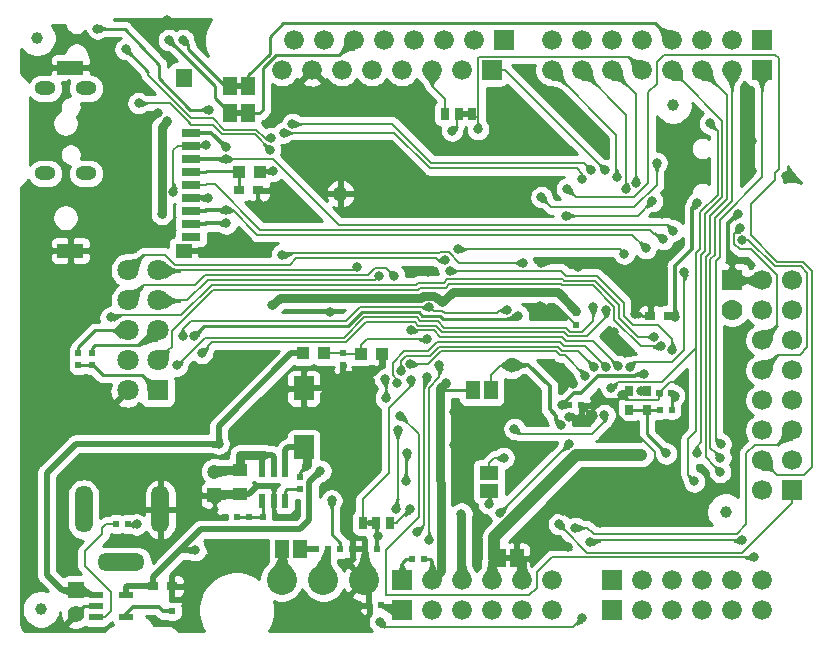
<source format=gbr>
G04 #@! TF.GenerationSoftware,KiCad,Pcbnew,5.1.5+dfsg1-2build2*
G04 #@! TF.CreationDate,2020-06-04T11:32:48+03:00*
G04 #@! TF.ProjectId,OLIMEXINO-STM32F3_RevB,4f4c494d-4558-4494-9e4f-2d53544d3332,rev?*
G04 #@! TF.SameCoordinates,Original*
G04 #@! TF.FileFunction,Copper,L2,Bot*
G04 #@! TF.FilePolarity,Positive*
%FSLAX46Y46*%
G04 Gerber Fmt 4.6, Leading zero omitted, Abs format (unit mm)*
G04 Created by KiCad (PCBNEW 5.1.5+dfsg1-2build2) date 2020-06-04 11:32:48*
%MOMM*%
%LPD*%
G04 APERTURE LIST*
%ADD10C,0.508000*%
%ADD11R,1.600000X0.700000*%
%ADD12R,1.400000X1.200000*%
%ADD13R,1.400000X1.600000*%
%ADD14R,2.200000X1.200000*%
%ADD15C,1.300000*%
%ADD16C,1.000000*%
%ADD17R,0.762000X1.016000*%
%ADD18R,1.168400X1.600200*%
%ADD19C,1.676400*%
%ADD20R,1.676400X1.676400*%
%ADD21C,1.778000*%
%ADD22R,1.778000X1.778000*%
%ADD23O,1.800000X1.200000*%
%ADD24R,1.200000X0.550000*%
%ADD25R,0.550000X1.200000*%
%ADD26R,1.600200X1.168400*%
%ADD27R,0.500000X0.550000*%
%ADD28R,1.016000X1.016000*%
%ADD29R,0.550000X0.500000*%
%ADD30O,4.000000X1.510000*%
%ADD31O,1.510000X4.000000*%
%ADD32C,1.700000*%
%ADD33R,1.700000X1.700000*%
%ADD34R,1.700000X2.000000*%
%ADD35C,1.800000*%
%ADD36R,1.750000X1.750000*%
%ADD37C,2.540000*%
%ADD38R,0.900000X0.800000*%
%ADD39R,0.800000X0.900000*%
%ADD40R,1.270000X1.050000*%
%ADD41R,1.200000X1.200000*%
%ADD42C,1.200000*%
%ADD43R,1.400000X1.400000*%
%ADD44C,1.400000*%
%ADD45C,0.800000*%
%ADD46C,0.203200*%
%ADD47C,0.250000*%
%ADD48C,0.355600*%
%ADD49C,0.762000*%
%ADD50C,1.016000*%
%ADD51C,0.200000*%
%ADD52C,0.254000*%
%ADD53C,0.025400*%
G04 APERTURE END LIST*
D10*
X90890000Y-88910000D02*
X90990000Y-88910000D01*
X99160000Y-54250000D02*
X98860000Y-54250000D01*
X79660000Y-51900000D02*
X80060000Y-51900000D01*
X102810000Y-91900000D02*
X102410000Y-91900000D01*
X79630000Y-54190000D02*
X80030000Y-54190000D01*
D11*
X75800000Y-55850000D03*
X75800000Y-56950000D03*
X75800000Y-58050000D03*
X75800000Y-59150000D03*
X75800000Y-60250000D03*
X75800000Y-61350000D03*
X75800000Y-62450000D03*
X75800000Y-63550000D03*
X75800000Y-64650000D03*
D12*
X75170000Y-65850000D03*
D13*
X75170000Y-51250000D03*
D14*
X65570000Y-65850000D03*
X65570000Y-50350000D03*
D15*
X102931728Y-75521728D03*
X88436039Y-61026039D03*
D16*
X116610000Y-53540000D03*
X62770000Y-47820000D03*
X63100000Y-96200000D03*
X121060000Y-87960000D03*
D17*
X90347000Y-88910000D03*
X91490000Y-88910000D03*
X92633000Y-88910000D03*
X99603000Y-54250000D03*
X98460000Y-54250000D03*
X97317000Y-54250000D03*
D18*
X80622000Y-51900000D03*
X79098000Y-51900000D03*
X101848000Y-91900000D03*
X103372000Y-91900000D03*
X80592000Y-54190000D03*
X79068000Y-54190000D03*
D19*
X83484220Y-50552321D03*
D20*
X101261680Y-50552321D03*
D19*
X98724220Y-50552321D03*
X96184220Y-50552321D03*
X93644220Y-50552321D03*
X91104220Y-50552321D03*
X88564220Y-50552321D03*
X86024220Y-50552321D03*
D20*
X124124220Y-50552321D03*
D19*
X121584220Y-50552321D03*
X119044220Y-50552321D03*
X116504220Y-50552321D03*
X113964220Y-50552321D03*
X111424220Y-50552321D03*
X108884220Y-50552321D03*
X106344220Y-50552321D03*
D20*
X111424220Y-93732321D03*
D19*
X113964220Y-93732321D03*
X116504220Y-93732321D03*
X119044220Y-93732321D03*
X121584220Y-93732321D03*
X124124220Y-93732321D03*
X96184220Y-93732321D03*
X98724220Y-93732321D03*
X101264220Y-93732321D03*
X103804220Y-93732321D03*
D20*
X93644220Y-93732321D03*
D19*
X106344220Y-93732321D03*
X106344220Y-96272321D03*
D20*
X93644220Y-96272321D03*
D19*
X87040220Y-48012321D03*
X103804220Y-96272321D03*
X101264220Y-96272321D03*
X89580220Y-48012321D03*
X92120220Y-48012321D03*
X94660220Y-48012321D03*
X97200220Y-48012321D03*
X99740220Y-48012321D03*
D20*
X102277680Y-48012321D03*
D19*
X106344220Y-48012321D03*
X108884220Y-48012321D03*
X111424220Y-48012321D03*
X113964220Y-48012321D03*
X116504220Y-48012321D03*
X119044220Y-48012321D03*
X121584220Y-48012321D03*
D20*
X124124220Y-48012321D03*
D19*
X84500220Y-48012321D03*
X124124220Y-96272321D03*
X121584220Y-96272321D03*
X119044220Y-96272321D03*
X116504220Y-96272321D03*
X113964220Y-96272321D03*
D20*
X111424220Y-96272321D03*
D19*
X98724220Y-96272321D03*
X96184220Y-96272321D03*
D21*
X121590000Y-70880000D03*
D22*
X121590000Y-68340000D03*
D23*
X63450000Y-52100000D03*
X66920000Y-52100000D03*
X66920000Y-59300000D03*
X63450000Y-59300000D03*
D24*
X67710000Y-96870000D03*
X67710000Y-95920000D03*
X67710000Y-94970000D03*
X70310000Y-96870000D03*
X70310000Y-94970000D03*
D25*
X83740000Y-84399900D03*
X82790000Y-84399900D03*
X81840000Y-84399900D03*
X81840000Y-87000100D03*
X82790000Y-87000100D03*
X83740000Y-87000100D03*
D18*
X99648000Y-77650000D03*
X101172000Y-77650000D03*
X101172000Y-77650000D03*
D26*
X101020000Y-86152000D03*
X101020000Y-84628000D03*
X101020000Y-84628000D03*
D18*
X85032000Y-91100000D03*
X83508000Y-91100000D03*
X83508000Y-91100000D03*
D27*
X91508000Y-91090000D03*
X90492000Y-91090000D03*
D28*
X91989000Y-74550000D03*
X90211000Y-74550000D03*
X87069000Y-74540000D03*
X85291000Y-74540000D03*
D29*
X66260000Y-74522000D03*
X66260000Y-75538000D03*
X67440000Y-74532000D03*
X67440000Y-75548000D03*
D27*
X94482000Y-91950000D03*
X95498000Y-91950000D03*
X116498000Y-79310000D03*
X115482000Y-79310000D03*
D29*
X81860000Y-89428000D03*
X81860000Y-88412000D03*
D27*
X87348000Y-91100000D03*
X86332000Y-91100000D03*
X79708000Y-88410000D03*
X78692000Y-88410000D03*
D29*
X74180000Y-95342000D03*
X74180000Y-96358000D03*
D27*
X70478000Y-88990000D03*
X69462000Y-88990000D03*
D30*
X69900000Y-92200000D03*
D31*
X66700000Y-87750000D03*
X73200000Y-87750000D03*
D32*
X124130000Y-75970000D03*
X126670000Y-75970000D03*
X124130000Y-78510000D03*
X126670000Y-78510000D03*
X124130000Y-81050000D03*
X126670000Y-81050000D03*
X124130000Y-83590000D03*
X126670000Y-83590000D03*
X124130000Y-86130000D03*
D33*
X126670000Y-86130000D03*
D32*
X126670000Y-73430000D03*
X124130000Y-73430000D03*
X126670000Y-70890000D03*
X124130000Y-70890000D03*
X124130000Y-68350000D03*
X126670000Y-68350000D03*
D28*
X81669000Y-59140000D03*
X79891000Y-59140000D03*
D34*
X85350000Y-82500000D03*
X85350000Y-77500000D03*
D35*
X70430000Y-67520000D03*
X72970000Y-67520000D03*
X70430000Y-70060000D03*
X72970000Y-70060000D03*
X70430000Y-72600000D03*
X72970000Y-72600000D03*
X70430000Y-75140000D03*
X72970000Y-75140000D03*
X70430000Y-77680000D03*
D36*
X72970000Y-77680000D03*
D37*
X90480000Y-93730000D03*
X83480000Y-93730000D03*
X86980000Y-93730000D03*
D29*
X88640000Y-74542000D03*
X88640000Y-75558000D03*
D27*
X91888000Y-95880000D03*
X90872000Y-95880000D03*
D38*
X116290000Y-71410000D03*
X114690000Y-71410000D03*
D39*
X114410000Y-79320000D03*
X114410000Y-77720000D03*
D29*
X108400000Y-71122000D03*
X108400000Y-72138000D03*
D27*
X107832000Y-78910000D03*
X108848000Y-78910000D03*
X116468000Y-77910000D03*
X115452000Y-77910000D03*
D39*
X112860000Y-79300000D03*
X112860000Y-77700000D03*
D38*
X79880000Y-60710000D03*
X81480000Y-60710000D03*
D27*
X88432000Y-91090000D03*
X89448000Y-91090000D03*
D29*
X80700000Y-88412000D03*
X80700000Y-89428000D03*
X85030000Y-86048000D03*
X85030000Y-85032000D03*
D38*
X72580000Y-94240000D03*
X74180000Y-94240000D03*
D40*
X79980000Y-84424000D03*
X79980000Y-86456000D03*
D41*
X77780000Y-86540000D03*
D42*
X77780000Y-84540000D03*
D43*
X66052140Y-94591620D03*
D44*
X66054680Y-96603300D03*
D45*
X111823500Y-59626500D03*
X78130000Y-82190000D03*
X77200000Y-61400000D03*
X81745990Y-62260000D03*
X72982732Y-54223721D03*
X108550000Y-67250000D03*
X98040000Y-82330000D03*
X98100000Y-79500000D03*
X104840000Y-79190000D03*
X113360000Y-71240000D03*
X115660000Y-87220000D03*
X79770000Y-75030000D03*
X87498000Y-77458000D03*
X90604000Y-76316000D03*
X65400000Y-61120000D03*
X68800000Y-60500000D03*
X69370000Y-58610000D03*
X73761604Y-46349298D03*
X95830000Y-67690000D03*
X104570000Y-56950000D03*
X123250000Y-56570000D03*
X123270000Y-59110000D03*
X95770000Y-60940000D03*
X109580000Y-55190000D03*
X95600000Y-56450000D03*
X119010000Y-87800000D03*
X87520000Y-71020000D03*
X90203179Y-84597168D03*
X111600000Y-72718390D03*
X105330000Y-70550000D03*
X105390000Y-66860968D03*
X108129829Y-77138683D03*
X109788654Y-79803573D03*
X112309357Y-78039215D03*
X107807108Y-79892892D03*
X93977707Y-85366400D03*
X94080000Y-82960000D03*
X76270000Y-88380000D03*
X77290000Y-90770000D03*
X77900000Y-65505000D03*
X85840000Y-62830000D03*
X107670000Y-90940000D03*
X110460000Y-88890000D03*
X107245130Y-87880904D03*
X122110000Y-62700000D03*
X115710000Y-62780000D03*
X126160000Y-59560000D03*
X92220000Y-60930000D03*
X98410000Y-60910000D03*
X107100000Y-80600000D03*
X73800000Y-54900000D03*
X86740000Y-84480000D03*
X76140000Y-91190000D03*
X98680000Y-88110000D03*
X73320000Y-62730000D03*
X85610000Y-84000000D03*
X87690000Y-86980000D03*
X116030000Y-83010000D03*
X113920000Y-83130000D03*
X113877080Y-77763763D03*
X119710000Y-55070000D03*
X118400000Y-85380000D03*
X111380000Y-77500000D03*
X108340000Y-89310000D03*
X94900000Y-89650000D03*
X95730000Y-76530000D03*
X95801600Y-73355721D03*
X102260000Y-83390000D03*
X97900000Y-55680000D03*
X97265583Y-66656535D03*
X93260078Y-77024607D03*
X89870000Y-67186147D03*
X110925831Y-75691179D03*
X94360711Y-75450001D03*
X109180000Y-76420000D03*
X92980000Y-67992568D03*
X93578032Y-76072446D03*
X91738972Y-67992568D03*
X109899448Y-75660552D03*
X115017713Y-73130916D03*
X68986400Y-71501000D03*
X115589792Y-73951128D03*
X110860000Y-59040000D03*
X109825032Y-70654492D03*
X74625200Y-75565000D03*
X110920000Y-70902190D03*
X76708000Y-74498200D03*
X105451227Y-61311227D03*
X115210000Y-58398400D03*
X117565281Y-67614719D03*
X94360000Y-87730000D03*
X112922317Y-75691143D03*
X101961518Y-88011518D03*
X107787616Y-82213307D03*
X115730000Y-64870000D03*
X122478390Y-64910000D03*
X107640000Y-60608400D03*
X77100000Y-56900000D03*
X74301000Y-60843612D03*
X75080000Y-73080000D03*
X122444810Y-90380000D03*
X109551107Y-90538893D03*
X108930000Y-96940000D03*
X91810000Y-97300000D03*
X95935562Y-90360084D03*
X102530000Y-70891958D03*
X96820000Y-75560000D03*
X95930665Y-70631958D03*
X123430000Y-91810000D03*
X93520000Y-79800000D03*
X101030000Y-87270002D03*
X106950000Y-89000000D03*
X78770000Y-62430000D03*
X114290000Y-65620000D03*
X78746287Y-58099731D03*
X116600000Y-64140000D03*
X122271369Y-63931651D03*
X78760000Y-63530000D03*
X78770000Y-57100000D03*
X92290000Y-78320000D03*
X92236921Y-76723686D03*
X111923810Y-75627522D03*
X94390000Y-72590000D03*
X120630671Y-82208567D03*
X120610000Y-83360000D03*
X120590000Y-84570000D03*
X118610000Y-82990000D03*
X100081610Y-55550000D03*
X107500000Y-62871610D03*
X114816114Y-61656114D03*
X113448874Y-60077018D03*
X112649000Y-60642500D03*
X77299363Y-53898390D03*
X67870000Y-47040000D03*
X82600000Y-56300000D03*
X70250000Y-48780000D03*
X98357107Y-65717461D03*
X112464821Y-66090000D03*
X103174551Y-80928590D03*
X93276107Y-81036107D03*
X110787658Y-79758688D03*
X93165521Y-87684010D03*
X76079981Y-73072195D03*
X103476127Y-71361860D03*
X84381449Y-55116165D03*
X109651232Y-59018779D03*
X108908768Y-59761232D03*
X83638985Y-55858629D03*
X83500000Y-66200000D03*
X82458579Y-57289952D03*
X71360000Y-53350000D03*
X103858390Y-66860000D03*
X73910000Y-48020000D03*
X75132660Y-48007340D03*
X91594999Y-90042000D03*
X94420000Y-76760000D03*
X116530037Y-74291662D03*
X97688818Y-67562568D03*
X107220934Y-78919112D03*
X82700000Y-59120000D03*
X116734281Y-78111610D03*
X108397678Y-70914821D03*
X82682293Y-70457707D03*
X116780000Y-71420000D03*
X114164177Y-76266789D03*
X97359153Y-77018967D03*
X97058123Y-70229419D03*
X118640428Y-61836441D03*
X71183500Y-89027000D03*
D46*
X106344220Y-50552321D02*
X111800000Y-56008101D01*
X111800000Y-59603000D02*
X111823500Y-59626500D01*
X111800000Y-56008101D02*
X111800000Y-59603000D01*
D47*
X66430520Y-94970000D02*
X66052140Y-94591620D01*
X67710000Y-94970000D02*
X66430520Y-94970000D01*
D10*
X64844140Y-94591620D02*
X63580000Y-93327480D01*
X66052140Y-94591620D02*
X64844140Y-94591620D01*
X63580000Y-93327480D02*
X63580000Y-87915202D01*
X63580000Y-87915202D02*
X63580000Y-84630000D01*
X63580000Y-84630000D02*
X66020000Y-82190000D01*
X66020000Y-82190000D02*
X78130000Y-82190000D01*
X78130000Y-81624315D02*
X78130000Y-82190000D01*
X78130000Y-80685000D02*
X78130000Y-81624315D01*
X84275000Y-74540000D02*
X78130000Y-80685000D01*
X85291000Y-74540000D02*
X84275000Y-74540000D01*
D46*
X77130000Y-61330000D02*
X77200000Y-61400000D01*
X77070000Y-61330000D02*
X77130000Y-61330000D01*
D48*
X81480000Y-60710000D02*
X81480000Y-61994010D01*
X81480000Y-61994010D02*
X81745990Y-62260000D01*
D46*
X105895685Y-70550000D02*
X105330000Y-70550000D01*
X106787000Y-70550000D02*
X105895685Y-70550000D01*
X108400000Y-72138000D02*
X108375000Y-72138000D01*
X108375000Y-72138000D02*
X106787000Y-70550000D01*
D49*
X103804220Y-93732321D02*
X103804220Y-92059210D01*
X103804220Y-92059210D02*
X103645010Y-91900000D01*
X79980000Y-86456000D02*
X77864000Y-86456000D01*
X77864000Y-86456000D02*
X77780000Y-86540000D01*
D10*
X90492000Y-91090000D02*
X90492000Y-93718000D01*
X90492000Y-93718000D02*
X90480000Y-93730000D01*
X90872000Y-95880000D02*
X90872000Y-94122000D01*
X90872000Y-94122000D02*
X90480000Y-93730000D01*
X89448000Y-91090000D02*
X90492000Y-91090000D01*
D47*
X66737980Y-95920000D02*
X66054680Y-96603300D01*
X67710000Y-95920000D02*
X66737980Y-95920000D01*
D48*
X74180000Y-95342000D02*
X74180000Y-94240000D01*
D47*
X77780000Y-87998000D02*
X77780000Y-87390000D01*
X78192000Y-88410000D02*
X77780000Y-87998000D01*
X77780000Y-87390000D02*
X77780000Y-86540000D01*
X78692000Y-88410000D02*
X78192000Y-88410000D01*
D48*
X82790000Y-87000100D02*
X82790000Y-86044500D01*
X82790000Y-86044500D02*
X82790000Y-85770000D01*
D10*
X82790000Y-85770000D02*
X81410000Y-85770000D01*
X80724000Y-86456000D02*
X79980000Y-86456000D01*
X81410000Y-85770000D02*
X80724000Y-86456000D01*
X87456000Y-77500000D02*
X85350000Y-77500000D01*
X88640000Y-75558000D02*
X88640000Y-76316000D01*
X88640000Y-76316000D02*
X87498000Y-77458000D01*
X91239000Y-76316000D02*
X90604000Y-76316000D01*
X91989000Y-75566000D02*
X91239000Y-76316000D01*
X91989000Y-74550000D02*
X91989000Y-75566000D01*
X124120000Y-68340000D02*
X124130000Y-68350000D01*
X121590000Y-68340000D02*
X124120000Y-68340000D01*
D46*
X113530000Y-71410000D02*
X113360000Y-71240000D01*
X114690000Y-71410000D02*
X113530000Y-71410000D01*
D10*
X87498000Y-77458000D02*
X87456000Y-77500000D01*
X90604000Y-76316000D02*
X88640000Y-76316000D01*
D48*
X77070000Y-61330000D02*
X75714400Y-61330000D01*
X109716573Y-79803573D02*
X109788654Y-79803573D01*
X108848000Y-78935000D02*
X109716573Y-79803573D01*
X108848000Y-78910000D02*
X108848000Y-78935000D01*
X112799216Y-77639216D02*
X112709356Y-77639216D01*
X112860000Y-77700000D02*
X112799216Y-77639216D01*
X112709356Y-77639216D02*
X112309357Y-78039215D01*
D46*
X110587328Y-78439214D02*
X109788654Y-79237888D01*
X109788654Y-79237888D02*
X109788654Y-79803573D01*
X111909358Y-78439214D02*
X110587328Y-78439214D01*
X112309357Y-78039215D02*
X111909358Y-78439214D01*
D47*
X109699335Y-79892892D02*
X109788654Y-79803573D01*
X107807108Y-79892892D02*
X109699335Y-79892892D01*
X93977707Y-85366400D02*
X93977707Y-83062293D01*
X93977707Y-83062293D02*
X94080000Y-82960000D01*
D46*
X112709356Y-78439214D02*
X112309357Y-78039215D01*
X112741743Y-78471601D02*
X112709356Y-78439214D01*
X115452000Y-78388200D02*
X115368599Y-78471601D01*
X115368599Y-78471601D02*
X112741743Y-78471601D01*
X115452000Y-77910000D02*
X115452000Y-78388200D01*
X116059999Y-86820001D02*
X115660000Y-87220000D01*
X117100000Y-81240000D02*
X117100000Y-85780000D01*
X117130000Y-76950000D02*
X117740000Y-77560000D01*
X117740000Y-77560000D02*
X117740000Y-80600000D01*
X117100000Y-85780000D02*
X116059999Y-86820001D01*
X117740000Y-80600000D02*
X117100000Y-81240000D01*
X115452000Y-77885000D02*
X116387000Y-76950000D01*
X115452000Y-77910000D02*
X115452000Y-77885000D01*
X116387000Y-76950000D02*
X117130000Y-76950000D01*
X111909358Y-78439214D02*
X111909358Y-79749358D01*
X111909358Y-79749358D02*
X115060000Y-82900000D01*
X115060000Y-86620000D02*
X115660000Y-87220000D01*
X115060000Y-82900000D02*
X115060000Y-86620000D01*
D48*
X75714400Y-61330000D02*
X75692199Y-61352201D01*
X77875000Y-65530000D02*
X77900000Y-65505000D01*
X121297378Y-66802778D02*
X121297378Y-63512622D01*
X121297378Y-63512622D02*
X122110000Y-62700000D01*
X121590000Y-68340000D02*
X121590000Y-67095400D01*
X121590000Y-67095400D02*
X121297378Y-66802778D01*
D46*
X77290000Y-90770000D02*
X77290000Y-92128000D01*
X75178000Y-94240000D02*
X74180000Y-94240000D01*
X77290000Y-92128000D02*
X75178000Y-94240000D01*
X108160968Y-66860968D02*
X108550000Y-67250000D01*
X105390000Y-66860968D02*
X108160968Y-66860968D01*
D48*
X106700001Y-79820001D02*
X106700001Y-80200001D01*
X106170000Y-79290000D02*
X106700001Y-79820001D01*
X106700001Y-80200001D02*
X107100000Y-80600000D01*
X106170000Y-77330000D02*
X106170000Y-79290000D01*
X102931728Y-75521728D02*
X104338272Y-75521728D01*
X104350000Y-75510000D02*
X106170000Y-77330000D01*
X104338272Y-75521728D02*
X104350000Y-75510000D01*
D46*
X102012490Y-75521728D02*
X102931728Y-75521728D01*
X101172000Y-77650000D02*
X101172000Y-77434100D01*
X101700000Y-75880000D02*
X101700000Y-75834218D01*
X101172000Y-77434100D02*
X101170000Y-77432100D01*
X101170000Y-77432100D02*
X101170000Y-76410000D01*
X101170000Y-76410000D02*
X101700000Y-75880000D01*
X101700000Y-75834218D02*
X102012490Y-75521728D01*
D49*
X79980000Y-84424000D02*
X77896000Y-84424000D01*
X77896000Y-84424000D02*
X77780000Y-84540000D01*
X82010000Y-83120000D02*
X79997000Y-83120000D01*
X79997000Y-83120000D02*
X79980000Y-83137000D01*
X79980000Y-83137000D02*
X79980000Y-84424000D01*
D10*
X82010000Y-83120000D02*
X81840000Y-83290000D01*
X81840000Y-83290000D02*
X81840000Y-84399900D01*
X82618100Y-83120000D02*
X82010000Y-83120000D01*
X82790000Y-84399900D02*
X82790000Y-83291900D01*
X82790000Y-83291900D02*
X82618100Y-83120000D01*
D49*
X73320000Y-55380000D02*
X73800000Y-54900000D01*
X73320000Y-62730000D02*
X73320000Y-55380000D01*
D10*
X85032000Y-89428000D02*
X85810000Y-88650000D01*
X81860000Y-89428000D02*
X85032000Y-89428000D01*
X85810000Y-88650000D02*
X85810000Y-85410000D01*
X85810000Y-85410000D02*
X86740000Y-84480000D01*
X80700000Y-89428000D02*
X76632000Y-89428000D01*
X72570000Y-94230000D02*
X72580000Y-94240000D01*
X72570000Y-93490000D02*
X72570000Y-94230000D01*
X70453401Y-94195999D02*
X70310000Y-94339400D01*
X72009921Y-94195999D02*
X70453401Y-94195999D01*
X72053922Y-94240000D02*
X72009921Y-94195999D01*
X72580000Y-94240000D02*
X72053922Y-94240000D01*
X70310000Y-94339400D02*
X70310000Y-94970000D01*
X81860000Y-89428000D02*
X80700000Y-89428000D01*
X76135000Y-91195000D02*
X76140000Y-91190000D01*
X74865000Y-91195000D02*
X76135000Y-91195000D01*
X74865000Y-91195000D02*
X72570000Y-93490000D01*
X76632000Y-89428000D02*
X74865000Y-91195000D01*
D49*
X98680000Y-93688101D02*
X98724220Y-93732321D01*
X98680000Y-88110000D02*
X98680000Y-93688101D01*
D47*
X83882000Y-86048000D02*
X85030000Y-86048000D01*
X83740000Y-87000100D02*
X83740000Y-86190000D01*
X83740000Y-86190000D02*
X83882000Y-86048000D01*
D10*
X83740000Y-82770000D02*
X83821900Y-82670100D01*
X83740000Y-84399900D02*
X83740000Y-82770000D01*
X83821900Y-82670100D02*
X83992000Y-82500000D01*
X83992000Y-82500000D02*
X85350000Y-82500000D01*
D49*
X85610000Y-84000000D02*
X85610000Y-82760000D01*
X85610000Y-82760000D02*
X85350000Y-82500000D01*
D47*
X85030000Y-84580000D02*
X85610000Y-84000000D01*
X85030000Y-85032000D02*
X85030000Y-84580000D01*
X80698000Y-88410000D02*
X80700000Y-88412000D01*
X79708000Y-88410000D02*
X80698000Y-88410000D01*
X81860000Y-88412000D02*
X80700000Y-88412000D01*
X81860000Y-87020100D02*
X81840000Y-87000100D01*
X81860000Y-88412000D02*
X81860000Y-87020100D01*
X88432000Y-90602000D02*
X87690000Y-89860000D01*
X88432000Y-91090000D02*
X88432000Y-90602000D01*
X87690000Y-89860000D02*
X87690000Y-86980000D01*
X77070000Y-59130000D02*
X77050000Y-59150000D01*
X77050000Y-59150000D02*
X75800000Y-59150000D01*
X79881000Y-59130000D02*
X79891000Y-59140000D01*
X77070000Y-59130000D02*
X79881000Y-59130000D01*
X79891000Y-60699000D02*
X79880000Y-60710000D01*
X79891000Y-59140000D02*
X79891000Y-60699000D01*
X114395182Y-79334818D02*
X114410000Y-79320000D01*
X115482000Y-79310000D02*
X114420000Y-79310000D01*
X114420000Y-79310000D02*
X114410000Y-79320000D01*
X112860000Y-79300000D02*
X114390000Y-79300000D01*
X114390000Y-79300000D02*
X114410000Y-79320000D01*
X114410000Y-81390000D02*
X116030000Y-83010000D01*
X114410000Y-79320000D02*
X114410000Y-81390000D01*
D49*
X101264220Y-93732321D02*
X101264220Y-92210770D01*
X101264220Y-92210770D02*
X101574990Y-91900000D01*
D47*
X114119177Y-77763763D02*
X113877080Y-77763763D01*
X114410000Y-77720000D02*
X114162940Y-77720000D01*
X114162940Y-77720000D02*
X114119177Y-77763763D01*
D50*
X108410000Y-83130000D02*
X113354315Y-83130000D01*
X101447990Y-90092010D02*
X108410000Y-83130000D01*
X101447990Y-91900000D02*
X101447990Y-90092010D01*
X113354315Y-83130000D02*
X113920000Y-83130000D01*
D47*
X93982000Y-91950000D02*
X93640000Y-92292000D01*
X94482000Y-91950000D02*
X93982000Y-91950000D01*
X93644220Y-92296220D02*
X93644220Y-93732321D01*
X93640000Y-92292000D02*
X93644220Y-92296220D01*
X93251899Y-95880000D02*
X93644220Y-96272321D01*
X91888000Y-95880000D02*
X93251899Y-95880000D01*
D46*
X118546790Y-74073210D02*
X118546790Y-81140000D01*
X118546790Y-81140000D02*
X117880000Y-81806790D01*
X117880000Y-81806790D02*
X117880000Y-84860000D01*
X117880000Y-84860000D02*
X118400000Y-85380000D01*
X113501281Y-76948399D02*
X111931601Y-76948399D01*
X111931601Y-76948399D02*
X111779999Y-77100001D01*
X111779999Y-77100001D02*
X111380000Y-77500000D01*
X118546790Y-74073210D02*
X115651601Y-76968399D01*
X115651601Y-76968399D02*
X113521281Y-76968399D01*
X113521281Y-76968399D02*
X113501281Y-76948399D01*
X118546790Y-66061198D02*
X118546790Y-74073210D01*
X118927156Y-65680833D02*
X118546790Y-66061198D01*
X118927156Y-62541940D02*
X118927156Y-65680833D01*
X120373579Y-55733579D02*
X120373579Y-61095517D01*
X119710000Y-55070000D02*
X120373579Y-55733579D01*
X120373579Y-61095517D02*
X118927156Y-62541940D01*
X121990000Y-89820000D02*
X109890000Y-89820000D01*
X122820000Y-83012815D02*
X122820000Y-88990000D01*
X123512815Y-82320000D02*
X122820000Y-83012815D01*
X122820000Y-88990000D02*
X121990000Y-89820000D01*
X109810584Y-89760000D02*
X109360584Y-89310000D01*
X126670000Y-81050000D02*
X125400000Y-82320000D01*
X109360584Y-89310000D02*
X108340000Y-89310000D01*
X125400000Y-82320000D02*
X123512815Y-82320000D01*
X109890000Y-89820000D02*
X109830000Y-89760000D01*
X109830000Y-89760000D02*
X109810584Y-89760000D01*
X90211000Y-74550000D02*
X88648000Y-74550000D01*
X88648000Y-74550000D02*
X88640000Y-74542000D01*
X87069000Y-74540000D02*
X88638000Y-74540000D01*
X88638000Y-74540000D02*
X88640000Y-74542000D01*
X95493210Y-89056790D02*
X95493210Y-79383210D01*
X94900000Y-89650000D02*
X95493210Y-89056790D01*
X95493210Y-79383210D02*
X95493210Y-76766790D01*
X95493210Y-76766790D02*
X95730000Y-76530000D01*
X90211000Y-73838800D02*
X90211000Y-74550000D01*
X90694079Y-73355721D02*
X90211000Y-73838800D01*
X95801600Y-73355721D02*
X90694079Y-73355721D01*
X101694315Y-83390000D02*
X102260000Y-83390000D01*
X101470600Y-83390000D02*
X101694315Y-83390000D01*
X101020000Y-83840600D02*
X101470600Y-83390000D01*
X101020000Y-84628000D02*
X101020000Y-83840600D01*
D10*
X83508000Y-91100000D02*
X83508000Y-93702000D01*
X83508000Y-93702000D02*
X83480000Y-93730000D01*
X87348000Y-91100000D02*
X87348000Y-93362000D01*
X87348000Y-93362000D02*
X86980000Y-93730000D01*
D46*
X96699898Y-66656535D02*
X96527909Y-66484546D01*
X97265583Y-66656535D02*
X96699898Y-66656535D01*
X84715454Y-66484546D02*
X84140178Y-67059822D01*
X71760000Y-66190000D02*
X70430000Y-67520000D01*
X96527909Y-66484546D02*
X84715454Y-66484546D01*
X74459822Y-67059822D02*
X73590000Y-66190000D01*
X84140178Y-67059822D02*
X74459822Y-67059822D01*
X73590000Y-66190000D02*
X71760000Y-66190000D01*
X98304390Y-55275610D02*
X98304390Y-54250000D01*
X97900000Y-55680000D02*
X98304390Y-55275610D01*
X89536147Y-67520000D02*
X89870000Y-67186147D01*
X72970000Y-67520000D02*
X89536147Y-67520000D01*
X107047021Y-73563581D02*
X107382674Y-73899234D01*
X109133886Y-73899234D02*
X110525832Y-75291180D01*
X110525832Y-75291180D02*
X110925831Y-75691179D01*
X107382674Y-73899234D02*
X109133886Y-73899234D01*
X95854360Y-74345188D02*
X96635968Y-73563580D01*
X92864110Y-76387112D02*
X92864110Y-75325684D01*
X93260078Y-77024607D02*
X93260078Y-76783080D01*
X96635968Y-73563580D02*
X107047021Y-73563581D01*
X93844606Y-74345188D02*
X95854360Y-74345188D01*
X92864110Y-75325684D02*
X93844606Y-74345188D01*
X93260078Y-76783080D02*
X92864110Y-76387112D01*
D47*
X88322541Y-49270000D02*
X83000000Y-49270000D01*
X83000000Y-49270000D02*
X81860000Y-50410000D01*
X81860000Y-50410000D02*
X81860000Y-53920000D01*
X89580220Y-48012321D02*
X88322541Y-49270000D01*
X81860000Y-53920000D02*
X81590000Y-54190000D01*
X81590000Y-54190000D02*
X80609010Y-54190000D01*
D46*
X107465656Y-74705656D02*
X107048644Y-74705656D01*
X96969998Y-74370002D02*
X95889999Y-75450001D01*
X106712990Y-74370002D02*
X96969998Y-74370002D01*
X95889999Y-75450001D02*
X94926396Y-75450001D01*
X109180000Y-76420000D02*
X107465656Y-74705656D01*
X107048644Y-74705656D02*
X106712990Y-74370002D01*
X94926396Y-75450001D02*
X94360711Y-75450001D01*
X71710000Y-68780000D02*
X76160000Y-68780000D01*
X91402202Y-67290966D02*
X92278398Y-67290966D01*
X76160000Y-68780000D02*
X77016789Y-67923211D01*
X90769957Y-67923211D02*
X91402202Y-67290966D01*
X92278398Y-67290966D02*
X92580001Y-67592569D01*
X77016789Y-67923211D02*
X90769957Y-67923211D01*
X92580001Y-67592569D02*
X92980000Y-67992568D01*
X70430000Y-70060000D02*
X71710000Y-68780000D01*
X96802983Y-73966791D02*
X96021375Y-74748399D01*
X107215659Y-74302445D02*
X106880005Y-73966791D01*
X93578032Y-75201988D02*
X93578032Y-75506761D01*
X94031621Y-74748399D02*
X93578032Y-75201988D01*
X96021375Y-74748399D02*
X94031621Y-74748399D01*
X109899448Y-75660552D02*
X108541341Y-74302445D01*
X93578032Y-75506761D02*
X93578032Y-76072446D01*
X106880005Y-73966791D02*
X96802983Y-73966791D01*
X108541341Y-74302445D02*
X107215659Y-74302445D01*
X91405120Y-68326420D02*
X91738972Y-67992568D01*
X77223580Y-68326420D02*
X91405120Y-68326420D01*
X75490000Y-70060000D02*
X77223580Y-68326420D01*
X72970000Y-70060000D02*
X75490000Y-70060000D01*
X97186824Y-68565135D02*
X97487781Y-68264178D01*
X77542935Y-68729631D02*
X94845527Y-68729631D01*
X74962566Y-71310000D02*
X77542935Y-68729631D01*
X94845527Y-68729631D02*
X95010023Y-68565135D01*
X97487781Y-68264178D02*
X107282619Y-68264179D01*
X107282619Y-68264179D02*
X107402618Y-68384178D01*
X95010023Y-68565135D02*
X97186824Y-68565135D01*
X107402618Y-68384178D02*
X109982777Y-68384179D01*
X114452028Y-73130916D02*
X115017713Y-73130916D01*
X112024815Y-71545041D02*
X113610690Y-73130916D01*
X109982777Y-68384179D02*
X112024815Y-70426217D01*
X113610690Y-73130916D02*
X114452028Y-73130916D01*
X112024815Y-70426217D02*
X112024815Y-71545041D01*
X70430000Y-75140000D02*
X70830000Y-75140000D01*
X69177400Y-71310000D02*
X68986400Y-71501000D01*
X74962566Y-71310000D02*
X69177400Y-71310000D01*
X73869999Y-74240001D02*
X72970000Y-75140000D01*
X115589792Y-73951128D02*
X113860676Y-73951128D01*
X111621605Y-71712057D02*
X111621604Y-70593232D01*
X111621604Y-70593232D02*
X109815761Y-68787389D01*
X74149401Y-73960599D02*
X73869999Y-74240001D01*
X107235603Y-68787389D02*
X107115603Y-68667389D01*
X77678554Y-69132840D02*
X74149401Y-72661993D01*
X109815761Y-68787389D02*
X107235603Y-68787389D01*
X95012544Y-69132840D02*
X77678554Y-69132840D01*
X107115603Y-68667389D02*
X97654796Y-68667389D01*
X97654796Y-68667389D02*
X97353840Y-68968345D01*
X97353840Y-68968345D02*
X95177038Y-68968346D01*
X95177038Y-68968346D02*
X95012544Y-69132840D01*
X113860676Y-73951128D02*
X111621605Y-71712057D01*
X74149401Y-72661993D02*
X74149401Y-73960599D01*
D47*
X66260000Y-74522000D02*
X66260000Y-74022000D01*
X66260000Y-74022000D02*
X67682000Y-72600000D01*
X67682000Y-72600000D02*
X69157208Y-72600000D01*
X69157208Y-72600000D02*
X70430000Y-72600000D01*
D46*
X102372321Y-50552321D02*
X101261680Y-50552321D01*
X110860000Y-59040000D02*
X102372321Y-50552321D01*
X96674031Y-71783579D02*
X95192176Y-71783578D01*
X76976978Y-73213222D02*
X75025199Y-75165001D01*
X109825032Y-70654492D02*
X109825032Y-71780850D01*
X75025199Y-75165001D02*
X74625200Y-75565000D01*
X88706552Y-73213222D02*
X76976978Y-73213222D01*
X90434588Y-71485188D02*
X88706552Y-73213222D01*
X94893787Y-71485189D02*
X90434588Y-71485188D01*
X95192176Y-71783578D02*
X94893787Y-71485189D01*
X97240452Y-72350000D02*
X96674031Y-71783579D01*
X107544118Y-72350000D02*
X97240452Y-72350000D01*
X107883719Y-72689601D02*
X107544118Y-72350000D01*
X109825032Y-71780850D02*
X108916281Y-72689601D01*
X108916281Y-72689601D02*
X107883719Y-72689601D01*
D47*
X67440000Y-74100000D02*
X67680000Y-73860000D01*
X67440000Y-74532000D02*
X67440000Y-74100000D01*
X67680000Y-73860000D02*
X71340000Y-73860000D01*
X71340000Y-73860000D02*
X72600000Y-72600000D01*
X72600000Y-72600000D02*
X72970000Y-72600000D01*
D46*
X96496563Y-72186789D02*
X97066932Y-72757158D01*
X110920000Y-71467875D02*
X110920000Y-70902190D01*
X90601603Y-71888399D02*
X94726771Y-71888399D01*
X79943793Y-73616433D02*
X88873568Y-73616432D01*
X107716704Y-73092812D02*
X109295063Y-73092812D01*
X94726771Y-71888399D02*
X95025161Y-72186789D01*
X107381050Y-72757158D02*
X107716704Y-73092812D01*
X109295063Y-73092812D02*
X110920000Y-71467875D01*
X97066932Y-72757158D02*
X107381050Y-72757158D01*
X88873568Y-73616432D02*
X90601603Y-71888399D01*
X95025161Y-72186789D02*
X96496563Y-72186789D01*
X77589767Y-73616433D02*
X76708000Y-74498200D01*
X79943793Y-73616433D02*
X77589767Y-73616433D01*
D47*
X67465000Y-75548000D02*
X68327000Y-76410000D01*
X67440000Y-75548000D02*
X67465000Y-75548000D01*
X68327000Y-76410000D02*
X71670000Y-76410000D01*
X71670000Y-76410000D02*
X71720000Y-76460000D01*
X71720000Y-76460000D02*
X72970000Y-77680000D01*
X66260000Y-75538000D02*
X67430000Y-75538000D01*
X67430000Y-75538000D02*
X67440000Y-75548000D01*
D46*
X105851226Y-61711226D02*
X105451227Y-61311227D01*
X106310000Y-62170000D02*
X105851226Y-61711226D01*
X115210000Y-60270000D02*
X113310000Y-62170000D01*
X115210000Y-58398400D02*
X115210000Y-60270000D01*
X113310000Y-62170000D02*
X106310000Y-62170000D01*
X93240000Y-88910000D02*
X92633000Y-88910000D01*
X93240000Y-88910000D02*
X93240000Y-88850000D01*
X93240000Y-88850000D02*
X94360000Y-87730000D01*
X116541420Y-75291144D02*
X113322316Y-75291144D01*
X113322316Y-75291144D02*
X112922317Y-75691143D01*
X117565281Y-74267283D02*
X116541420Y-75291144D01*
X117565281Y-67614719D02*
X117565281Y-74267283D01*
X107759729Y-82213307D02*
X107787616Y-82213307D01*
X101961518Y-88011518D02*
X107759729Y-82213307D01*
X77070000Y-60230000D02*
X77050000Y-60250000D01*
X77050000Y-60250000D02*
X75800000Y-60250000D01*
X127969999Y-67710000D02*
X127433210Y-67173211D01*
X127969999Y-74040001D02*
X127969999Y-67710000D01*
X127433210Y-67173211D02*
X125227807Y-67173211D01*
X127320000Y-74690000D02*
X127969999Y-74040001D01*
X124130000Y-75970000D02*
X125410000Y-74690000D01*
X125410000Y-74690000D02*
X127320000Y-74690000D01*
X125227807Y-67173211D02*
X122964596Y-64910000D01*
X122964596Y-64910000D02*
X122478390Y-64910000D01*
X77795000Y-60230000D02*
X81641790Y-64076790D01*
X77070000Y-60230000D02*
X77795000Y-60230000D01*
X81641790Y-64076790D02*
X114676790Y-64076790D01*
X114676790Y-64076790D02*
X115470000Y-64870000D01*
X115470000Y-64870000D02*
X115730000Y-64870000D01*
X113328098Y-61321902D02*
X114508399Y-60141601D01*
X128373210Y-84116790D02*
X127650000Y-84840000D01*
X114508399Y-52411601D02*
X115220000Y-51700000D01*
X125264021Y-59840150D02*
X123180000Y-61924171D01*
X127600225Y-66770000D02*
X128373210Y-67542985D01*
X125260000Y-49270000D02*
X125560000Y-49570000D01*
X108353502Y-61321902D02*
X113328098Y-61321902D01*
X107640000Y-60608400D02*
X108353502Y-61321902D01*
X128373210Y-67542985D02*
X128373210Y-84116790D01*
X123180000Y-61924171D02*
X123180000Y-64555178D01*
X125560000Y-49570000D02*
X125560000Y-58950000D01*
X127650000Y-84840000D02*
X125380000Y-84840000D01*
X115220000Y-51700000D02*
X115220000Y-49900000D01*
X124979999Y-84439999D02*
X124130000Y-83590000D01*
X114508399Y-60141601D02*
X114508399Y-52411601D01*
X125264021Y-59245979D02*
X125264021Y-59840150D01*
X125394822Y-66770000D02*
X127600225Y-66770000D01*
X125380000Y-84840000D02*
X124979999Y-84439999D01*
X123180000Y-64555178D02*
X125394822Y-66770000D01*
X125560000Y-58950000D02*
X125264021Y-59245979D01*
X115850000Y-49270000D02*
X125260000Y-49270000D01*
X115220000Y-49900000D02*
X115850000Y-49270000D01*
X77050000Y-56950000D02*
X77100000Y-56900000D01*
X75800000Y-56950000D02*
X77050000Y-56950000D01*
X74301000Y-57299000D02*
X74650000Y-56950000D01*
X74650000Y-56950000D02*
X75800000Y-56950000D01*
X74301000Y-60843612D02*
X74301000Y-57299000D01*
X87263231Y-71801601D02*
X88911537Y-71801601D01*
X75794315Y-71800000D02*
X87261630Y-71800000D01*
X96039055Y-70631967D02*
X96337446Y-70930358D01*
X88911537Y-71801601D02*
X90081172Y-70631967D01*
X87261630Y-71800000D02*
X87263231Y-71801601D01*
X90081172Y-70631967D02*
X96039055Y-70631967D01*
X75080000Y-73080000D02*
X75080000Y-72514315D01*
X75080000Y-72514315D02*
X75794315Y-71800000D01*
X97027447Y-70930359D02*
X97259046Y-71161958D01*
X96337446Y-70930358D02*
X97027447Y-70930359D01*
X97259046Y-71161958D02*
X101694315Y-71161958D01*
X101694315Y-71161958D02*
X101964315Y-70891958D01*
X101964315Y-70891958D02*
X102530000Y-70891958D01*
X108150000Y-97720000D02*
X92230000Y-97720000D01*
X108930000Y-96940000D02*
X108150000Y-97720000D01*
X92230000Y-97720000D02*
X91810000Y-97300000D01*
X122444810Y-90380000D02*
X109710000Y-90380000D01*
X109710000Y-90380000D02*
X109551107Y-90538893D01*
X95935562Y-77454438D02*
X96820000Y-76570000D01*
X95935562Y-90360084D02*
X95935562Y-77454438D01*
X96820000Y-76570000D02*
X96820000Y-75560000D01*
X104430000Y-95020000D02*
X92292122Y-95020000D01*
X105080000Y-94370000D02*
X104430000Y-95020000D01*
X105080000Y-93060000D02*
X105080000Y-94370000D01*
X92292122Y-95020000D02*
X92292122Y-91157878D01*
X123430000Y-91810000D02*
X106330000Y-91810000D01*
X106330000Y-91810000D02*
X105080000Y-93060000D01*
X92292122Y-91157878D02*
X95090000Y-88360000D01*
X95090000Y-88360000D02*
X95090000Y-81370000D01*
X95090000Y-81370000D02*
X93520000Y-79800000D01*
X101030000Y-86162000D02*
X101020000Y-86152000D01*
X101030000Y-87270002D02*
X101030000Y-86162000D01*
X126670000Y-87183200D02*
X122446410Y-91406790D01*
X126670000Y-86130000D02*
X126670000Y-87183200D01*
X107349999Y-89399999D02*
X106950000Y-89000000D01*
X122446410Y-91406790D02*
X109356790Y-91406790D01*
X109356790Y-91406790D02*
X107349999Y-89399999D01*
D48*
X77070000Y-62430000D02*
X77050000Y-62450000D01*
X77050000Y-62450000D02*
X75800000Y-62450000D01*
X77070000Y-62430000D02*
X78770000Y-62430000D01*
D46*
X79335685Y-62430000D02*
X81385685Y-64480000D01*
X78770000Y-62430000D02*
X79335685Y-62430000D01*
X81385685Y-64480000D02*
X113150000Y-64480000D01*
X113150000Y-64480000D02*
X114290000Y-65620000D01*
D48*
X78696556Y-58050000D02*
X78746287Y-58099731D01*
X75800000Y-58050000D02*
X78696556Y-58050000D01*
D46*
X116130000Y-63670000D02*
X88288370Y-63670000D01*
X82718101Y-58099731D02*
X79311972Y-58099731D01*
X79311972Y-58099731D02*
X78746287Y-58099731D01*
X116600000Y-64140000D02*
X116130000Y-63670000D01*
X88288370Y-63670000D02*
X82718101Y-58099731D01*
X121776788Y-65246770D02*
X121776788Y-64426232D01*
X122240018Y-65710000D02*
X121776788Y-65246770D01*
X124130000Y-73430000D02*
X125410000Y-72150000D01*
X123194370Y-65710000D02*
X122240018Y-65710000D01*
X125410000Y-67925630D02*
X123194370Y-65710000D01*
X125410000Y-72150000D02*
X125410000Y-67925630D01*
X121776788Y-64426232D02*
X121871370Y-64331650D01*
X121871370Y-64331650D02*
X122271369Y-63931651D01*
X70478000Y-88990000D02*
X70478000Y-89128000D01*
D48*
X77070000Y-63530000D02*
X77050000Y-63550000D01*
X77050000Y-63550000D02*
X75800000Y-63550000D01*
X77070000Y-63530000D02*
X78760000Y-63530000D01*
X77520000Y-55850000D02*
X78770000Y-57100000D01*
X75800000Y-55850000D02*
X77520000Y-55850000D01*
D46*
X92290000Y-76776765D02*
X92236921Y-76723686D01*
X92290000Y-78320000D02*
X92290000Y-76776765D01*
X96329548Y-72590000D02*
X94955685Y-72590000D01*
X107214035Y-73160369D02*
X96899917Y-73160369D01*
X111923810Y-75627522D02*
X109792311Y-73496023D01*
X96899917Y-73160369D02*
X96329548Y-72590000D01*
X107549689Y-73496023D02*
X107214035Y-73160369D01*
X109792311Y-73496023D02*
X107549689Y-73496023D01*
X94955685Y-72590000D02*
X94390000Y-72590000D01*
X96184220Y-50552321D02*
X96184220Y-51894220D01*
X97317000Y-53027000D02*
X97317000Y-54250000D01*
X96184220Y-51894220D02*
X97317000Y-53027000D01*
X120210000Y-81787896D02*
X120630671Y-82208567D01*
X120210000Y-66678893D02*
X120210000Y-81787896D01*
X120540000Y-66348893D02*
X120210000Y-66678893D01*
X120540000Y-63210000D02*
X120540000Y-66348893D01*
X124124220Y-59625780D02*
X120540000Y-63210000D01*
X124124220Y-50552321D02*
X124124220Y-59625780D01*
X120136789Y-63042985D02*
X120136789Y-66181878D01*
X120210001Y-82960001D02*
X120610000Y-83360000D01*
X121584220Y-61595554D02*
X120136789Y-63042985D01*
X119760001Y-66558665D02*
X119760001Y-82510001D01*
X121584220Y-50552321D02*
X121584220Y-61595554D01*
X120136789Y-66181878D02*
X119760001Y-66558665D01*
X119760001Y-82510001D02*
X120210001Y-82960001D01*
X119733578Y-66014863D02*
X119356790Y-66391650D01*
X119356790Y-66391650D02*
X119356790Y-83336790D01*
X119733578Y-62875970D02*
X119733578Y-66014863D01*
X121180001Y-61429547D02*
X119733578Y-62875970D01*
X121180001Y-52688102D02*
X121180001Y-61429547D01*
X120190001Y-84170001D02*
X120590000Y-84570000D01*
X119044220Y-50552321D02*
X121180001Y-52688102D01*
X119356790Y-83336790D02*
X120190001Y-84170001D01*
D47*
X115051899Y-46560000D02*
X83600000Y-46560000D01*
X116504220Y-48012321D02*
X115051899Y-46560000D01*
X83600000Y-46560000D02*
X82440491Y-47719509D01*
X82440491Y-47719509D02*
X82440491Y-49179509D01*
X82440491Y-49179509D02*
X80639010Y-50980990D01*
X80639010Y-50980990D02*
X80639010Y-51900000D01*
D46*
X118950001Y-82084314D02*
X118950001Y-66228213D01*
X118950001Y-66228213D02*
X119330367Y-65847848D01*
X119330367Y-62708955D02*
X120776790Y-61262532D01*
X120776790Y-61262532D02*
X120776790Y-54824891D01*
X118610000Y-82424315D02*
X118950001Y-82084314D01*
X120776790Y-54824891D02*
X117342419Y-51390520D01*
X119330367Y-65847848D02*
X119330367Y-62708955D01*
X117342419Y-51390520D02*
X116504220Y-50552321D01*
X118610000Y-82990000D02*
X118610000Y-82424315D01*
X113964220Y-50552321D02*
X112824419Y-49412520D01*
X100081610Y-49513109D02*
X100081610Y-54984315D01*
X112824419Y-49412520D02*
X100182199Y-49412520D01*
X100081610Y-54984315D02*
X100081610Y-55550000D01*
X100182199Y-49412520D02*
X100081610Y-49513109D01*
X100081610Y-54638200D02*
X99693410Y-54250000D01*
X100081610Y-55550000D02*
X100081610Y-54638200D01*
X107500000Y-62871610D02*
X113600618Y-62871610D01*
X113600618Y-62871610D02*
X114816114Y-61656114D01*
X113448874Y-52576975D02*
X113448874Y-59511333D01*
X111424220Y-50552321D02*
X113448874Y-52576975D01*
X113448874Y-59511333D02*
X113448874Y-60077018D01*
X112649000Y-60076815D02*
X112649000Y-60642500D01*
X108884220Y-50552321D02*
X112649000Y-54317101D01*
X112649000Y-54317101D02*
X112649000Y-60076815D01*
D48*
X73428000Y-96358000D02*
X74180000Y-96358000D01*
X73050000Y-95980000D02*
X73428000Y-96358000D01*
X70920000Y-95980000D02*
X73050000Y-95980000D01*
X70310000Y-96870000D02*
X70310000Y-96590000D01*
X70310000Y-96590000D02*
X70920000Y-95980000D01*
D10*
X85032000Y-91100000D02*
X86332000Y-91100000D01*
D47*
X67870000Y-47040000D02*
X70180000Y-47040000D01*
X75733388Y-53898390D02*
X76733678Y-53898390D01*
X73100000Y-50100000D02*
X73100000Y-51265002D01*
X73100000Y-51265002D02*
X75733388Y-53898390D01*
X76733678Y-53898390D02*
X77299363Y-53898390D01*
X70180000Y-47040000D02*
X73100000Y-50100000D01*
D46*
X78623994Y-55600000D02*
X81334315Y-55600000D01*
X75800000Y-54600000D02*
X77623994Y-54600000D01*
X72190000Y-50720000D02*
X72190000Y-50990000D01*
X77623994Y-54600000D02*
X78623994Y-55600000D01*
X72190000Y-50990000D02*
X75800000Y-54600000D01*
X81334315Y-55600000D02*
X82034315Y-56300000D01*
X82034315Y-56300000D02*
X82600000Y-56300000D01*
D47*
X70250000Y-48780000D02*
X72190000Y-50720000D01*
D46*
X112092282Y-65717461D02*
X112464821Y-66090000D01*
X98357107Y-65717461D02*
X112092282Y-65717461D01*
X103574550Y-81328589D02*
X109783442Y-81328589D01*
X109783442Y-81328589D02*
X110787658Y-80324373D01*
X103174551Y-80928590D02*
X103574550Y-81328589D01*
X110787658Y-80324373D02*
X110787658Y-79758688D01*
X93276107Y-87573424D02*
X93165521Y-87684010D01*
X93276107Y-81036107D02*
X93276107Y-87573424D01*
D47*
X103221019Y-71616968D02*
X103476127Y-71361860D01*
X97110738Y-71616968D02*
X103221019Y-71616968D01*
X96850739Y-71356969D02*
X97110738Y-71616968D01*
X76923964Y-72228212D02*
X89088244Y-72228212D01*
X89088244Y-72228212D02*
X90257880Y-71058577D01*
X90257880Y-71058577D02*
X95070494Y-71058578D01*
X95070494Y-71058578D02*
X95368884Y-71356968D01*
X76079981Y-73072195D02*
X76923964Y-72228212D01*
X95368884Y-71356968D02*
X96850739Y-71356969D01*
D51*
X92841865Y-55116165D02*
X96140700Y-58415000D01*
X84381449Y-55116165D02*
X92841865Y-55116165D01*
X96140700Y-58415000D02*
X109047453Y-58415000D01*
X109251233Y-58618780D02*
X109651232Y-59018779D01*
X109047453Y-58415000D02*
X109251233Y-58618780D01*
X83638985Y-55858629D02*
X93018629Y-55858629D01*
X108436801Y-58865000D02*
X108908768Y-59336967D01*
X93018629Y-55858629D02*
X96025000Y-58865000D01*
X96025000Y-58865000D02*
X108436801Y-58865000D01*
X108908768Y-59336967D02*
X108908768Y-59761232D01*
D46*
X96928814Y-65954934D02*
X97602352Y-65954934D01*
X96813748Y-66070000D02*
X96928814Y-65954934D01*
X83630000Y-66070000D02*
X96813748Y-66070000D01*
X97602352Y-65954934D02*
X98507418Y-66860000D01*
X98507418Y-66860000D02*
X103292705Y-66860000D01*
X103292705Y-66860000D02*
X103858390Y-66860000D01*
X78456979Y-56003210D02*
X81167301Y-56003210D01*
X78356979Y-55903210D02*
X78456979Y-56003210D01*
X81167301Y-56003210D02*
X82454043Y-57289952D01*
X82454043Y-57289952D02*
X82458579Y-57289952D01*
X73979776Y-53350000D02*
X75614888Y-54985112D01*
X75614888Y-54985112D02*
X75828175Y-55198399D01*
X77652169Y-55198399D02*
X78356979Y-55903210D01*
X75614888Y-54985112D02*
X75632985Y-55003210D01*
X75828175Y-55198399D02*
X77652169Y-55198399D01*
X71360000Y-53350000D02*
X73979776Y-53350000D01*
D47*
X73910000Y-48020000D02*
X77800000Y-51910000D01*
X77800000Y-51910000D02*
X77800000Y-52939010D01*
X77800000Y-52939010D02*
X79050990Y-54190000D01*
X78700000Y-51900000D02*
X75532659Y-48732659D01*
X75532659Y-48407339D02*
X75132660Y-48007340D01*
X79080990Y-51900000D02*
X78700000Y-51900000D01*
X75532659Y-48732659D02*
X75532659Y-48407339D01*
D48*
X91508000Y-91090000D02*
X91508000Y-89285514D01*
X91508000Y-89285514D02*
X91621810Y-89171704D01*
X91621810Y-89171704D02*
X91621810Y-88910000D01*
D46*
X94420000Y-77325685D02*
X94420000Y-76760000D01*
X90334390Y-88910000D02*
X90334390Y-88679859D01*
X90340000Y-88674249D02*
X90340000Y-86900000D01*
X90334390Y-88679859D02*
X90340000Y-88674249D01*
X90340000Y-86900000D02*
X92560000Y-84680000D01*
X92560000Y-84680000D02*
X92560000Y-79185685D01*
X92560000Y-79185685D02*
X94420000Y-77325685D01*
X116530037Y-74291662D02*
X116530037Y-73333922D01*
X113209980Y-72159980D02*
X112428026Y-71378026D01*
X107569634Y-67980968D02*
X107151234Y-67562568D01*
X98254503Y-67562568D02*
X97688818Y-67562568D01*
X112428026Y-70259202D02*
X110149792Y-67980968D01*
X115356095Y-72159980D02*
X113209980Y-72159980D01*
X112428026Y-71378026D02*
X112428026Y-70259202D01*
X107151234Y-67562568D02*
X98254503Y-67562568D01*
X116530037Y-73333922D02*
X115356095Y-72159980D01*
X110149792Y-67980968D02*
X107569634Y-67980968D01*
D47*
X116498000Y-79310000D02*
X116498000Y-77940000D01*
X116498000Y-77940000D02*
X116468000Y-77910000D01*
X107220934Y-78919112D02*
X107822888Y-78919112D01*
X107822888Y-78919112D02*
X107832000Y-78910000D01*
D48*
X82700000Y-59120000D02*
X81689000Y-59120000D01*
X81689000Y-59120000D02*
X81669000Y-59140000D01*
D47*
X96184220Y-92136220D02*
X96184220Y-93732321D01*
X95498000Y-91950000D02*
X95998000Y-91950000D01*
X95998000Y-91950000D02*
X96184220Y-92136220D01*
X116468000Y-77910000D02*
X116532671Y-77910000D01*
X116532671Y-77910000D02*
X116734281Y-78111610D01*
X108400000Y-70917143D02*
X108397678Y-70914821D01*
X108400000Y-71122000D02*
X108400000Y-70917143D01*
D49*
X96920000Y-92996541D02*
X96184220Y-93732321D01*
D47*
X99648000Y-77650000D02*
X98813800Y-77650000D01*
X98813800Y-77650000D02*
X96900000Y-77650000D01*
D49*
X96900000Y-77650000D02*
X96920000Y-92996541D01*
D47*
X116290000Y-71410000D02*
X116770000Y-71410000D01*
X116770000Y-71410000D02*
X116780000Y-71420000D01*
D49*
X96900000Y-77478120D02*
X96959154Y-77418966D01*
X96900000Y-77650000D02*
X96900000Y-77478120D01*
X96959154Y-77418966D02*
X97359153Y-77018967D01*
X95459784Y-69650957D02*
X96404186Y-69650957D01*
X96582649Y-69829420D02*
X96658124Y-69829420D01*
X96658124Y-69829420D02*
X97058123Y-70229419D01*
X82682293Y-70457707D02*
X83299074Y-69840926D01*
X96404186Y-69650957D02*
X96582649Y-69829420D01*
X83299074Y-69840926D02*
X95269815Y-69840926D01*
X95269815Y-69840926D02*
X95459784Y-69650957D01*
X108397678Y-70914821D02*
X106832857Y-69350000D01*
X106832857Y-69350000D02*
X97937542Y-69350000D01*
X97937542Y-69350000D02*
X97058123Y-70229419D01*
D48*
X113396292Y-76468989D02*
X113598492Y-76266789D01*
X108850000Y-77910000D02*
X110291011Y-76468989D01*
X110291011Y-76468989D02*
X113396292Y-76468989D01*
X108230046Y-77910000D02*
X108850000Y-77910000D01*
X107220934Y-78919112D02*
X108230046Y-77910000D01*
X113598492Y-76266789D02*
X114164177Y-76266789D01*
X116780000Y-67150000D02*
X118240429Y-65689571D01*
X118240429Y-65689571D02*
X118240429Y-62236440D01*
X118240429Y-62236440D02*
X118640428Y-61836441D01*
X116780000Y-71420000D02*
X116780000Y-67150000D01*
D46*
X71146500Y-88990000D02*
X71183500Y-89027000D01*
X70478000Y-88990000D02*
X71146500Y-88990000D01*
X68513200Y-96870000D02*
X69024500Y-96358700D01*
X67710000Y-96870000D02*
X68513200Y-96870000D01*
X69024500Y-96358700D02*
X69024500Y-94742000D01*
X69024500Y-94742000D02*
X66802000Y-92519500D01*
X66802000Y-92519500D02*
X66802000Y-91313000D01*
X66802000Y-91313000D02*
X68262500Y-89852500D01*
X68262500Y-89852500D02*
X68262500Y-89344500D01*
X68617000Y-88990000D02*
X69462000Y-88990000D01*
X68262500Y-89344500D02*
X68617000Y-88990000D01*
D52*
G36*
X82285728Y-91900100D02*
G01*
X82297988Y-92024582D01*
X82334298Y-92144280D01*
X82335245Y-92146053D01*
X82311316Y-92180947D01*
X82233870Y-92276592D01*
X82137382Y-92378542D01*
X82000290Y-92515634D01*
X81791811Y-92827644D01*
X81648209Y-93174332D01*
X81575000Y-93542374D01*
X81575000Y-93607000D01*
X81217732Y-93368281D01*
X80621356Y-93121254D01*
X79988246Y-92995321D01*
X79342734Y-92995321D01*
X78709624Y-93121254D01*
X78113248Y-93368281D01*
X77576524Y-93726909D01*
X77120078Y-94183355D01*
X76761450Y-94720079D01*
X76514423Y-95316455D01*
X76388490Y-95949565D01*
X76388490Y-96595077D01*
X76514423Y-97228187D01*
X76761450Y-97824563D01*
X76912297Y-98050321D01*
X74781120Y-98050321D01*
X74530774Y-97799975D01*
X74506912Y-97770899D01*
X74390882Y-97675676D01*
X74258505Y-97604919D01*
X74114868Y-97561347D01*
X74002916Y-97550321D01*
X74002913Y-97550321D01*
X73965490Y-97546635D01*
X73928067Y-97550321D01*
X72615558Y-97550321D01*
X72595226Y-97448102D01*
X72517205Y-97259744D01*
X72403937Y-97090226D01*
X72259774Y-96946063D01*
X72090256Y-96832795D01*
X71993700Y-96792800D01*
X72713328Y-96792800D01*
X72825028Y-96904500D01*
X72850483Y-96935517D01*
X72974248Y-97037088D01*
X73089823Y-97098864D01*
X73115450Y-97112562D01*
X73268663Y-97159039D01*
X73428000Y-97174732D01*
X73467923Y-97170800D01*
X73610865Y-97170800D01*
X73660820Y-97197502D01*
X73780518Y-97233812D01*
X73905000Y-97246072D01*
X74455000Y-97246072D01*
X74579482Y-97233812D01*
X74699180Y-97197502D01*
X74809494Y-97138537D01*
X74906185Y-97059185D01*
X74985537Y-96962494D01*
X75044502Y-96852180D01*
X75080812Y-96732482D01*
X75093072Y-96608000D01*
X75093072Y-96108000D01*
X75080812Y-95983518D01*
X75044502Y-95863820D01*
X75037892Y-95851454D01*
X75077253Y-95733199D01*
X75090000Y-95623750D01*
X74931250Y-95465000D01*
X74307000Y-95465000D01*
X74307000Y-95469928D01*
X74053000Y-95469928D01*
X74053000Y-95465000D01*
X74033000Y-95465000D01*
X74033000Y-95219000D01*
X74053000Y-95219000D01*
X74053000Y-94367000D01*
X74307000Y-94367000D01*
X74307000Y-95219000D01*
X74409750Y-95219000D01*
X74465750Y-95275000D01*
X74630000Y-95278072D01*
X74754482Y-95265812D01*
X74874180Y-95229502D01*
X74893828Y-95219000D01*
X74931250Y-95219000D01*
X74974223Y-95176027D01*
X74984494Y-95170537D01*
X75081185Y-95091185D01*
X75160537Y-94994494D01*
X75219502Y-94884180D01*
X75255812Y-94764482D01*
X75268072Y-94640000D01*
X75265000Y-94525750D01*
X75106250Y-94367000D01*
X74307000Y-94367000D01*
X74053000Y-94367000D01*
X74033000Y-94367000D01*
X74033000Y-94113000D01*
X74053000Y-94113000D01*
X74053000Y-93363750D01*
X74307000Y-93363750D01*
X74307000Y-94113000D01*
X75106250Y-94113000D01*
X75265000Y-93954250D01*
X75268072Y-93840000D01*
X75255812Y-93715518D01*
X75219502Y-93595820D01*
X75160537Y-93485506D01*
X75081185Y-93388815D01*
X74984494Y-93309463D01*
X74874180Y-93250498D01*
X74754482Y-93214188D01*
X74630000Y-93201928D01*
X74465750Y-93205000D01*
X74307000Y-93363750D01*
X74053000Y-93363750D01*
X74003243Y-93313993D01*
X75233236Y-92084000D01*
X75615015Y-92084000D01*
X75649744Y-92107205D01*
X75838102Y-92185226D01*
X76038061Y-92225000D01*
X76241939Y-92225000D01*
X76441898Y-92185226D01*
X76630256Y-92107205D01*
X76799774Y-91993937D01*
X76943937Y-91849774D01*
X77057205Y-91680256D01*
X77098636Y-91580232D01*
X77117843Y-91595994D01*
X77139799Y-91607730D01*
X77163624Y-91614957D01*
X77188400Y-91617397D01*
X77391600Y-91617397D01*
X77412020Y-91615745D01*
X77436082Y-91609352D01*
X77458434Y-91598389D01*
X77478218Y-91583275D01*
X77494673Y-91564592D01*
X77507167Y-91543058D01*
X77515220Y-91519500D01*
X77518523Y-91494823D01*
X77520144Y-91448334D01*
X77524472Y-91408374D01*
X77531557Y-91370463D01*
X77541337Y-91334420D01*
X77553788Y-91300048D01*
X77568949Y-91267117D01*
X77586900Y-91235441D01*
X77607784Y-91204832D01*
X77631766Y-91175159D01*
X77662248Y-91142945D01*
X77670709Y-91133031D01*
X77683869Y-91111897D01*
X77692653Y-91088602D01*
X77696723Y-91064040D01*
X77695924Y-91039157D01*
X77690285Y-91014907D01*
X77680024Y-90992224D01*
X77400024Y-90506567D01*
X77390709Y-90492626D01*
X77373679Y-90474465D01*
X77353433Y-90459976D01*
X77330750Y-90449715D01*
X77306500Y-90444076D01*
X77281617Y-90443277D01*
X77257055Y-90447347D01*
X77233760Y-90456131D01*
X77212626Y-90469291D01*
X77194465Y-90486321D01*
X77179976Y-90506567D01*
X77061970Y-90711247D01*
X77057205Y-90699744D01*
X76943937Y-90530226D01*
X76865473Y-90451762D01*
X77000235Y-90317000D01*
X82285728Y-90317000D01*
X82285728Y-91900100D01*
G37*
X82285728Y-91900100D02*
X82297988Y-92024582D01*
X82334298Y-92144280D01*
X82335245Y-92146053D01*
X82311316Y-92180947D01*
X82233870Y-92276592D01*
X82137382Y-92378542D01*
X82000290Y-92515634D01*
X81791811Y-92827644D01*
X81648209Y-93174332D01*
X81575000Y-93542374D01*
X81575000Y-93607000D01*
X81217732Y-93368281D01*
X80621356Y-93121254D01*
X79988246Y-92995321D01*
X79342734Y-92995321D01*
X78709624Y-93121254D01*
X78113248Y-93368281D01*
X77576524Y-93726909D01*
X77120078Y-94183355D01*
X76761450Y-94720079D01*
X76514423Y-95316455D01*
X76388490Y-95949565D01*
X76388490Y-96595077D01*
X76514423Y-97228187D01*
X76761450Y-97824563D01*
X76912297Y-98050321D01*
X74781120Y-98050321D01*
X74530774Y-97799975D01*
X74506912Y-97770899D01*
X74390882Y-97675676D01*
X74258505Y-97604919D01*
X74114868Y-97561347D01*
X74002916Y-97550321D01*
X74002913Y-97550321D01*
X73965490Y-97546635D01*
X73928067Y-97550321D01*
X72615558Y-97550321D01*
X72595226Y-97448102D01*
X72517205Y-97259744D01*
X72403937Y-97090226D01*
X72259774Y-96946063D01*
X72090256Y-96832795D01*
X71993700Y-96792800D01*
X72713328Y-96792800D01*
X72825028Y-96904500D01*
X72850483Y-96935517D01*
X72974248Y-97037088D01*
X73089823Y-97098864D01*
X73115450Y-97112562D01*
X73268663Y-97159039D01*
X73428000Y-97174732D01*
X73467923Y-97170800D01*
X73610865Y-97170800D01*
X73660820Y-97197502D01*
X73780518Y-97233812D01*
X73905000Y-97246072D01*
X74455000Y-97246072D01*
X74579482Y-97233812D01*
X74699180Y-97197502D01*
X74809494Y-97138537D01*
X74906185Y-97059185D01*
X74985537Y-96962494D01*
X75044502Y-96852180D01*
X75080812Y-96732482D01*
X75093072Y-96608000D01*
X75093072Y-96108000D01*
X75080812Y-95983518D01*
X75044502Y-95863820D01*
X75037892Y-95851454D01*
X75077253Y-95733199D01*
X75090000Y-95623750D01*
X74931250Y-95465000D01*
X74307000Y-95465000D01*
X74307000Y-95469928D01*
X74053000Y-95469928D01*
X74053000Y-95465000D01*
X74033000Y-95465000D01*
X74033000Y-95219000D01*
X74053000Y-95219000D01*
X74053000Y-94367000D01*
X74307000Y-94367000D01*
X74307000Y-95219000D01*
X74409750Y-95219000D01*
X74465750Y-95275000D01*
X74630000Y-95278072D01*
X74754482Y-95265812D01*
X74874180Y-95229502D01*
X74893828Y-95219000D01*
X74931250Y-95219000D01*
X74974223Y-95176027D01*
X74984494Y-95170537D01*
X75081185Y-95091185D01*
X75160537Y-94994494D01*
X75219502Y-94884180D01*
X75255812Y-94764482D01*
X75268072Y-94640000D01*
X75265000Y-94525750D01*
X75106250Y-94367000D01*
X74307000Y-94367000D01*
X74053000Y-94367000D01*
X74033000Y-94367000D01*
X74033000Y-94113000D01*
X74053000Y-94113000D01*
X74053000Y-93363750D01*
X74307000Y-93363750D01*
X74307000Y-94113000D01*
X75106250Y-94113000D01*
X75265000Y-93954250D01*
X75268072Y-93840000D01*
X75255812Y-93715518D01*
X75219502Y-93595820D01*
X75160537Y-93485506D01*
X75081185Y-93388815D01*
X74984494Y-93309463D01*
X74874180Y-93250498D01*
X74754482Y-93214188D01*
X74630000Y-93201928D01*
X74465750Y-93205000D01*
X74307000Y-93363750D01*
X74053000Y-93363750D01*
X74003243Y-93313993D01*
X75233236Y-92084000D01*
X75615015Y-92084000D01*
X75649744Y-92107205D01*
X75838102Y-92185226D01*
X76038061Y-92225000D01*
X76241939Y-92225000D01*
X76441898Y-92185226D01*
X76630256Y-92107205D01*
X76799774Y-91993937D01*
X76943937Y-91849774D01*
X77057205Y-91680256D01*
X77098636Y-91580232D01*
X77117843Y-91595994D01*
X77139799Y-91607730D01*
X77163624Y-91614957D01*
X77188400Y-91617397D01*
X77391600Y-91617397D01*
X77412020Y-91615745D01*
X77436082Y-91609352D01*
X77458434Y-91598389D01*
X77478218Y-91583275D01*
X77494673Y-91564592D01*
X77507167Y-91543058D01*
X77515220Y-91519500D01*
X77518523Y-91494823D01*
X77520144Y-91448334D01*
X77524472Y-91408374D01*
X77531557Y-91370463D01*
X77541337Y-91334420D01*
X77553788Y-91300048D01*
X77568949Y-91267117D01*
X77586900Y-91235441D01*
X77607784Y-91204832D01*
X77631766Y-91175159D01*
X77662248Y-91142945D01*
X77670709Y-91133031D01*
X77683869Y-91111897D01*
X77692653Y-91088602D01*
X77696723Y-91064040D01*
X77695924Y-91039157D01*
X77690285Y-91014907D01*
X77680024Y-90992224D01*
X77400024Y-90506567D01*
X77390709Y-90492626D01*
X77373679Y-90474465D01*
X77353433Y-90459976D01*
X77330750Y-90449715D01*
X77306500Y-90444076D01*
X77281617Y-90443277D01*
X77257055Y-90447347D01*
X77233760Y-90456131D01*
X77212626Y-90469291D01*
X77194465Y-90486321D01*
X77179976Y-90506567D01*
X77061970Y-90711247D01*
X77057205Y-90699744D01*
X76943937Y-90530226D01*
X76865473Y-90451762D01*
X77000235Y-90317000D01*
X82285728Y-90317000D01*
X82285728Y-91900100D01*
G36*
X65104774Y-46851898D02*
G01*
X65182795Y-47040256D01*
X65296063Y-47209774D01*
X65440226Y-47353937D01*
X65609744Y-47467205D01*
X65798102Y-47545226D01*
X65998061Y-47585000D01*
X66201939Y-47585000D01*
X66401898Y-47545226D01*
X66590256Y-47467205D01*
X66759774Y-47353937D01*
X66857692Y-47256019D01*
X66874774Y-47341898D01*
X66952795Y-47530256D01*
X67066063Y-47699774D01*
X67210226Y-47843937D01*
X67379744Y-47957205D01*
X67568102Y-48035226D01*
X67768061Y-48075000D01*
X67971939Y-48075000D01*
X68171898Y-48035226D01*
X68360256Y-47957205D01*
X68529774Y-47843937D01*
X68573711Y-47800000D01*
X69854726Y-47800000D01*
X69870765Y-47816808D01*
X69759744Y-47862795D01*
X69590226Y-47976063D01*
X69446063Y-48120226D01*
X69332795Y-48289744D01*
X69254774Y-48478102D01*
X69215000Y-48678061D01*
X69215000Y-48881939D01*
X69254774Y-49081898D01*
X69332795Y-49270256D01*
X69446063Y-49439774D01*
X69590226Y-49583937D01*
X69759744Y-49697205D01*
X69948102Y-49775226D01*
X70148061Y-49815000D01*
X70210199Y-49815000D01*
X71456898Y-51061700D01*
X71464058Y-51134399D01*
X71506178Y-51273249D01*
X71574576Y-51401213D01*
X71666626Y-51513375D01*
X71694732Y-51536441D01*
X72771691Y-52613400D01*
X72091477Y-52613400D01*
X72086953Y-52613242D01*
X72019774Y-52546063D01*
X71850256Y-52432795D01*
X71661898Y-52354774D01*
X71461939Y-52315000D01*
X71258061Y-52315000D01*
X71058102Y-52354774D01*
X70869744Y-52432795D01*
X70700226Y-52546063D01*
X70556063Y-52690226D01*
X70442795Y-52859744D01*
X70364774Y-53048102D01*
X70325000Y-53248061D01*
X70325000Y-53451939D01*
X70364774Y-53651898D01*
X70442795Y-53840256D01*
X70556063Y-54009774D01*
X70700226Y-54153937D01*
X70869744Y-54267205D01*
X71058102Y-54345226D01*
X71258061Y-54385000D01*
X71461939Y-54385000D01*
X71661898Y-54345226D01*
X71850256Y-54267205D01*
X72019774Y-54153937D01*
X72086954Y-54086757D01*
X72091453Y-54086600D01*
X73154388Y-54086600D01*
X73140226Y-54096063D01*
X72996063Y-54240226D01*
X72941954Y-54321206D01*
X72636868Y-54626292D01*
X72598105Y-54658104D01*
X72471141Y-54812810D01*
X72417012Y-54914080D01*
X72376799Y-54989313D01*
X72318702Y-55180830D01*
X72299085Y-55380000D01*
X72304001Y-55429912D01*
X72304000Y-62532541D01*
X72285000Y-62628061D01*
X72285000Y-62831939D01*
X72324774Y-63031898D01*
X72402795Y-63220256D01*
X72516063Y-63389774D01*
X72660226Y-63533937D01*
X72829744Y-63647205D01*
X73018102Y-63725226D01*
X73218061Y-63765000D01*
X73421939Y-63765000D01*
X73621898Y-63725226D01*
X73810256Y-63647205D01*
X73979774Y-63533937D01*
X74123937Y-63389774D01*
X74237205Y-63220256D01*
X74315226Y-63031898D01*
X74355000Y-62831939D01*
X74355000Y-62628061D01*
X74336000Y-62532541D01*
X74336000Y-61878612D01*
X74390608Y-61878612D01*
X74397096Y-61900000D01*
X74374188Y-61975518D01*
X74361928Y-62100000D01*
X74361928Y-62800000D01*
X74374188Y-62924482D01*
X74397096Y-63000000D01*
X74374188Y-63075518D01*
X74361928Y-63200000D01*
X74361928Y-63900000D01*
X74374188Y-64024482D01*
X74397096Y-64100000D01*
X74374188Y-64175518D01*
X74361928Y-64300000D01*
X74361928Y-64622572D01*
X74345518Y-64624188D01*
X74225820Y-64660498D01*
X74115506Y-64719463D01*
X74018815Y-64798815D01*
X73939463Y-64895506D01*
X73880498Y-65005820D01*
X73844188Y-65125518D01*
X73831928Y-65250000D01*
X73834317Y-65494368D01*
X73734399Y-65464058D01*
X73626186Y-65453400D01*
X73626183Y-65453400D01*
X73590000Y-65449836D01*
X73553817Y-65453400D01*
X71796175Y-65453400D01*
X71759999Y-65449837D01*
X71723823Y-65453400D01*
X71723814Y-65453400D01*
X71615601Y-65464058D01*
X71476751Y-65506178D01*
X71348787Y-65574576D01*
X71309766Y-65606600D01*
X71267802Y-65641039D01*
X71236625Y-65666625D01*
X71221952Y-65684504D01*
X71169950Y-65732775D01*
X71100384Y-65788004D01*
X71030028Y-65835176D01*
X70958250Y-65875134D01*
X70884241Y-65908548D01*
X70806964Y-65935896D01*
X70725363Y-65957366D01*
X70638411Y-65972887D01*
X70545175Y-65982154D01*
X70432763Y-65985000D01*
X70278816Y-65985000D01*
X69982257Y-66043989D01*
X69702905Y-66159701D01*
X69451495Y-66327688D01*
X69237688Y-66541495D01*
X69069701Y-66792905D01*
X68953989Y-67072257D01*
X68895000Y-67368816D01*
X68895000Y-67671184D01*
X68953989Y-67967743D01*
X69069701Y-68247095D01*
X69237688Y-68498505D01*
X69451495Y-68712312D01*
X69567763Y-68790000D01*
X69451495Y-68867688D01*
X69237688Y-69081495D01*
X69069701Y-69332905D01*
X68953989Y-69612257D01*
X68895000Y-69908816D01*
X68895000Y-70211184D01*
X68945686Y-70466000D01*
X68884461Y-70466000D01*
X68684502Y-70505774D01*
X68496144Y-70583795D01*
X68326626Y-70697063D01*
X68182463Y-70841226D01*
X68069195Y-71010744D01*
X67991174Y-71199102D01*
X67951400Y-71399061D01*
X67951400Y-71602939D01*
X67991174Y-71802898D01*
X68006542Y-71840000D01*
X67719325Y-71840000D01*
X67682000Y-71836324D01*
X67644675Y-71840000D01*
X67644667Y-71840000D01*
X67533014Y-71850997D01*
X67389753Y-71894454D01*
X67257724Y-71965026D01*
X67141999Y-72059999D01*
X67118201Y-72088997D01*
X65748998Y-73458201D01*
X65720000Y-73481999D01*
X65625026Y-73597724D01*
X65554454Y-73729753D01*
X65522736Y-73834315D01*
X65454463Y-73917506D01*
X65395498Y-74027820D01*
X65359188Y-74147518D01*
X65346928Y-74272000D01*
X65346928Y-74772000D01*
X65359188Y-74896482D01*
X65395498Y-75016180D01*
X65402885Y-75030000D01*
X65395498Y-75043820D01*
X65359188Y-75163518D01*
X65346928Y-75288000D01*
X65346928Y-75788000D01*
X65359188Y-75912482D01*
X65395498Y-76032180D01*
X65454463Y-76142494D01*
X65533815Y-76239185D01*
X65630506Y-76318537D01*
X65740820Y-76377502D01*
X65860518Y-76413812D01*
X65985000Y-76426072D01*
X66535000Y-76426072D01*
X66659482Y-76413812D01*
X66779180Y-76377502D01*
X66840646Y-76344647D01*
X66920820Y-76387502D01*
X67040518Y-76423812D01*
X67165000Y-76436072D01*
X67278271Y-76436072D01*
X67763200Y-76921002D01*
X67786999Y-76950001D01*
X67815997Y-76973799D01*
X67902723Y-77044974D01*
X68022435Y-77108962D01*
X68034753Y-77115546D01*
X68178014Y-77159003D01*
X68289667Y-77170000D01*
X68289676Y-77170000D01*
X68326999Y-77173676D01*
X68364322Y-77170000D01*
X68976162Y-77170000D01*
X68905635Y-77444642D01*
X68889009Y-77746553D01*
X68931603Y-78045907D01*
X69031778Y-78331199D01*
X69111739Y-78480792D01*
X69365920Y-78564475D01*
X70250395Y-77680000D01*
X70236253Y-77665858D01*
X70415858Y-77486253D01*
X70430000Y-77500395D01*
X70444143Y-77486253D01*
X70623748Y-77665858D01*
X70609605Y-77680000D01*
X70623748Y-77694143D01*
X70444143Y-77873748D01*
X70430000Y-77859605D01*
X69545525Y-78744080D01*
X69629208Y-78998261D01*
X69901775Y-79129158D01*
X70194642Y-79204365D01*
X70496553Y-79220991D01*
X70795907Y-79178397D01*
X71081199Y-79078222D01*
X71230792Y-78998261D01*
X71314474Y-78744082D01*
X71430422Y-78860030D01*
X71502187Y-78788265D01*
X71505498Y-78799180D01*
X71564463Y-78909494D01*
X71643815Y-79006185D01*
X71740506Y-79085537D01*
X71850820Y-79144502D01*
X71970518Y-79180812D01*
X72095000Y-79193072D01*
X73845000Y-79193072D01*
X73969482Y-79180812D01*
X74089180Y-79144502D01*
X74199494Y-79085537D01*
X74296185Y-79006185D01*
X74375537Y-78909494D01*
X74434502Y-78799180D01*
X74470812Y-78679482D01*
X74483072Y-78555000D01*
X74483072Y-76805000D01*
X74470812Y-76680518D01*
X74441451Y-76583727D01*
X74523261Y-76600000D01*
X74727139Y-76600000D01*
X74927098Y-76560226D01*
X75115456Y-76482205D01*
X75284974Y-76368937D01*
X75429137Y-76224774D01*
X75542405Y-76055256D01*
X75620426Y-75866898D01*
X75660200Y-75666939D01*
X75660200Y-75571709D01*
X75988999Y-75242910D01*
X76048226Y-75302137D01*
X76217744Y-75415405D01*
X76406102Y-75493426D01*
X76606061Y-75533200D01*
X76809939Y-75533200D01*
X77009898Y-75493426D01*
X77198256Y-75415405D01*
X77367774Y-75302137D01*
X77511937Y-75157974D01*
X77625205Y-74988456D01*
X77703226Y-74800098D01*
X77743000Y-74600139D01*
X77743000Y-74505132D01*
X77746077Y-74501832D01*
X77894877Y-74353033D01*
X79979979Y-74353033D01*
X83204733Y-74353032D01*
X77532264Y-80025501D01*
X77498341Y-80053341D01*
X77387247Y-80188710D01*
X77304697Y-80343150D01*
X77283187Y-80414059D01*
X77253864Y-80510726D01*
X77253666Y-80512733D01*
X77241000Y-80641334D01*
X77241000Y-80641340D01*
X77236700Y-80685000D01*
X77241000Y-80728661D01*
X77241001Y-81301000D01*
X66063659Y-81301000D01*
X66019999Y-81296700D01*
X65976339Y-81301000D01*
X65976333Y-81301000D01*
X65878924Y-81310594D01*
X65845724Y-81313864D01*
X65779958Y-81333814D01*
X65678149Y-81364697D01*
X65523709Y-81447247D01*
X65456124Y-81502713D01*
X65425959Y-81527469D01*
X65388341Y-81558341D01*
X65360506Y-81592258D01*
X62982259Y-83970506D01*
X62948342Y-83998341D01*
X62920507Y-84032258D01*
X62920505Y-84032260D01*
X62837248Y-84133709D01*
X62754698Y-84288148D01*
X62703864Y-84455726D01*
X62686700Y-84630000D01*
X62691001Y-84673670D01*
X62691000Y-87958868D01*
X62691001Y-87958878D01*
X62691000Y-93283820D01*
X62686700Y-93327480D01*
X62691000Y-93371140D01*
X62691000Y-93371146D01*
X62700073Y-93463264D01*
X62703864Y-93501754D01*
X62714336Y-93536275D01*
X62754697Y-93669330D01*
X62837247Y-93823770D01*
X62948341Y-93959139D01*
X62982264Y-93986979D01*
X63641006Y-94645721D01*
X63579245Y-94620139D01*
X63261821Y-94557000D01*
X62938179Y-94557000D01*
X62620755Y-94620139D01*
X62321748Y-94743992D01*
X62052648Y-94923798D01*
X61823798Y-95152648D01*
X61643992Y-95421748D01*
X61520139Y-95720755D01*
X61457000Y-96038179D01*
X61457000Y-96361821D01*
X61520139Y-96679245D01*
X61643992Y-96978252D01*
X61823798Y-97247352D01*
X62052648Y-97476202D01*
X62321748Y-97656008D01*
X62620755Y-97779861D01*
X62938179Y-97843000D01*
X63261821Y-97843000D01*
X63579245Y-97779861D01*
X63878252Y-97656008D01*
X64147352Y-97476202D01*
X64376202Y-97247352D01*
X64556008Y-96978252D01*
X64679861Y-96679245D01*
X64724882Y-96452909D01*
X64715290Y-96677773D01*
X64755555Y-96937644D01*
X64845745Y-97184666D01*
X64899643Y-97285503D01*
X65133411Y-97344964D01*
X65875075Y-96603300D01*
X65860933Y-96589158D01*
X66040538Y-96409553D01*
X66054680Y-96423695D01*
X66068823Y-96409553D01*
X66248428Y-96589158D01*
X66234285Y-96603300D01*
X66248428Y-96617443D01*
X66068823Y-96797048D01*
X66054680Y-96782905D01*
X65313016Y-97524569D01*
X65372477Y-97758337D01*
X65610922Y-97869234D01*
X65866420Y-97931483D01*
X66129153Y-97942690D01*
X66389024Y-97902425D01*
X66636046Y-97812235D01*
X66736883Y-97758337D01*
X66757652Y-97676684D01*
X66865820Y-97734502D01*
X66985518Y-97770812D01*
X67110000Y-97783072D01*
X68310000Y-97783072D01*
X68434482Y-97770812D01*
X68554180Y-97734502D01*
X68664494Y-97675537D01*
X68761185Y-97596185D01*
X68795786Y-97554023D01*
X68796449Y-97553822D01*
X68924413Y-97485424D01*
X69036575Y-97393375D01*
X69059646Y-97365263D01*
X69100768Y-97324141D01*
X69120498Y-97389180D01*
X69179463Y-97499494D01*
X69218384Y-97546920D01*
X69215490Y-97546635D01*
X69178067Y-97550321D01*
X69178064Y-97550321D01*
X69066112Y-97561347D01*
X68922475Y-97604919D01*
X68873988Y-97630836D01*
X68790097Y-97675676D01*
X68760431Y-97700023D01*
X68674068Y-97770899D01*
X68650206Y-97799975D01*
X68399860Y-98050321D01*
X61971485Y-98050321D01*
X61836261Y-98037062D01*
X61742030Y-98008612D01*
X61655118Y-97962400D01*
X61578839Y-97900189D01*
X61516100Y-97824350D01*
X61469282Y-97737762D01*
X61440175Y-97643733D01*
X61426220Y-97510957D01*
X61426220Y-66450000D01*
X63831928Y-66450000D01*
X63844188Y-66574482D01*
X63880498Y-66694180D01*
X63939463Y-66804494D01*
X64018815Y-66901185D01*
X64115506Y-66980537D01*
X64225820Y-67039502D01*
X64345518Y-67075812D01*
X64470000Y-67088072D01*
X65284250Y-67085000D01*
X65443000Y-66926250D01*
X65443000Y-65977000D01*
X65697000Y-65977000D01*
X65697000Y-66926250D01*
X65855750Y-67085000D01*
X66670000Y-67088072D01*
X66794482Y-67075812D01*
X66914180Y-67039502D01*
X67024494Y-66980537D01*
X67121185Y-66901185D01*
X67200537Y-66804494D01*
X67259502Y-66694180D01*
X67295812Y-66574482D01*
X67308072Y-66450000D01*
X67305000Y-66135750D01*
X67146250Y-65977000D01*
X65697000Y-65977000D01*
X65443000Y-65977000D01*
X63993750Y-65977000D01*
X63835000Y-66135750D01*
X63831928Y-66450000D01*
X61426220Y-66450000D01*
X61426220Y-65250000D01*
X63831928Y-65250000D01*
X63835000Y-65564250D01*
X63993750Y-65723000D01*
X65443000Y-65723000D01*
X65443000Y-64773750D01*
X65697000Y-64773750D01*
X65697000Y-65723000D01*
X67146250Y-65723000D01*
X67305000Y-65564250D01*
X67308072Y-65250000D01*
X67295812Y-65125518D01*
X67259502Y-65005820D01*
X67200537Y-64895506D01*
X67121185Y-64798815D01*
X67024494Y-64719463D01*
X66914180Y-64660498D01*
X66794482Y-64624188D01*
X66670000Y-64611928D01*
X65855750Y-64615000D01*
X65697000Y-64773750D01*
X65443000Y-64773750D01*
X65284250Y-64615000D01*
X64470000Y-64611928D01*
X64345518Y-64624188D01*
X64225820Y-64660498D01*
X64115506Y-64719463D01*
X64018815Y-64798815D01*
X63939463Y-64895506D01*
X63880498Y-65005820D01*
X63844188Y-65125518D01*
X63831928Y-65250000D01*
X61426220Y-65250000D01*
X61426220Y-62941212D01*
X64032800Y-62941212D01*
X64032800Y-63164788D01*
X64076417Y-63384067D01*
X64161976Y-63590624D01*
X64286188Y-63776520D01*
X64444280Y-63934612D01*
X64630176Y-64058824D01*
X64836733Y-64144383D01*
X65056012Y-64188000D01*
X65279588Y-64188000D01*
X65498867Y-64144383D01*
X65705424Y-64058824D01*
X65891320Y-63934612D01*
X66049412Y-63776520D01*
X66173624Y-63590624D01*
X66259183Y-63384067D01*
X66302800Y-63164788D01*
X66302800Y-62941212D01*
X66259183Y-62721933D01*
X66173624Y-62515376D01*
X66049412Y-62329480D01*
X65891320Y-62171388D01*
X65705424Y-62047176D01*
X65498867Y-61961617D01*
X65279588Y-61918000D01*
X65056012Y-61918000D01*
X64836733Y-61961617D01*
X64630176Y-62047176D01*
X64444280Y-62171388D01*
X64286188Y-62329480D01*
X64161976Y-62515376D01*
X64076417Y-62721933D01*
X64032800Y-62941212D01*
X61426220Y-62941212D01*
X61426220Y-60457951D01*
X61876573Y-60007599D01*
X61905642Y-59983743D01*
X62000865Y-59867713D01*
X62026981Y-59818852D01*
X62118167Y-59989449D01*
X62272498Y-60177502D01*
X62460551Y-60331833D01*
X62675099Y-60446511D01*
X62907898Y-60517130D01*
X63089335Y-60535000D01*
X63810665Y-60535000D01*
X63992102Y-60517130D01*
X64224901Y-60446511D01*
X64439449Y-60331833D01*
X64627502Y-60177502D01*
X64781833Y-59989449D01*
X64896511Y-59774901D01*
X64967130Y-59542102D01*
X64990975Y-59300000D01*
X64967130Y-59057898D01*
X64896511Y-58825099D01*
X64781833Y-58610551D01*
X64627502Y-58422498D01*
X64439449Y-58268167D01*
X64224901Y-58153489D01*
X63992102Y-58082870D01*
X63810665Y-58065000D01*
X63089335Y-58065000D01*
X62907898Y-58082870D01*
X62675099Y-58153489D01*
X62460551Y-58268167D01*
X62272498Y-58422498D01*
X62126220Y-58600738D01*
X62126220Y-57607911D01*
X64665000Y-57607911D01*
X64665000Y-57792089D01*
X64700932Y-57972729D01*
X64771414Y-58142889D01*
X64873738Y-58296028D01*
X65003972Y-58426262D01*
X65157111Y-58528586D01*
X65327271Y-58599068D01*
X65507911Y-58635000D01*
X65575099Y-58635000D01*
X65473489Y-58825099D01*
X65402870Y-59057898D01*
X65379025Y-59300000D01*
X65402870Y-59542102D01*
X65473489Y-59774901D01*
X65588167Y-59989449D01*
X65742498Y-60177502D01*
X65930551Y-60331833D01*
X66145099Y-60446511D01*
X66377898Y-60517130D01*
X66559335Y-60535000D01*
X67280665Y-60535000D01*
X67462102Y-60517130D01*
X67694901Y-60446511D01*
X67909449Y-60331833D01*
X68097502Y-60177502D01*
X68251833Y-59989449D01*
X68366511Y-59774901D01*
X68437130Y-59542102D01*
X68460975Y-59300000D01*
X68437130Y-59057898D01*
X68366511Y-58825099D01*
X68251833Y-58610551D01*
X68097502Y-58422498D01*
X67909449Y-58268167D01*
X67694901Y-58153489D01*
X67462102Y-58082870D01*
X67280665Y-58065000D01*
X66559335Y-58065000D01*
X66456660Y-58075113D01*
X66499068Y-57972729D01*
X66535000Y-57792089D01*
X66535000Y-57607911D01*
X66499068Y-57427271D01*
X66428586Y-57257111D01*
X66326262Y-57103972D01*
X66196028Y-56973738D01*
X66042889Y-56871414D01*
X65872729Y-56800932D01*
X65692089Y-56765000D01*
X65507911Y-56765000D01*
X65327271Y-56800932D01*
X65157111Y-56871414D01*
X65003972Y-56973738D01*
X64873738Y-57103972D01*
X64771414Y-57257111D01*
X64700932Y-57427271D01*
X64665000Y-57607911D01*
X62126220Y-57607911D01*
X62126220Y-52799262D01*
X62272498Y-52977502D01*
X62460551Y-53131833D01*
X62675099Y-53246511D01*
X62907898Y-53317130D01*
X63089335Y-53335000D01*
X63810665Y-53335000D01*
X63992102Y-53317130D01*
X64224901Y-53246511D01*
X64439449Y-53131833D01*
X64627502Y-52977502D01*
X64781833Y-52789449D01*
X64896511Y-52574901D01*
X64967130Y-52342102D01*
X64990975Y-52100000D01*
X64967130Y-51857898D01*
X64896511Y-51625099D01*
X64875901Y-51586541D01*
X65284250Y-51585000D01*
X65442998Y-51426252D01*
X65442998Y-51585000D01*
X65494922Y-51585000D01*
X65473489Y-51625099D01*
X65402870Y-51857898D01*
X65379025Y-52100000D01*
X65402870Y-52342102D01*
X65473489Y-52574901D01*
X65575099Y-52765000D01*
X65507911Y-52765000D01*
X65327271Y-52800932D01*
X65157111Y-52871414D01*
X65003972Y-52973738D01*
X64873738Y-53103972D01*
X64771414Y-53257111D01*
X64700932Y-53427271D01*
X64665000Y-53607911D01*
X64665000Y-53792089D01*
X64700932Y-53972729D01*
X64716537Y-54010404D01*
X64630176Y-54046176D01*
X64444280Y-54170388D01*
X64286188Y-54328480D01*
X64161976Y-54514376D01*
X64076417Y-54720933D01*
X64032800Y-54940212D01*
X64032800Y-55163788D01*
X64076417Y-55383067D01*
X64161976Y-55589624D01*
X64286188Y-55775520D01*
X64444280Y-55933612D01*
X64630176Y-56057824D01*
X64836733Y-56143383D01*
X65056012Y-56187000D01*
X65279588Y-56187000D01*
X65498867Y-56143383D01*
X65705424Y-56057824D01*
X65891320Y-55933612D01*
X66049412Y-55775520D01*
X66173624Y-55589624D01*
X66259183Y-55383067D01*
X66302800Y-55163788D01*
X66302800Y-54940212D01*
X66259183Y-54720933D01*
X66173624Y-54514376D01*
X66139836Y-54463808D01*
X66196028Y-54426262D01*
X66326262Y-54296028D01*
X66428586Y-54142889D01*
X66499068Y-53972729D01*
X66535000Y-53792089D01*
X66535000Y-53607911D01*
X66499068Y-53427271D01*
X66456660Y-53324887D01*
X66559335Y-53335000D01*
X67280665Y-53335000D01*
X67462102Y-53317130D01*
X67694901Y-53246511D01*
X67909449Y-53131833D01*
X68097502Y-52977502D01*
X68251833Y-52789449D01*
X68366511Y-52574901D01*
X68437130Y-52342102D01*
X68460975Y-52100000D01*
X68437130Y-51857898D01*
X68366511Y-51625099D01*
X68251833Y-51410551D01*
X68097502Y-51222498D01*
X67909449Y-51068167D01*
X67694901Y-50953489D01*
X67462102Y-50882870D01*
X67307267Y-50867620D01*
X67305000Y-50635750D01*
X67146250Y-50477000D01*
X65697000Y-50477000D01*
X65697000Y-50497000D01*
X65443000Y-50497000D01*
X65443000Y-50477000D01*
X63993750Y-50477000D01*
X63835000Y-50635750D01*
X63832738Y-50867174D01*
X63810665Y-50865000D01*
X63089335Y-50865000D01*
X62907898Y-50882870D01*
X62675099Y-50953489D01*
X62460551Y-51068167D01*
X62272498Y-51222498D01*
X62118167Y-51410551D01*
X62057812Y-51523468D01*
X62000865Y-51416929D01*
X61905642Y-51300899D01*
X61876571Y-51277041D01*
X61426220Y-50826691D01*
X61426220Y-49750000D01*
X63831928Y-49750000D01*
X63835000Y-50064250D01*
X63993750Y-50223000D01*
X65443000Y-50223000D01*
X65443000Y-50203000D01*
X65696160Y-50203000D01*
X65697000Y-50203348D01*
X65697000Y-50223000D01*
X65744444Y-50223000D01*
X65798102Y-50245226D01*
X65998061Y-50285000D01*
X66201939Y-50285000D01*
X66401898Y-50245226D01*
X66455556Y-50223000D01*
X67146250Y-50223000D01*
X67305000Y-50064250D01*
X67308072Y-49750000D01*
X67295812Y-49625518D01*
X67259502Y-49505820D01*
X67200537Y-49395506D01*
X67135000Y-49315649D01*
X67135000Y-49148061D01*
X67095226Y-48948102D01*
X67017205Y-48759744D01*
X66903937Y-48590226D01*
X66759774Y-48446063D01*
X66590256Y-48332795D01*
X66401898Y-48254774D01*
X66201939Y-48215000D01*
X65998061Y-48215000D01*
X65798102Y-48254774D01*
X65609744Y-48332795D01*
X65440226Y-48446063D01*
X65296063Y-48590226D01*
X65182795Y-48759744D01*
X65104774Y-48948102D01*
X65071736Y-49114198D01*
X64470000Y-49111928D01*
X64345518Y-49124188D01*
X64225820Y-49160498D01*
X64115506Y-49219463D01*
X64018815Y-49298815D01*
X63939463Y-49395506D01*
X63880498Y-49505820D01*
X63844188Y-49625518D01*
X63831928Y-49750000D01*
X61426220Y-49750000D01*
X61426220Y-48766214D01*
X61493798Y-48867352D01*
X61722648Y-49096202D01*
X61991748Y-49276008D01*
X62290755Y-49399861D01*
X62608179Y-49463000D01*
X62931821Y-49463000D01*
X63249245Y-49399861D01*
X63548252Y-49276008D01*
X63817352Y-49096202D01*
X64046202Y-48867352D01*
X64226008Y-48598252D01*
X64349861Y-48299245D01*
X64413000Y-47981821D01*
X64413000Y-47658179D01*
X64349861Y-47340755D01*
X64226008Y-47041748D01*
X64046202Y-46772648D01*
X64007875Y-46734321D01*
X65081387Y-46734321D01*
X65104774Y-46851898D01*
G37*
X65104774Y-46851898D02*
X65182795Y-47040256D01*
X65296063Y-47209774D01*
X65440226Y-47353937D01*
X65609744Y-47467205D01*
X65798102Y-47545226D01*
X65998061Y-47585000D01*
X66201939Y-47585000D01*
X66401898Y-47545226D01*
X66590256Y-47467205D01*
X66759774Y-47353937D01*
X66857692Y-47256019D01*
X66874774Y-47341898D01*
X66952795Y-47530256D01*
X67066063Y-47699774D01*
X67210226Y-47843937D01*
X67379744Y-47957205D01*
X67568102Y-48035226D01*
X67768061Y-48075000D01*
X67971939Y-48075000D01*
X68171898Y-48035226D01*
X68360256Y-47957205D01*
X68529774Y-47843937D01*
X68573711Y-47800000D01*
X69854726Y-47800000D01*
X69870765Y-47816808D01*
X69759744Y-47862795D01*
X69590226Y-47976063D01*
X69446063Y-48120226D01*
X69332795Y-48289744D01*
X69254774Y-48478102D01*
X69215000Y-48678061D01*
X69215000Y-48881939D01*
X69254774Y-49081898D01*
X69332795Y-49270256D01*
X69446063Y-49439774D01*
X69590226Y-49583937D01*
X69759744Y-49697205D01*
X69948102Y-49775226D01*
X70148061Y-49815000D01*
X70210199Y-49815000D01*
X71456898Y-51061700D01*
X71464058Y-51134399D01*
X71506178Y-51273249D01*
X71574576Y-51401213D01*
X71666626Y-51513375D01*
X71694732Y-51536441D01*
X72771691Y-52613400D01*
X72091477Y-52613400D01*
X72086953Y-52613242D01*
X72019774Y-52546063D01*
X71850256Y-52432795D01*
X71661898Y-52354774D01*
X71461939Y-52315000D01*
X71258061Y-52315000D01*
X71058102Y-52354774D01*
X70869744Y-52432795D01*
X70700226Y-52546063D01*
X70556063Y-52690226D01*
X70442795Y-52859744D01*
X70364774Y-53048102D01*
X70325000Y-53248061D01*
X70325000Y-53451939D01*
X70364774Y-53651898D01*
X70442795Y-53840256D01*
X70556063Y-54009774D01*
X70700226Y-54153937D01*
X70869744Y-54267205D01*
X71058102Y-54345226D01*
X71258061Y-54385000D01*
X71461939Y-54385000D01*
X71661898Y-54345226D01*
X71850256Y-54267205D01*
X72019774Y-54153937D01*
X72086954Y-54086757D01*
X72091453Y-54086600D01*
X73154388Y-54086600D01*
X73140226Y-54096063D01*
X72996063Y-54240226D01*
X72941954Y-54321206D01*
X72636868Y-54626292D01*
X72598105Y-54658104D01*
X72471141Y-54812810D01*
X72417012Y-54914080D01*
X72376799Y-54989313D01*
X72318702Y-55180830D01*
X72299085Y-55380000D01*
X72304001Y-55429912D01*
X72304000Y-62532541D01*
X72285000Y-62628061D01*
X72285000Y-62831939D01*
X72324774Y-63031898D01*
X72402795Y-63220256D01*
X72516063Y-63389774D01*
X72660226Y-63533937D01*
X72829744Y-63647205D01*
X73018102Y-63725226D01*
X73218061Y-63765000D01*
X73421939Y-63765000D01*
X73621898Y-63725226D01*
X73810256Y-63647205D01*
X73979774Y-63533937D01*
X74123937Y-63389774D01*
X74237205Y-63220256D01*
X74315226Y-63031898D01*
X74355000Y-62831939D01*
X74355000Y-62628061D01*
X74336000Y-62532541D01*
X74336000Y-61878612D01*
X74390608Y-61878612D01*
X74397096Y-61900000D01*
X74374188Y-61975518D01*
X74361928Y-62100000D01*
X74361928Y-62800000D01*
X74374188Y-62924482D01*
X74397096Y-63000000D01*
X74374188Y-63075518D01*
X74361928Y-63200000D01*
X74361928Y-63900000D01*
X74374188Y-64024482D01*
X74397096Y-64100000D01*
X74374188Y-64175518D01*
X74361928Y-64300000D01*
X74361928Y-64622572D01*
X74345518Y-64624188D01*
X74225820Y-64660498D01*
X74115506Y-64719463D01*
X74018815Y-64798815D01*
X73939463Y-64895506D01*
X73880498Y-65005820D01*
X73844188Y-65125518D01*
X73831928Y-65250000D01*
X73834317Y-65494368D01*
X73734399Y-65464058D01*
X73626186Y-65453400D01*
X73626183Y-65453400D01*
X73590000Y-65449836D01*
X73553817Y-65453400D01*
X71796175Y-65453400D01*
X71759999Y-65449837D01*
X71723823Y-65453400D01*
X71723814Y-65453400D01*
X71615601Y-65464058D01*
X71476751Y-65506178D01*
X71348787Y-65574576D01*
X71309766Y-65606600D01*
X71267802Y-65641039D01*
X71236625Y-65666625D01*
X71221952Y-65684504D01*
X71169950Y-65732775D01*
X71100384Y-65788004D01*
X71030028Y-65835176D01*
X70958250Y-65875134D01*
X70884241Y-65908548D01*
X70806964Y-65935896D01*
X70725363Y-65957366D01*
X70638411Y-65972887D01*
X70545175Y-65982154D01*
X70432763Y-65985000D01*
X70278816Y-65985000D01*
X69982257Y-66043989D01*
X69702905Y-66159701D01*
X69451495Y-66327688D01*
X69237688Y-66541495D01*
X69069701Y-66792905D01*
X68953989Y-67072257D01*
X68895000Y-67368816D01*
X68895000Y-67671184D01*
X68953989Y-67967743D01*
X69069701Y-68247095D01*
X69237688Y-68498505D01*
X69451495Y-68712312D01*
X69567763Y-68790000D01*
X69451495Y-68867688D01*
X69237688Y-69081495D01*
X69069701Y-69332905D01*
X68953989Y-69612257D01*
X68895000Y-69908816D01*
X68895000Y-70211184D01*
X68945686Y-70466000D01*
X68884461Y-70466000D01*
X68684502Y-70505774D01*
X68496144Y-70583795D01*
X68326626Y-70697063D01*
X68182463Y-70841226D01*
X68069195Y-71010744D01*
X67991174Y-71199102D01*
X67951400Y-71399061D01*
X67951400Y-71602939D01*
X67991174Y-71802898D01*
X68006542Y-71840000D01*
X67719325Y-71840000D01*
X67682000Y-71836324D01*
X67644675Y-71840000D01*
X67644667Y-71840000D01*
X67533014Y-71850997D01*
X67389753Y-71894454D01*
X67257724Y-71965026D01*
X67141999Y-72059999D01*
X67118201Y-72088997D01*
X65748998Y-73458201D01*
X65720000Y-73481999D01*
X65625026Y-73597724D01*
X65554454Y-73729753D01*
X65522736Y-73834315D01*
X65454463Y-73917506D01*
X65395498Y-74027820D01*
X65359188Y-74147518D01*
X65346928Y-74272000D01*
X65346928Y-74772000D01*
X65359188Y-74896482D01*
X65395498Y-75016180D01*
X65402885Y-75030000D01*
X65395498Y-75043820D01*
X65359188Y-75163518D01*
X65346928Y-75288000D01*
X65346928Y-75788000D01*
X65359188Y-75912482D01*
X65395498Y-76032180D01*
X65454463Y-76142494D01*
X65533815Y-76239185D01*
X65630506Y-76318537D01*
X65740820Y-76377502D01*
X65860518Y-76413812D01*
X65985000Y-76426072D01*
X66535000Y-76426072D01*
X66659482Y-76413812D01*
X66779180Y-76377502D01*
X66840646Y-76344647D01*
X66920820Y-76387502D01*
X67040518Y-76423812D01*
X67165000Y-76436072D01*
X67278271Y-76436072D01*
X67763200Y-76921002D01*
X67786999Y-76950001D01*
X67815997Y-76973799D01*
X67902723Y-77044974D01*
X68022435Y-77108962D01*
X68034753Y-77115546D01*
X68178014Y-77159003D01*
X68289667Y-77170000D01*
X68289676Y-77170000D01*
X68326999Y-77173676D01*
X68364322Y-77170000D01*
X68976162Y-77170000D01*
X68905635Y-77444642D01*
X68889009Y-77746553D01*
X68931603Y-78045907D01*
X69031778Y-78331199D01*
X69111739Y-78480792D01*
X69365920Y-78564475D01*
X70250395Y-77680000D01*
X70236253Y-77665858D01*
X70415858Y-77486253D01*
X70430000Y-77500395D01*
X70444143Y-77486253D01*
X70623748Y-77665858D01*
X70609605Y-77680000D01*
X70623748Y-77694143D01*
X70444143Y-77873748D01*
X70430000Y-77859605D01*
X69545525Y-78744080D01*
X69629208Y-78998261D01*
X69901775Y-79129158D01*
X70194642Y-79204365D01*
X70496553Y-79220991D01*
X70795907Y-79178397D01*
X71081199Y-79078222D01*
X71230792Y-78998261D01*
X71314474Y-78744082D01*
X71430422Y-78860030D01*
X71502187Y-78788265D01*
X71505498Y-78799180D01*
X71564463Y-78909494D01*
X71643815Y-79006185D01*
X71740506Y-79085537D01*
X71850820Y-79144502D01*
X71970518Y-79180812D01*
X72095000Y-79193072D01*
X73845000Y-79193072D01*
X73969482Y-79180812D01*
X74089180Y-79144502D01*
X74199494Y-79085537D01*
X74296185Y-79006185D01*
X74375537Y-78909494D01*
X74434502Y-78799180D01*
X74470812Y-78679482D01*
X74483072Y-78555000D01*
X74483072Y-76805000D01*
X74470812Y-76680518D01*
X74441451Y-76583727D01*
X74523261Y-76600000D01*
X74727139Y-76600000D01*
X74927098Y-76560226D01*
X75115456Y-76482205D01*
X75284974Y-76368937D01*
X75429137Y-76224774D01*
X75542405Y-76055256D01*
X75620426Y-75866898D01*
X75660200Y-75666939D01*
X75660200Y-75571709D01*
X75988999Y-75242910D01*
X76048226Y-75302137D01*
X76217744Y-75415405D01*
X76406102Y-75493426D01*
X76606061Y-75533200D01*
X76809939Y-75533200D01*
X77009898Y-75493426D01*
X77198256Y-75415405D01*
X77367774Y-75302137D01*
X77511937Y-75157974D01*
X77625205Y-74988456D01*
X77703226Y-74800098D01*
X77743000Y-74600139D01*
X77743000Y-74505132D01*
X77746077Y-74501832D01*
X77894877Y-74353033D01*
X79979979Y-74353033D01*
X83204733Y-74353032D01*
X77532264Y-80025501D01*
X77498341Y-80053341D01*
X77387247Y-80188710D01*
X77304697Y-80343150D01*
X77283187Y-80414059D01*
X77253864Y-80510726D01*
X77253666Y-80512733D01*
X77241000Y-80641334D01*
X77241000Y-80641340D01*
X77236700Y-80685000D01*
X77241000Y-80728661D01*
X77241001Y-81301000D01*
X66063659Y-81301000D01*
X66019999Y-81296700D01*
X65976339Y-81301000D01*
X65976333Y-81301000D01*
X65878924Y-81310594D01*
X65845724Y-81313864D01*
X65779958Y-81333814D01*
X65678149Y-81364697D01*
X65523709Y-81447247D01*
X65456124Y-81502713D01*
X65425959Y-81527469D01*
X65388341Y-81558341D01*
X65360506Y-81592258D01*
X62982259Y-83970506D01*
X62948342Y-83998341D01*
X62920507Y-84032258D01*
X62920505Y-84032260D01*
X62837248Y-84133709D01*
X62754698Y-84288148D01*
X62703864Y-84455726D01*
X62686700Y-84630000D01*
X62691001Y-84673670D01*
X62691000Y-87958868D01*
X62691001Y-87958878D01*
X62691000Y-93283820D01*
X62686700Y-93327480D01*
X62691000Y-93371140D01*
X62691000Y-93371146D01*
X62700073Y-93463264D01*
X62703864Y-93501754D01*
X62714336Y-93536275D01*
X62754697Y-93669330D01*
X62837247Y-93823770D01*
X62948341Y-93959139D01*
X62982264Y-93986979D01*
X63641006Y-94645721D01*
X63579245Y-94620139D01*
X63261821Y-94557000D01*
X62938179Y-94557000D01*
X62620755Y-94620139D01*
X62321748Y-94743992D01*
X62052648Y-94923798D01*
X61823798Y-95152648D01*
X61643992Y-95421748D01*
X61520139Y-95720755D01*
X61457000Y-96038179D01*
X61457000Y-96361821D01*
X61520139Y-96679245D01*
X61643992Y-96978252D01*
X61823798Y-97247352D01*
X62052648Y-97476202D01*
X62321748Y-97656008D01*
X62620755Y-97779861D01*
X62938179Y-97843000D01*
X63261821Y-97843000D01*
X63579245Y-97779861D01*
X63878252Y-97656008D01*
X64147352Y-97476202D01*
X64376202Y-97247352D01*
X64556008Y-96978252D01*
X64679861Y-96679245D01*
X64724882Y-96452909D01*
X64715290Y-96677773D01*
X64755555Y-96937644D01*
X64845745Y-97184666D01*
X64899643Y-97285503D01*
X65133411Y-97344964D01*
X65875075Y-96603300D01*
X65860933Y-96589158D01*
X66040538Y-96409553D01*
X66054680Y-96423695D01*
X66068823Y-96409553D01*
X66248428Y-96589158D01*
X66234285Y-96603300D01*
X66248428Y-96617443D01*
X66068823Y-96797048D01*
X66054680Y-96782905D01*
X65313016Y-97524569D01*
X65372477Y-97758337D01*
X65610922Y-97869234D01*
X65866420Y-97931483D01*
X66129153Y-97942690D01*
X66389024Y-97902425D01*
X66636046Y-97812235D01*
X66736883Y-97758337D01*
X66757652Y-97676684D01*
X66865820Y-97734502D01*
X66985518Y-97770812D01*
X67110000Y-97783072D01*
X68310000Y-97783072D01*
X68434482Y-97770812D01*
X68554180Y-97734502D01*
X68664494Y-97675537D01*
X68761185Y-97596185D01*
X68795786Y-97554023D01*
X68796449Y-97553822D01*
X68924413Y-97485424D01*
X69036575Y-97393375D01*
X69059646Y-97365263D01*
X69100768Y-97324141D01*
X69120498Y-97389180D01*
X69179463Y-97499494D01*
X69218384Y-97546920D01*
X69215490Y-97546635D01*
X69178067Y-97550321D01*
X69178064Y-97550321D01*
X69066112Y-97561347D01*
X68922475Y-97604919D01*
X68873988Y-97630836D01*
X68790097Y-97675676D01*
X68760431Y-97700023D01*
X68674068Y-97770899D01*
X68650206Y-97799975D01*
X68399860Y-98050321D01*
X61971485Y-98050321D01*
X61836261Y-98037062D01*
X61742030Y-98008612D01*
X61655118Y-97962400D01*
X61578839Y-97900189D01*
X61516100Y-97824350D01*
X61469282Y-97737762D01*
X61440175Y-97643733D01*
X61426220Y-97510957D01*
X61426220Y-66450000D01*
X63831928Y-66450000D01*
X63844188Y-66574482D01*
X63880498Y-66694180D01*
X63939463Y-66804494D01*
X64018815Y-66901185D01*
X64115506Y-66980537D01*
X64225820Y-67039502D01*
X64345518Y-67075812D01*
X64470000Y-67088072D01*
X65284250Y-67085000D01*
X65443000Y-66926250D01*
X65443000Y-65977000D01*
X65697000Y-65977000D01*
X65697000Y-66926250D01*
X65855750Y-67085000D01*
X66670000Y-67088072D01*
X66794482Y-67075812D01*
X66914180Y-67039502D01*
X67024494Y-66980537D01*
X67121185Y-66901185D01*
X67200537Y-66804494D01*
X67259502Y-66694180D01*
X67295812Y-66574482D01*
X67308072Y-66450000D01*
X67305000Y-66135750D01*
X67146250Y-65977000D01*
X65697000Y-65977000D01*
X65443000Y-65977000D01*
X63993750Y-65977000D01*
X63835000Y-66135750D01*
X63831928Y-66450000D01*
X61426220Y-66450000D01*
X61426220Y-65250000D01*
X63831928Y-65250000D01*
X63835000Y-65564250D01*
X63993750Y-65723000D01*
X65443000Y-65723000D01*
X65443000Y-64773750D01*
X65697000Y-64773750D01*
X65697000Y-65723000D01*
X67146250Y-65723000D01*
X67305000Y-65564250D01*
X67308072Y-65250000D01*
X67295812Y-65125518D01*
X67259502Y-65005820D01*
X67200537Y-64895506D01*
X67121185Y-64798815D01*
X67024494Y-64719463D01*
X66914180Y-64660498D01*
X66794482Y-64624188D01*
X66670000Y-64611928D01*
X65855750Y-64615000D01*
X65697000Y-64773750D01*
X65443000Y-64773750D01*
X65284250Y-64615000D01*
X64470000Y-64611928D01*
X64345518Y-64624188D01*
X64225820Y-64660498D01*
X64115506Y-64719463D01*
X64018815Y-64798815D01*
X63939463Y-64895506D01*
X63880498Y-65005820D01*
X63844188Y-65125518D01*
X63831928Y-65250000D01*
X61426220Y-65250000D01*
X61426220Y-62941212D01*
X64032800Y-62941212D01*
X64032800Y-63164788D01*
X64076417Y-63384067D01*
X64161976Y-63590624D01*
X64286188Y-63776520D01*
X64444280Y-63934612D01*
X64630176Y-64058824D01*
X64836733Y-64144383D01*
X65056012Y-64188000D01*
X65279588Y-64188000D01*
X65498867Y-64144383D01*
X65705424Y-64058824D01*
X65891320Y-63934612D01*
X66049412Y-63776520D01*
X66173624Y-63590624D01*
X66259183Y-63384067D01*
X66302800Y-63164788D01*
X66302800Y-62941212D01*
X66259183Y-62721933D01*
X66173624Y-62515376D01*
X66049412Y-62329480D01*
X65891320Y-62171388D01*
X65705424Y-62047176D01*
X65498867Y-61961617D01*
X65279588Y-61918000D01*
X65056012Y-61918000D01*
X64836733Y-61961617D01*
X64630176Y-62047176D01*
X64444280Y-62171388D01*
X64286188Y-62329480D01*
X64161976Y-62515376D01*
X64076417Y-62721933D01*
X64032800Y-62941212D01*
X61426220Y-62941212D01*
X61426220Y-60457951D01*
X61876573Y-60007599D01*
X61905642Y-59983743D01*
X62000865Y-59867713D01*
X62026981Y-59818852D01*
X62118167Y-59989449D01*
X62272498Y-60177502D01*
X62460551Y-60331833D01*
X62675099Y-60446511D01*
X62907898Y-60517130D01*
X63089335Y-60535000D01*
X63810665Y-60535000D01*
X63992102Y-60517130D01*
X64224901Y-60446511D01*
X64439449Y-60331833D01*
X64627502Y-60177502D01*
X64781833Y-59989449D01*
X64896511Y-59774901D01*
X64967130Y-59542102D01*
X64990975Y-59300000D01*
X64967130Y-59057898D01*
X64896511Y-58825099D01*
X64781833Y-58610551D01*
X64627502Y-58422498D01*
X64439449Y-58268167D01*
X64224901Y-58153489D01*
X63992102Y-58082870D01*
X63810665Y-58065000D01*
X63089335Y-58065000D01*
X62907898Y-58082870D01*
X62675099Y-58153489D01*
X62460551Y-58268167D01*
X62272498Y-58422498D01*
X62126220Y-58600738D01*
X62126220Y-57607911D01*
X64665000Y-57607911D01*
X64665000Y-57792089D01*
X64700932Y-57972729D01*
X64771414Y-58142889D01*
X64873738Y-58296028D01*
X65003972Y-58426262D01*
X65157111Y-58528586D01*
X65327271Y-58599068D01*
X65507911Y-58635000D01*
X65575099Y-58635000D01*
X65473489Y-58825099D01*
X65402870Y-59057898D01*
X65379025Y-59300000D01*
X65402870Y-59542102D01*
X65473489Y-59774901D01*
X65588167Y-59989449D01*
X65742498Y-60177502D01*
X65930551Y-60331833D01*
X66145099Y-60446511D01*
X66377898Y-60517130D01*
X66559335Y-60535000D01*
X67280665Y-60535000D01*
X67462102Y-60517130D01*
X67694901Y-60446511D01*
X67909449Y-60331833D01*
X68097502Y-60177502D01*
X68251833Y-59989449D01*
X68366511Y-59774901D01*
X68437130Y-59542102D01*
X68460975Y-59300000D01*
X68437130Y-59057898D01*
X68366511Y-58825099D01*
X68251833Y-58610551D01*
X68097502Y-58422498D01*
X67909449Y-58268167D01*
X67694901Y-58153489D01*
X67462102Y-58082870D01*
X67280665Y-58065000D01*
X66559335Y-58065000D01*
X66456660Y-58075113D01*
X66499068Y-57972729D01*
X66535000Y-57792089D01*
X66535000Y-57607911D01*
X66499068Y-57427271D01*
X66428586Y-57257111D01*
X66326262Y-57103972D01*
X66196028Y-56973738D01*
X66042889Y-56871414D01*
X65872729Y-56800932D01*
X65692089Y-56765000D01*
X65507911Y-56765000D01*
X65327271Y-56800932D01*
X65157111Y-56871414D01*
X65003972Y-56973738D01*
X64873738Y-57103972D01*
X64771414Y-57257111D01*
X64700932Y-57427271D01*
X64665000Y-57607911D01*
X62126220Y-57607911D01*
X62126220Y-52799262D01*
X62272498Y-52977502D01*
X62460551Y-53131833D01*
X62675099Y-53246511D01*
X62907898Y-53317130D01*
X63089335Y-53335000D01*
X63810665Y-53335000D01*
X63992102Y-53317130D01*
X64224901Y-53246511D01*
X64439449Y-53131833D01*
X64627502Y-52977502D01*
X64781833Y-52789449D01*
X64896511Y-52574901D01*
X64967130Y-52342102D01*
X64990975Y-52100000D01*
X64967130Y-51857898D01*
X64896511Y-51625099D01*
X64875901Y-51586541D01*
X65284250Y-51585000D01*
X65442998Y-51426252D01*
X65442998Y-51585000D01*
X65494922Y-51585000D01*
X65473489Y-51625099D01*
X65402870Y-51857898D01*
X65379025Y-52100000D01*
X65402870Y-52342102D01*
X65473489Y-52574901D01*
X65575099Y-52765000D01*
X65507911Y-52765000D01*
X65327271Y-52800932D01*
X65157111Y-52871414D01*
X65003972Y-52973738D01*
X64873738Y-53103972D01*
X64771414Y-53257111D01*
X64700932Y-53427271D01*
X64665000Y-53607911D01*
X64665000Y-53792089D01*
X64700932Y-53972729D01*
X64716537Y-54010404D01*
X64630176Y-54046176D01*
X64444280Y-54170388D01*
X64286188Y-54328480D01*
X64161976Y-54514376D01*
X64076417Y-54720933D01*
X64032800Y-54940212D01*
X64032800Y-55163788D01*
X64076417Y-55383067D01*
X64161976Y-55589624D01*
X64286188Y-55775520D01*
X64444280Y-55933612D01*
X64630176Y-56057824D01*
X64836733Y-56143383D01*
X65056012Y-56187000D01*
X65279588Y-56187000D01*
X65498867Y-56143383D01*
X65705424Y-56057824D01*
X65891320Y-55933612D01*
X66049412Y-55775520D01*
X66173624Y-55589624D01*
X66259183Y-55383067D01*
X66302800Y-55163788D01*
X66302800Y-54940212D01*
X66259183Y-54720933D01*
X66173624Y-54514376D01*
X66139836Y-54463808D01*
X66196028Y-54426262D01*
X66326262Y-54296028D01*
X66428586Y-54142889D01*
X66499068Y-53972729D01*
X66535000Y-53792089D01*
X66535000Y-53607911D01*
X66499068Y-53427271D01*
X66456660Y-53324887D01*
X66559335Y-53335000D01*
X67280665Y-53335000D01*
X67462102Y-53317130D01*
X67694901Y-53246511D01*
X67909449Y-53131833D01*
X68097502Y-52977502D01*
X68251833Y-52789449D01*
X68366511Y-52574901D01*
X68437130Y-52342102D01*
X68460975Y-52100000D01*
X68437130Y-51857898D01*
X68366511Y-51625099D01*
X68251833Y-51410551D01*
X68097502Y-51222498D01*
X67909449Y-51068167D01*
X67694901Y-50953489D01*
X67462102Y-50882870D01*
X67307267Y-50867620D01*
X67305000Y-50635750D01*
X67146250Y-50477000D01*
X65697000Y-50477000D01*
X65697000Y-50497000D01*
X65443000Y-50497000D01*
X65443000Y-50477000D01*
X63993750Y-50477000D01*
X63835000Y-50635750D01*
X63832738Y-50867174D01*
X63810665Y-50865000D01*
X63089335Y-50865000D01*
X62907898Y-50882870D01*
X62675099Y-50953489D01*
X62460551Y-51068167D01*
X62272498Y-51222498D01*
X62118167Y-51410551D01*
X62057812Y-51523468D01*
X62000865Y-51416929D01*
X61905642Y-51300899D01*
X61876571Y-51277041D01*
X61426220Y-50826691D01*
X61426220Y-49750000D01*
X63831928Y-49750000D01*
X63835000Y-50064250D01*
X63993750Y-50223000D01*
X65443000Y-50223000D01*
X65443000Y-50203000D01*
X65696160Y-50203000D01*
X65697000Y-50203348D01*
X65697000Y-50223000D01*
X65744444Y-50223000D01*
X65798102Y-50245226D01*
X65998061Y-50285000D01*
X66201939Y-50285000D01*
X66401898Y-50245226D01*
X66455556Y-50223000D01*
X67146250Y-50223000D01*
X67305000Y-50064250D01*
X67308072Y-49750000D01*
X67295812Y-49625518D01*
X67259502Y-49505820D01*
X67200537Y-49395506D01*
X67135000Y-49315649D01*
X67135000Y-49148061D01*
X67095226Y-48948102D01*
X67017205Y-48759744D01*
X66903937Y-48590226D01*
X66759774Y-48446063D01*
X66590256Y-48332795D01*
X66401898Y-48254774D01*
X66201939Y-48215000D01*
X65998061Y-48215000D01*
X65798102Y-48254774D01*
X65609744Y-48332795D01*
X65440226Y-48446063D01*
X65296063Y-48590226D01*
X65182795Y-48759744D01*
X65104774Y-48948102D01*
X65071736Y-49114198D01*
X64470000Y-49111928D01*
X64345518Y-49124188D01*
X64225820Y-49160498D01*
X64115506Y-49219463D01*
X64018815Y-49298815D01*
X63939463Y-49395506D01*
X63880498Y-49505820D01*
X63844188Y-49625518D01*
X63831928Y-49750000D01*
X61426220Y-49750000D01*
X61426220Y-48766214D01*
X61493798Y-48867352D01*
X61722648Y-49096202D01*
X61991748Y-49276008D01*
X62290755Y-49399861D01*
X62608179Y-49463000D01*
X62931821Y-49463000D01*
X63249245Y-49399861D01*
X63548252Y-49276008D01*
X63817352Y-49096202D01*
X64046202Y-48867352D01*
X64226008Y-48598252D01*
X64349861Y-48299245D01*
X64413000Y-47981821D01*
X64413000Y-47658179D01*
X64349861Y-47340755D01*
X64226008Y-47041748D01*
X64046202Y-46772648D01*
X64007875Y-46734321D01*
X65081387Y-46734321D01*
X65104774Y-46851898D01*
G36*
X90220477Y-94169128D02*
G01*
X89331753Y-95057852D01*
X89460076Y-95349871D01*
X89795695Y-95517723D01*
X89988487Y-95570541D01*
X89987000Y-95594250D01*
X90145750Y-95753000D01*
X90749000Y-95753000D01*
X90749000Y-95733000D01*
X90995000Y-95733000D01*
X90995000Y-95753000D01*
X90999928Y-95753000D01*
X90999928Y-96007000D01*
X90995000Y-96007000D01*
X90995000Y-96631250D01*
X91005227Y-96641477D01*
X90892795Y-96809744D01*
X90814774Y-96998102D01*
X90775000Y-97198061D01*
X90775000Y-97401939D01*
X90814774Y-97601898D01*
X90892795Y-97790256D01*
X91006063Y-97959774D01*
X91096610Y-98050321D01*
X82418683Y-98050321D01*
X82569530Y-97824563D01*
X82816557Y-97228187D01*
X82942490Y-96595077D01*
X82942490Y-96165750D01*
X89987000Y-96165750D01*
X89993079Y-96262676D01*
X90026170Y-96383303D01*
X90082158Y-96495157D01*
X90158892Y-96593939D01*
X90253424Y-96675853D01*
X90362119Y-96737750D01*
X90480801Y-96777253D01*
X90590250Y-96790000D01*
X90749000Y-96631250D01*
X90749000Y-96007000D01*
X90145750Y-96007000D01*
X89987000Y-96165750D01*
X82942490Y-96165750D01*
X82942490Y-95949565D01*
X82860062Y-95535170D01*
X82924332Y-95561791D01*
X83292374Y-95635000D01*
X83667626Y-95635000D01*
X84035668Y-95561791D01*
X84382356Y-95418189D01*
X84694366Y-95209710D01*
X84959710Y-94944366D01*
X85168189Y-94632356D01*
X85230000Y-94483130D01*
X85291811Y-94632356D01*
X85500290Y-94944366D01*
X85765634Y-95209710D01*
X86077644Y-95418189D01*
X86424332Y-95561791D01*
X86792374Y-95635000D01*
X87167626Y-95635000D01*
X87535668Y-95561791D01*
X87882356Y-95418189D01*
X88194366Y-95209710D01*
X88459710Y-94944366D01*
X88668189Y-94632356D01*
X88726110Y-94492522D01*
X88732012Y-94510235D01*
X88860129Y-94749924D01*
X89152148Y-94878247D01*
X90089114Y-93941281D01*
X90220477Y-94169128D01*
G37*
X90220477Y-94169128D02*
X89331753Y-95057852D01*
X89460076Y-95349871D01*
X89795695Y-95517723D01*
X89988487Y-95570541D01*
X89987000Y-95594250D01*
X90145750Y-95753000D01*
X90749000Y-95753000D01*
X90749000Y-95733000D01*
X90995000Y-95733000D01*
X90995000Y-95753000D01*
X90999928Y-95753000D01*
X90999928Y-96007000D01*
X90995000Y-96007000D01*
X90995000Y-96631250D01*
X91005227Y-96641477D01*
X90892795Y-96809744D01*
X90814774Y-96998102D01*
X90775000Y-97198061D01*
X90775000Y-97401939D01*
X90814774Y-97601898D01*
X90892795Y-97790256D01*
X91006063Y-97959774D01*
X91096610Y-98050321D01*
X82418683Y-98050321D01*
X82569530Y-97824563D01*
X82816557Y-97228187D01*
X82942490Y-96595077D01*
X82942490Y-96165750D01*
X89987000Y-96165750D01*
X89993079Y-96262676D01*
X90026170Y-96383303D01*
X90082158Y-96495157D01*
X90158892Y-96593939D01*
X90253424Y-96675853D01*
X90362119Y-96737750D01*
X90480801Y-96777253D01*
X90590250Y-96790000D01*
X90749000Y-96631250D01*
X90749000Y-96007000D01*
X90145750Y-96007000D01*
X89987000Y-96165750D01*
X82942490Y-96165750D01*
X82942490Y-95949565D01*
X82860062Y-95535170D01*
X82924332Y-95561791D01*
X83292374Y-95635000D01*
X83667626Y-95635000D01*
X84035668Y-95561791D01*
X84382356Y-95418189D01*
X84694366Y-95209710D01*
X84959710Y-94944366D01*
X85168189Y-94632356D01*
X85230000Y-94483130D01*
X85291811Y-94632356D01*
X85500290Y-94944366D01*
X85765634Y-95209710D01*
X86077644Y-95418189D01*
X86424332Y-95561791D01*
X86792374Y-95635000D01*
X87167626Y-95635000D01*
X87535668Y-95561791D01*
X87882356Y-95418189D01*
X88194366Y-95209710D01*
X88459710Y-94944366D01*
X88668189Y-94632356D01*
X88726110Y-94492522D01*
X88732012Y-94510235D01*
X88860129Y-94749924D01*
X89152148Y-94878247D01*
X90089114Y-93941281D01*
X90220477Y-94169128D01*
G36*
X103997968Y-96258179D02*
G01*
X103983825Y-96272321D01*
X103997968Y-96286464D01*
X103818363Y-96466069D01*
X103804220Y-96451926D01*
X103790078Y-96466069D01*
X103610473Y-96286464D01*
X103624615Y-96272321D01*
X103610473Y-96258179D01*
X103790078Y-96078574D01*
X103804220Y-96092716D01*
X103818363Y-96078574D01*
X103997968Y-96258179D01*
G37*
X103997968Y-96258179D02*
X103983825Y-96272321D01*
X103997968Y-96286464D01*
X103818363Y-96466069D01*
X103804220Y-96451926D01*
X103790078Y-96466069D01*
X103610473Y-96286464D01*
X103624615Y-96272321D01*
X103610473Y-96258179D01*
X103790078Y-96078574D01*
X103804220Y-96092716D01*
X103818363Y-96078574D01*
X103997968Y-96258179D01*
G36*
X67857000Y-95956928D02*
G01*
X67563000Y-95956928D01*
X67563000Y-95883072D01*
X67857000Y-95883072D01*
X67857000Y-95956928D01*
G37*
X67857000Y-95956928D02*
X67563000Y-95956928D01*
X67563000Y-95883072D01*
X67857000Y-95883072D01*
X67857000Y-95956928D01*
G36*
X92116000Y-74423000D02*
G01*
X92136000Y-74423000D01*
X92136000Y-74677000D01*
X92116000Y-74677000D01*
X92116000Y-75534250D01*
X92127511Y-75545761D01*
X92127511Y-75690172D01*
X91935023Y-75728460D01*
X91746665Y-75806481D01*
X91577147Y-75919749D01*
X91432984Y-76063912D01*
X91319716Y-76233430D01*
X91291000Y-76302756D01*
X91291000Y-76062000D01*
X91288693Y-76037905D01*
X91281597Y-76014042D01*
X91269981Y-75992021D01*
X91254292Y-75972690D01*
X91235134Y-75956791D01*
X91213242Y-75944935D01*
X91189457Y-75937578D01*
X91164695Y-75935002D01*
X91117953Y-75934746D01*
X91076685Y-75933999D01*
X91040317Y-75932774D01*
X91009031Y-75931106D01*
X90983137Y-75929064D01*
X90963165Y-75926797D01*
X90950332Y-75924705D01*
X90945897Y-75922131D01*
X90922602Y-75913347D01*
X90898040Y-75909277D01*
X90873157Y-75910076D01*
X90848907Y-75915715D01*
X90826224Y-75925976D01*
X90604000Y-76054097D01*
X90381776Y-75925976D01*
X90366485Y-75918478D01*
X90342632Y-75911344D01*
X90317846Y-75909001D01*
X90293080Y-75911538D01*
X90269284Y-75918858D01*
X90259015Y-75924399D01*
X90257884Y-75924670D01*
X90244834Y-75926797D01*
X90224862Y-75929064D01*
X90198968Y-75931106D01*
X90167682Y-75932774D01*
X90131314Y-75933999D01*
X90090046Y-75934746D01*
X90043305Y-75935002D01*
X90019224Y-75937440D01*
X89995399Y-75944667D01*
X89973443Y-75956403D01*
X89954197Y-75972197D01*
X89938403Y-75991443D01*
X89926667Y-76013399D01*
X89919440Y-76037224D01*
X89917000Y-76062000D01*
X89917000Y-76570000D01*
X89919307Y-76594095D01*
X89926403Y-76617958D01*
X89938019Y-76639979D01*
X89953708Y-76659310D01*
X89972866Y-76675209D01*
X89994758Y-76687065D01*
X90018543Y-76694422D01*
X90043305Y-76696998D01*
X90090046Y-76697254D01*
X90131314Y-76698001D01*
X90167682Y-76699226D01*
X90198968Y-76700894D01*
X90224862Y-76702936D01*
X90244834Y-76705203D01*
X90257668Y-76707295D01*
X90262103Y-76709869D01*
X90285398Y-76718653D01*
X90309960Y-76722723D01*
X90334843Y-76721924D01*
X90359093Y-76716285D01*
X90381776Y-76706024D01*
X90604000Y-76577903D01*
X90826224Y-76706024D01*
X90841523Y-76713525D01*
X90865376Y-76720657D01*
X90890162Y-76722999D01*
X90914928Y-76720460D01*
X90938724Y-76713139D01*
X90948986Y-76707601D01*
X90950115Y-76707330D01*
X90963165Y-76705203D01*
X90983137Y-76702936D01*
X91009031Y-76700894D01*
X91040317Y-76699226D01*
X91076685Y-76698001D01*
X91117953Y-76697254D01*
X91164695Y-76696998D01*
X91188776Y-76694560D01*
X91201921Y-76690573D01*
X91201921Y-76825625D01*
X91241695Y-77025584D01*
X91319716Y-77213942D01*
X91432984Y-77383460D01*
X91502292Y-77452768D01*
X91514181Y-77465323D01*
X91516805Y-77468538D01*
X91520301Y-77473516D01*
X91524749Y-77480894D01*
X91530123Y-77491335D01*
X91536238Y-77505344D01*
X91542817Y-77523302D01*
X91549565Y-77545561D01*
X91553400Y-77561157D01*
X91553400Y-77588510D01*
X91553242Y-77593047D01*
X91486063Y-77660226D01*
X91372795Y-77829744D01*
X91294774Y-78018102D01*
X91255000Y-78218061D01*
X91255000Y-78421939D01*
X91294774Y-78621898D01*
X91372795Y-78810256D01*
X91486063Y-78979774D01*
X91630226Y-79123937D01*
X91799744Y-79237205D01*
X91823401Y-79247004D01*
X91823400Y-84374890D01*
X89844732Y-86353559D01*
X89816626Y-86376625D01*
X89793560Y-86404731D01*
X89793558Y-86404733D01*
X89724576Y-86488788D01*
X89656178Y-86616753D01*
X89638893Y-86673735D01*
X89614683Y-86753546D01*
X89614059Y-86755602D01*
X89599836Y-86900000D01*
X89603401Y-86936193D01*
X89603400Y-87878115D01*
X89514815Y-87950815D01*
X89435463Y-88047506D01*
X89376498Y-88157820D01*
X89340188Y-88277518D01*
X89327928Y-88402000D01*
X89327928Y-89418000D01*
X89340188Y-89542482D01*
X89376498Y-89662180D01*
X89435463Y-89772494D01*
X89514815Y-89869185D01*
X89611506Y-89948537D01*
X89721820Y-90007502D01*
X89841518Y-90043812D01*
X89966000Y-90056072D01*
X90559999Y-90056072D01*
X90559999Y-90143939D01*
X90599773Y-90343898D01*
X90615000Y-90380659D01*
X90615000Y-90963000D01*
X90619928Y-90963000D01*
X90619928Y-91138173D01*
X90238000Y-91138173D01*
X90219088Y-91139589D01*
X90194951Y-91145692D01*
X90172468Y-91156386D01*
X90152504Y-91171261D01*
X90135826Y-91189745D01*
X90123074Y-91211127D01*
X90120987Y-91217000D01*
X89571000Y-91217000D01*
X89571000Y-91841250D01*
X89708763Y-91979013D01*
X89699765Y-91982012D01*
X89460076Y-92110129D01*
X89331753Y-92402148D01*
X89579758Y-92650153D01*
X89498758Y-92735744D01*
X89490291Y-92745665D01*
X89477131Y-92766799D01*
X89468347Y-92790094D01*
X89464277Y-92814656D01*
X89465076Y-92839539D01*
X89470715Y-92863789D01*
X89480976Y-92886472D01*
X89513800Y-92943405D01*
X89152148Y-92581753D01*
X88860129Y-92710076D01*
X88728504Y-92973259D01*
X88668189Y-92827644D01*
X88459710Y-92515634D01*
X88328367Y-92384291D01*
X88249775Y-92297437D01*
X88237000Y-92279136D01*
X88237000Y-92003072D01*
X88682000Y-92003072D01*
X88806482Y-91990812D01*
X88926180Y-91954502D01*
X88938546Y-91947892D01*
X89056801Y-91987253D01*
X89166250Y-92000000D01*
X89325000Y-91841250D01*
X89325000Y-91217000D01*
X89320072Y-91217000D01*
X89320072Y-90963000D01*
X89325000Y-90963000D01*
X89325000Y-90338750D01*
X89571000Y-90338750D01*
X89571000Y-90963000D01*
X90369000Y-90963000D01*
X90369000Y-90338750D01*
X90210250Y-90180000D01*
X90100801Y-90192747D01*
X89982119Y-90232250D01*
X89970000Y-90239151D01*
X89957881Y-90232250D01*
X89839199Y-90192747D01*
X89729750Y-90180000D01*
X89571000Y-90338750D01*
X89325000Y-90338750D01*
X89166250Y-90180000D01*
X89073937Y-90190751D01*
X89066974Y-90177724D01*
X89046065Y-90152246D01*
X88995799Y-90090996D01*
X88995795Y-90090992D01*
X88972001Y-90061999D01*
X88943008Y-90038205D01*
X88450000Y-89545198D01*
X88450000Y-87683711D01*
X88493937Y-87639774D01*
X88607205Y-87470256D01*
X88685226Y-87281898D01*
X88725000Y-87081939D01*
X88725000Y-86878061D01*
X88685226Y-86678102D01*
X88607205Y-86489744D01*
X88493937Y-86320226D01*
X88349774Y-86176063D01*
X88180256Y-86062795D01*
X87991898Y-85984774D01*
X87791939Y-85945000D01*
X87588061Y-85945000D01*
X87388102Y-85984774D01*
X87199744Y-86062795D01*
X87030226Y-86176063D01*
X86886063Y-86320226D01*
X86772795Y-86489744D01*
X86699000Y-86667900D01*
X86699000Y-85778235D01*
X86971433Y-85505803D01*
X86992389Y-85485074D01*
X87041898Y-85475226D01*
X87230256Y-85397205D01*
X87399774Y-85283937D01*
X87543937Y-85139774D01*
X87657205Y-84970256D01*
X87735226Y-84781898D01*
X87775000Y-84581939D01*
X87775000Y-84378061D01*
X87735226Y-84178102D01*
X87657205Y-83989744D01*
X87543937Y-83820226D01*
X87399774Y-83676063D01*
X87230256Y-83562795D01*
X87041898Y-83484774D01*
X86841939Y-83445000D01*
X86838072Y-83445000D01*
X86838072Y-81500000D01*
X86825812Y-81375518D01*
X86789502Y-81255820D01*
X86730537Y-81145506D01*
X86651185Y-81048815D01*
X86554494Y-80969463D01*
X86444180Y-80910498D01*
X86324482Y-80874188D01*
X86200000Y-80861928D01*
X84500000Y-80861928D01*
X84375518Y-80874188D01*
X84255820Y-80910498D01*
X84145506Y-80969463D01*
X84048815Y-81048815D01*
X83969463Y-81145506D01*
X83910498Y-81255820D01*
X83874188Y-81375518D01*
X83861928Y-81500000D01*
X83861928Y-81619510D01*
X83817726Y-81623864D01*
X83650149Y-81674697D01*
X83495709Y-81757247D01*
X83360341Y-81868341D01*
X83332501Y-81902264D01*
X83255029Y-81979736D01*
X83254842Y-81979861D01*
X83194309Y-82040456D01*
X83162405Y-82072360D01*
X83162255Y-82072543D01*
X83162090Y-82072708D01*
X83134282Y-82106628D01*
X83079148Y-82173809D01*
X83079041Y-82174010D01*
X83051775Y-82207268D01*
X82997248Y-82273709D01*
X82980235Y-82305539D01*
X82959951Y-82294697D01*
X82792374Y-82243864D01*
X82661767Y-82231000D01*
X82661760Y-82231000D01*
X82618100Y-82226700D01*
X82574440Y-82231000D01*
X82502093Y-82231000D01*
X82400687Y-82176798D01*
X82209171Y-82118702D01*
X82059902Y-82104000D01*
X80046902Y-82104000D01*
X79997000Y-82099085D01*
X79947098Y-82104000D01*
X79797829Y-82118702D01*
X79606313Y-82176798D01*
X79429810Y-82271140D01*
X79275104Y-82398104D01*
X79267441Y-82407441D01*
X79258104Y-82415104D01*
X79131140Y-82569810D01*
X79036798Y-82746314D01*
X78991850Y-82894486D01*
X78978702Y-82937830D01*
X78959085Y-83137000D01*
X78964000Y-83186902D01*
X78964000Y-83390216D01*
X78942330Y-83408000D01*
X78274321Y-83408000D01*
X78140236Y-83352460D01*
X77901637Y-83305000D01*
X77658363Y-83305000D01*
X77419764Y-83352460D01*
X77195008Y-83445557D01*
X76992733Y-83580713D01*
X76820713Y-83752733D01*
X76685557Y-83955008D01*
X76592460Y-84179764D01*
X76545000Y-84418363D01*
X76545000Y-84661637D01*
X76592460Y-84900236D01*
X76685557Y-85124992D01*
X76820713Y-85327267D01*
X76875947Y-85382501D01*
X76825506Y-85409463D01*
X76728815Y-85488815D01*
X76649463Y-85585506D01*
X76590498Y-85695820D01*
X76554188Y-85815518D01*
X76541928Y-85940000D01*
X76545000Y-86254250D01*
X76703750Y-86413000D01*
X77446012Y-86413000D01*
X77416567Y-86429976D01*
X77402626Y-86439291D01*
X77384465Y-86456321D01*
X77369976Y-86476567D01*
X77359715Y-86499250D01*
X77354076Y-86523500D01*
X77353277Y-86548383D01*
X77357347Y-86572945D01*
X77366131Y-86596240D01*
X77379291Y-86617374D01*
X77396321Y-86635535D01*
X77402722Y-86640116D01*
X77387222Y-86667000D01*
X76703750Y-86667000D01*
X76545000Y-86825750D01*
X76541928Y-87140000D01*
X76554188Y-87264482D01*
X76590498Y-87384180D01*
X76649463Y-87494494D01*
X76728815Y-87591185D01*
X76825506Y-87670537D01*
X76935820Y-87729502D01*
X77055518Y-87765812D01*
X77180000Y-87778072D01*
X77494250Y-87775000D01*
X77653000Y-87616250D01*
X77653000Y-87516803D01*
X77655000Y-87517000D01*
X77905000Y-87517000D01*
X77907000Y-87516710D01*
X77907000Y-87616250D01*
X77983135Y-87692385D01*
X77978892Y-87696061D01*
X77902158Y-87794843D01*
X77846170Y-87906697D01*
X77813079Y-88027324D01*
X77807000Y-88124250D01*
X77965750Y-88283000D01*
X78569000Y-88283000D01*
X78569000Y-88263000D01*
X78815000Y-88263000D01*
X78815000Y-88283000D01*
X78819928Y-88283000D01*
X78819928Y-88537000D01*
X78815000Y-88537000D01*
X78815000Y-88539000D01*
X78569000Y-88539000D01*
X78569000Y-88537000D01*
X77965750Y-88537000D01*
X77963750Y-88539000D01*
X76675659Y-88539000D01*
X76631999Y-88534700D01*
X76588339Y-88539000D01*
X76588333Y-88539000D01*
X76490924Y-88548594D01*
X76457724Y-88551864D01*
X76368971Y-88578787D01*
X76290149Y-88602697D01*
X76135709Y-88685247D01*
X76000341Y-88796341D01*
X75972501Y-88830264D01*
X74267264Y-90535501D01*
X74233341Y-90563341D01*
X74205506Y-90597258D01*
X72535056Y-92267709D01*
X72541725Y-92200000D01*
X72514887Y-91927512D01*
X72435406Y-91665496D01*
X72306334Y-91424021D01*
X72132634Y-91212366D01*
X71920979Y-91038666D01*
X71679504Y-90909594D01*
X71417488Y-90830113D01*
X71213279Y-90810000D01*
X68586721Y-90810000D01*
X68382512Y-90830113D01*
X68302250Y-90854460D01*
X68757773Y-90398937D01*
X68785874Y-90375875D01*
X68808937Y-90347773D01*
X68808942Y-90347768D01*
X68877924Y-90263713D01*
X68894741Y-90232250D01*
X68946322Y-90135749D01*
X68988442Y-89996899D01*
X68999100Y-89888686D01*
X68999100Y-89888685D01*
X69001462Y-89864707D01*
X69087518Y-89890812D01*
X69212000Y-89903072D01*
X69712000Y-89903072D01*
X69836482Y-89890812D01*
X69956180Y-89854502D01*
X69970000Y-89847115D01*
X69983820Y-89854502D01*
X70103518Y-89890812D01*
X70228000Y-89903072D01*
X70631684Y-89903072D01*
X70693244Y-89944205D01*
X70881602Y-90022226D01*
X71081561Y-90062000D01*
X71285439Y-90062000D01*
X71485398Y-90022226D01*
X71673756Y-89944205D01*
X71843274Y-89830937D01*
X71987437Y-89686774D01*
X71989928Y-89683046D01*
X72114814Y-89872839D01*
X72306923Y-90067681D01*
X72533353Y-90221300D01*
X72785402Y-90327793D01*
X72858029Y-90342277D01*
X73073000Y-90219683D01*
X73073000Y-87877000D01*
X73327000Y-87877000D01*
X73327000Y-90219683D01*
X73541971Y-90342277D01*
X73614598Y-90327793D01*
X73866647Y-90221300D01*
X74093077Y-90067681D01*
X74285186Y-89872839D01*
X74435592Y-89644262D01*
X74538515Y-89390735D01*
X74590000Y-89122000D01*
X74590000Y-87877000D01*
X73327000Y-87877000D01*
X73073000Y-87877000D01*
X71810000Y-87877000D01*
X71810000Y-88200830D01*
X71673756Y-88109795D01*
X71485398Y-88031774D01*
X71285439Y-87992000D01*
X71081561Y-87992000D01*
X70881602Y-88031774D01*
X70764026Y-88080476D01*
X70728000Y-88076928D01*
X70228000Y-88076928D01*
X70103518Y-88089188D01*
X69983820Y-88125498D01*
X69970000Y-88132885D01*
X69956180Y-88125498D01*
X69836482Y-88089188D01*
X69712000Y-88076928D01*
X69212000Y-88076928D01*
X69087518Y-88089188D01*
X68967820Y-88125498D01*
X68857506Y-88184463D01*
X68773506Y-88253400D01*
X68653186Y-88253400D01*
X68617000Y-88249836D01*
X68580814Y-88253400D01*
X68472601Y-88264058D01*
X68333751Y-88306178D01*
X68205787Y-88374576D01*
X68093625Y-88466625D01*
X68090000Y-88471042D01*
X68090000Y-86436721D01*
X68084217Y-86378000D01*
X71810000Y-86378000D01*
X71810000Y-87623000D01*
X73073000Y-87623000D01*
X73073000Y-85280317D01*
X73327000Y-85280317D01*
X73327000Y-87623000D01*
X74590000Y-87623000D01*
X74590000Y-86378000D01*
X74538515Y-86109265D01*
X74435592Y-85855738D01*
X74285186Y-85627161D01*
X74093077Y-85432319D01*
X73866647Y-85278700D01*
X73614598Y-85172207D01*
X73541971Y-85157723D01*
X73327000Y-85280317D01*
X73073000Y-85280317D01*
X72858029Y-85157723D01*
X72785402Y-85172207D01*
X72533353Y-85278700D01*
X72306923Y-85432319D01*
X72114814Y-85627161D01*
X71964408Y-85855738D01*
X71861485Y-86109265D01*
X71810000Y-86378000D01*
X68084217Y-86378000D01*
X68069887Y-86232512D01*
X67990406Y-85970496D01*
X67861334Y-85729021D01*
X67687633Y-85517366D01*
X67475978Y-85343666D01*
X67234503Y-85214594D01*
X66972487Y-85135113D01*
X66700000Y-85108275D01*
X66427512Y-85135113D01*
X66165496Y-85214594D01*
X65924021Y-85343666D01*
X65712366Y-85517367D01*
X65538666Y-85729022D01*
X65409594Y-85970497D01*
X65330113Y-86232513D01*
X65310000Y-86436722D01*
X65310001Y-89063279D01*
X65330114Y-89267488D01*
X65409595Y-89529504D01*
X65538667Y-89770979D01*
X65712367Y-89982634D01*
X65924022Y-90156334D01*
X66165497Y-90285406D01*
X66427513Y-90364887D01*
X66683219Y-90390072D01*
X66306732Y-90766559D01*
X66278626Y-90789625D01*
X66255560Y-90817731D01*
X66255558Y-90817733D01*
X66186576Y-90901788D01*
X66138108Y-90992466D01*
X66119410Y-91027449D01*
X66118178Y-91029753D01*
X66096959Y-91099702D01*
X66077449Y-91164021D01*
X66076059Y-91168602D01*
X66061836Y-91313000D01*
X66065401Y-91349193D01*
X66065400Y-92483316D01*
X66061836Y-92519500D01*
X66065400Y-92555683D01*
X66065400Y-92555685D01*
X66076058Y-92663898D01*
X66118178Y-92802748D01*
X66184578Y-92926974D01*
X66186576Y-92930712D01*
X66244889Y-93001766D01*
X66278625Y-93042874D01*
X66306732Y-93065941D01*
X66494339Y-93253548D01*
X65352140Y-93253548D01*
X65227658Y-93265808D01*
X65107960Y-93302118D01*
X64997646Y-93361083D01*
X64927997Y-93418242D01*
X64469000Y-92959245D01*
X64469000Y-84998235D01*
X66388236Y-83079000D01*
X77568174Y-83079000D01*
X77597774Y-83079162D01*
X77639744Y-83107205D01*
X77828102Y-83185226D01*
X78028061Y-83225000D01*
X78231939Y-83225000D01*
X78431898Y-83185226D01*
X78620256Y-83107205D01*
X78789774Y-82993937D01*
X78933937Y-82849774D01*
X79047205Y-82680256D01*
X79125226Y-82491898D01*
X79165000Y-82291939D01*
X79165000Y-82088061D01*
X79125226Y-81888102D01*
X79047205Y-81699744D01*
X79019162Y-81657774D01*
X79019000Y-81628174D01*
X79019000Y-81053235D01*
X81572235Y-78500000D01*
X83861928Y-78500000D01*
X83874188Y-78624482D01*
X83910498Y-78744180D01*
X83969463Y-78854494D01*
X84048815Y-78951185D01*
X84145506Y-79030537D01*
X84255820Y-79089502D01*
X84375518Y-79125812D01*
X84500000Y-79138072D01*
X85064250Y-79135000D01*
X85223000Y-78976250D01*
X85223000Y-77627000D01*
X84023750Y-77627000D01*
X83865000Y-77785750D01*
X83861928Y-78500000D01*
X81572235Y-78500000D01*
X83572235Y-76500000D01*
X83861928Y-76500000D01*
X83865000Y-77214250D01*
X84023750Y-77373000D01*
X85223000Y-77373000D01*
X85223000Y-76023750D01*
X85477000Y-76023750D01*
X85477000Y-77373000D01*
X85497000Y-77373000D01*
X85497000Y-77627000D01*
X85477000Y-77627000D01*
X85477000Y-78976250D01*
X85635750Y-79135000D01*
X86200000Y-79138072D01*
X86324482Y-79125812D01*
X86444180Y-79089502D01*
X86554494Y-79030537D01*
X86651185Y-78951185D01*
X86730537Y-78854494D01*
X86789502Y-78744180D01*
X86825812Y-78624482D01*
X86838072Y-78500000D01*
X86835341Y-77865054D01*
X86840659Y-77868308D01*
X86864023Y-77876908D01*
X86888615Y-77880785D01*
X86913492Y-77879790D01*
X86968297Y-77872169D01*
X87016708Y-77866037D01*
X87059466Y-77861276D01*
X87096271Y-77857892D01*
X87126740Y-77855866D01*
X87150331Y-77855117D01*
X87165786Y-77855405D01*
X87167132Y-77855537D01*
X87179398Y-77860653D01*
X87203960Y-77864723D01*
X87228843Y-77863924D01*
X87253093Y-77858285D01*
X87275776Y-77848024D01*
X87585570Y-77669416D01*
X87930924Y-77576653D01*
X87947048Y-77571138D01*
X87968957Y-77559314D01*
X87988139Y-77543444D01*
X88003856Y-77524136D01*
X88015505Y-77502132D01*
X88018845Y-77490960D01*
X88019450Y-77489974D01*
X88027176Y-77479238D01*
X88039697Y-77463512D01*
X88056551Y-77443772D01*
X88077522Y-77420437D01*
X88102325Y-77393907D01*
X88131039Y-77364133D01*
X88163875Y-77330937D01*
X88179181Y-77312183D01*
X88190917Y-77290227D01*
X88198144Y-77266402D01*
X88200584Y-77241626D01*
X88198144Y-77216850D01*
X88190917Y-77193025D01*
X88179181Y-77171069D01*
X88163387Y-77151823D01*
X87804177Y-76792613D01*
X87785510Y-76777208D01*
X87763618Y-76765352D01*
X87739834Y-76757994D01*
X87715071Y-76755418D01*
X87690282Y-76757722D01*
X87666418Y-76764818D01*
X87644397Y-76776434D01*
X87625066Y-76792122D01*
X87591866Y-76824960D01*
X87562092Y-76853674D01*
X87535562Y-76878477D01*
X87512220Y-76899455D01*
X87492486Y-76916304D01*
X87476767Y-76928818D01*
X87466203Y-76936421D01*
X87461250Y-76937736D01*
X87438567Y-76947997D01*
X87418321Y-76962486D01*
X87401291Y-76980647D01*
X87388131Y-77001781D01*
X87379347Y-77025076D01*
X87355481Y-77113929D01*
X87275776Y-77067976D01*
X87259064Y-77059906D01*
X87235128Y-77053061D01*
X87210315Y-77051016D01*
X87185581Y-77053852D01*
X87161875Y-77061458D01*
X87145832Y-77070365D01*
X87137056Y-77073232D01*
X87118904Y-77078078D01*
X87093718Y-77083849D01*
X87062076Y-77090272D01*
X87024573Y-77097167D01*
X86981248Y-77104500D01*
X86932304Y-77112220D01*
X86877355Y-77120376D01*
X86847399Y-77128667D01*
X86835340Y-77135113D01*
X86838072Y-76500000D01*
X86825812Y-76375518D01*
X86789502Y-76255820D01*
X86730537Y-76145506D01*
X86651185Y-76048815D01*
X86554494Y-75969463D01*
X86444180Y-75910498D01*
X86324482Y-75874188D01*
X86200000Y-75861928D01*
X85635750Y-75865000D01*
X85477000Y-76023750D01*
X85223000Y-76023750D01*
X85064250Y-75865000D01*
X84500000Y-75861928D01*
X84375518Y-75874188D01*
X84255820Y-75910498D01*
X84145506Y-75969463D01*
X84048815Y-76048815D01*
X83969463Y-76145506D01*
X83910498Y-76255820D01*
X83874188Y-76375518D01*
X83861928Y-76500000D01*
X83572235Y-76500000D01*
X84470990Y-75601245D01*
X84538820Y-75637502D01*
X84658518Y-75673812D01*
X84783000Y-75686072D01*
X85799000Y-75686072D01*
X85923482Y-75673812D01*
X86043180Y-75637502D01*
X86153494Y-75578537D01*
X86180000Y-75556784D01*
X86206506Y-75578537D01*
X86316820Y-75637502D01*
X86436518Y-75673812D01*
X86561000Y-75686072D01*
X87577000Y-75686072D01*
X87701482Y-75673812D01*
X87730000Y-75665161D01*
X87730000Y-75685002D01*
X87884748Y-75685002D01*
X87730000Y-75839750D01*
X87742747Y-75949199D01*
X87782250Y-76067881D01*
X87844147Y-76176576D01*
X87926061Y-76271108D01*
X88024843Y-76347842D01*
X88136697Y-76403830D01*
X88257324Y-76436921D01*
X88354250Y-76443000D01*
X88513000Y-76284250D01*
X88513000Y-75681000D01*
X88493000Y-75681000D01*
X88493000Y-75435000D01*
X88513000Y-75435000D01*
X88513000Y-75430072D01*
X88767000Y-75430072D01*
X88767000Y-75435000D01*
X88787000Y-75435000D01*
X88787000Y-75681000D01*
X88767000Y-75681000D01*
X88767000Y-76284250D01*
X88925750Y-76443000D01*
X89022676Y-76436921D01*
X89143303Y-76403830D01*
X89255157Y-76347842D01*
X89353939Y-76271108D01*
X89435853Y-76176576D01*
X89497750Y-76067881D01*
X89537253Y-75949199D01*
X89550000Y-75839750D01*
X89395252Y-75685002D01*
X89550000Y-75685002D01*
X89550000Y-75675161D01*
X89578518Y-75683812D01*
X89703000Y-75696072D01*
X90719000Y-75696072D01*
X90843482Y-75683812D01*
X90963180Y-75647502D01*
X91073494Y-75588537D01*
X91100000Y-75566784D01*
X91126506Y-75588537D01*
X91236820Y-75647502D01*
X91356518Y-75683812D01*
X91481000Y-75696072D01*
X91703250Y-75693000D01*
X91862000Y-75534250D01*
X91862000Y-74677000D01*
X91842000Y-74677000D01*
X91842000Y-74423000D01*
X91862000Y-74423000D01*
X91862000Y-74403000D01*
X92116000Y-74403000D01*
X92116000Y-74423000D01*
G37*
X92116000Y-74423000D02*
X92136000Y-74423000D01*
X92136000Y-74677000D01*
X92116000Y-74677000D01*
X92116000Y-75534250D01*
X92127511Y-75545761D01*
X92127511Y-75690172D01*
X91935023Y-75728460D01*
X91746665Y-75806481D01*
X91577147Y-75919749D01*
X91432984Y-76063912D01*
X91319716Y-76233430D01*
X91291000Y-76302756D01*
X91291000Y-76062000D01*
X91288693Y-76037905D01*
X91281597Y-76014042D01*
X91269981Y-75992021D01*
X91254292Y-75972690D01*
X91235134Y-75956791D01*
X91213242Y-75944935D01*
X91189457Y-75937578D01*
X91164695Y-75935002D01*
X91117953Y-75934746D01*
X91076685Y-75933999D01*
X91040317Y-75932774D01*
X91009031Y-75931106D01*
X90983137Y-75929064D01*
X90963165Y-75926797D01*
X90950332Y-75924705D01*
X90945897Y-75922131D01*
X90922602Y-75913347D01*
X90898040Y-75909277D01*
X90873157Y-75910076D01*
X90848907Y-75915715D01*
X90826224Y-75925976D01*
X90604000Y-76054097D01*
X90381776Y-75925976D01*
X90366485Y-75918478D01*
X90342632Y-75911344D01*
X90317846Y-75909001D01*
X90293080Y-75911538D01*
X90269284Y-75918858D01*
X90259015Y-75924399D01*
X90257884Y-75924670D01*
X90244834Y-75926797D01*
X90224862Y-75929064D01*
X90198968Y-75931106D01*
X90167682Y-75932774D01*
X90131314Y-75933999D01*
X90090046Y-75934746D01*
X90043305Y-75935002D01*
X90019224Y-75937440D01*
X89995399Y-75944667D01*
X89973443Y-75956403D01*
X89954197Y-75972197D01*
X89938403Y-75991443D01*
X89926667Y-76013399D01*
X89919440Y-76037224D01*
X89917000Y-76062000D01*
X89917000Y-76570000D01*
X89919307Y-76594095D01*
X89926403Y-76617958D01*
X89938019Y-76639979D01*
X89953708Y-76659310D01*
X89972866Y-76675209D01*
X89994758Y-76687065D01*
X90018543Y-76694422D01*
X90043305Y-76696998D01*
X90090046Y-76697254D01*
X90131314Y-76698001D01*
X90167682Y-76699226D01*
X90198968Y-76700894D01*
X90224862Y-76702936D01*
X90244834Y-76705203D01*
X90257668Y-76707295D01*
X90262103Y-76709869D01*
X90285398Y-76718653D01*
X90309960Y-76722723D01*
X90334843Y-76721924D01*
X90359093Y-76716285D01*
X90381776Y-76706024D01*
X90604000Y-76577903D01*
X90826224Y-76706024D01*
X90841523Y-76713525D01*
X90865376Y-76720657D01*
X90890162Y-76722999D01*
X90914928Y-76720460D01*
X90938724Y-76713139D01*
X90948986Y-76707601D01*
X90950115Y-76707330D01*
X90963165Y-76705203D01*
X90983137Y-76702936D01*
X91009031Y-76700894D01*
X91040317Y-76699226D01*
X91076685Y-76698001D01*
X91117953Y-76697254D01*
X91164695Y-76696998D01*
X91188776Y-76694560D01*
X91201921Y-76690573D01*
X91201921Y-76825625D01*
X91241695Y-77025584D01*
X91319716Y-77213942D01*
X91432984Y-77383460D01*
X91502292Y-77452768D01*
X91514181Y-77465323D01*
X91516805Y-77468538D01*
X91520301Y-77473516D01*
X91524749Y-77480894D01*
X91530123Y-77491335D01*
X91536238Y-77505344D01*
X91542817Y-77523302D01*
X91549565Y-77545561D01*
X91553400Y-77561157D01*
X91553400Y-77588510D01*
X91553242Y-77593047D01*
X91486063Y-77660226D01*
X91372795Y-77829744D01*
X91294774Y-78018102D01*
X91255000Y-78218061D01*
X91255000Y-78421939D01*
X91294774Y-78621898D01*
X91372795Y-78810256D01*
X91486063Y-78979774D01*
X91630226Y-79123937D01*
X91799744Y-79237205D01*
X91823401Y-79247004D01*
X91823400Y-84374890D01*
X89844732Y-86353559D01*
X89816626Y-86376625D01*
X89793560Y-86404731D01*
X89793558Y-86404733D01*
X89724576Y-86488788D01*
X89656178Y-86616753D01*
X89638893Y-86673735D01*
X89614683Y-86753546D01*
X89614059Y-86755602D01*
X89599836Y-86900000D01*
X89603401Y-86936193D01*
X89603400Y-87878115D01*
X89514815Y-87950815D01*
X89435463Y-88047506D01*
X89376498Y-88157820D01*
X89340188Y-88277518D01*
X89327928Y-88402000D01*
X89327928Y-89418000D01*
X89340188Y-89542482D01*
X89376498Y-89662180D01*
X89435463Y-89772494D01*
X89514815Y-89869185D01*
X89611506Y-89948537D01*
X89721820Y-90007502D01*
X89841518Y-90043812D01*
X89966000Y-90056072D01*
X90559999Y-90056072D01*
X90559999Y-90143939D01*
X90599773Y-90343898D01*
X90615000Y-90380659D01*
X90615000Y-90963000D01*
X90619928Y-90963000D01*
X90619928Y-91138173D01*
X90238000Y-91138173D01*
X90219088Y-91139589D01*
X90194951Y-91145692D01*
X90172468Y-91156386D01*
X90152504Y-91171261D01*
X90135826Y-91189745D01*
X90123074Y-91211127D01*
X90120987Y-91217000D01*
X89571000Y-91217000D01*
X89571000Y-91841250D01*
X89708763Y-91979013D01*
X89699765Y-91982012D01*
X89460076Y-92110129D01*
X89331753Y-92402148D01*
X89579758Y-92650153D01*
X89498758Y-92735744D01*
X89490291Y-92745665D01*
X89477131Y-92766799D01*
X89468347Y-92790094D01*
X89464277Y-92814656D01*
X89465076Y-92839539D01*
X89470715Y-92863789D01*
X89480976Y-92886472D01*
X89513800Y-92943405D01*
X89152148Y-92581753D01*
X88860129Y-92710076D01*
X88728504Y-92973259D01*
X88668189Y-92827644D01*
X88459710Y-92515634D01*
X88328367Y-92384291D01*
X88249775Y-92297437D01*
X88237000Y-92279136D01*
X88237000Y-92003072D01*
X88682000Y-92003072D01*
X88806482Y-91990812D01*
X88926180Y-91954502D01*
X88938546Y-91947892D01*
X89056801Y-91987253D01*
X89166250Y-92000000D01*
X89325000Y-91841250D01*
X89325000Y-91217000D01*
X89320072Y-91217000D01*
X89320072Y-90963000D01*
X89325000Y-90963000D01*
X89325000Y-90338750D01*
X89571000Y-90338750D01*
X89571000Y-90963000D01*
X90369000Y-90963000D01*
X90369000Y-90338750D01*
X90210250Y-90180000D01*
X90100801Y-90192747D01*
X89982119Y-90232250D01*
X89970000Y-90239151D01*
X89957881Y-90232250D01*
X89839199Y-90192747D01*
X89729750Y-90180000D01*
X89571000Y-90338750D01*
X89325000Y-90338750D01*
X89166250Y-90180000D01*
X89073937Y-90190751D01*
X89066974Y-90177724D01*
X89046065Y-90152246D01*
X88995799Y-90090996D01*
X88995795Y-90090992D01*
X88972001Y-90061999D01*
X88943008Y-90038205D01*
X88450000Y-89545198D01*
X88450000Y-87683711D01*
X88493937Y-87639774D01*
X88607205Y-87470256D01*
X88685226Y-87281898D01*
X88725000Y-87081939D01*
X88725000Y-86878061D01*
X88685226Y-86678102D01*
X88607205Y-86489744D01*
X88493937Y-86320226D01*
X88349774Y-86176063D01*
X88180256Y-86062795D01*
X87991898Y-85984774D01*
X87791939Y-85945000D01*
X87588061Y-85945000D01*
X87388102Y-85984774D01*
X87199744Y-86062795D01*
X87030226Y-86176063D01*
X86886063Y-86320226D01*
X86772795Y-86489744D01*
X86699000Y-86667900D01*
X86699000Y-85778235D01*
X86971433Y-85505803D01*
X86992389Y-85485074D01*
X87041898Y-85475226D01*
X87230256Y-85397205D01*
X87399774Y-85283937D01*
X87543937Y-85139774D01*
X87657205Y-84970256D01*
X87735226Y-84781898D01*
X87775000Y-84581939D01*
X87775000Y-84378061D01*
X87735226Y-84178102D01*
X87657205Y-83989744D01*
X87543937Y-83820226D01*
X87399774Y-83676063D01*
X87230256Y-83562795D01*
X87041898Y-83484774D01*
X86841939Y-83445000D01*
X86838072Y-83445000D01*
X86838072Y-81500000D01*
X86825812Y-81375518D01*
X86789502Y-81255820D01*
X86730537Y-81145506D01*
X86651185Y-81048815D01*
X86554494Y-80969463D01*
X86444180Y-80910498D01*
X86324482Y-80874188D01*
X86200000Y-80861928D01*
X84500000Y-80861928D01*
X84375518Y-80874188D01*
X84255820Y-80910498D01*
X84145506Y-80969463D01*
X84048815Y-81048815D01*
X83969463Y-81145506D01*
X83910498Y-81255820D01*
X83874188Y-81375518D01*
X83861928Y-81500000D01*
X83861928Y-81619510D01*
X83817726Y-81623864D01*
X83650149Y-81674697D01*
X83495709Y-81757247D01*
X83360341Y-81868341D01*
X83332501Y-81902264D01*
X83255029Y-81979736D01*
X83254842Y-81979861D01*
X83194309Y-82040456D01*
X83162405Y-82072360D01*
X83162255Y-82072543D01*
X83162090Y-82072708D01*
X83134282Y-82106628D01*
X83079148Y-82173809D01*
X83079041Y-82174010D01*
X83051775Y-82207268D01*
X82997248Y-82273709D01*
X82980235Y-82305539D01*
X82959951Y-82294697D01*
X82792374Y-82243864D01*
X82661767Y-82231000D01*
X82661760Y-82231000D01*
X82618100Y-82226700D01*
X82574440Y-82231000D01*
X82502093Y-82231000D01*
X82400687Y-82176798D01*
X82209171Y-82118702D01*
X82059902Y-82104000D01*
X80046902Y-82104000D01*
X79997000Y-82099085D01*
X79947098Y-82104000D01*
X79797829Y-82118702D01*
X79606313Y-82176798D01*
X79429810Y-82271140D01*
X79275104Y-82398104D01*
X79267441Y-82407441D01*
X79258104Y-82415104D01*
X79131140Y-82569810D01*
X79036798Y-82746314D01*
X78991850Y-82894486D01*
X78978702Y-82937830D01*
X78959085Y-83137000D01*
X78964000Y-83186902D01*
X78964000Y-83390216D01*
X78942330Y-83408000D01*
X78274321Y-83408000D01*
X78140236Y-83352460D01*
X77901637Y-83305000D01*
X77658363Y-83305000D01*
X77419764Y-83352460D01*
X77195008Y-83445557D01*
X76992733Y-83580713D01*
X76820713Y-83752733D01*
X76685557Y-83955008D01*
X76592460Y-84179764D01*
X76545000Y-84418363D01*
X76545000Y-84661637D01*
X76592460Y-84900236D01*
X76685557Y-85124992D01*
X76820713Y-85327267D01*
X76875947Y-85382501D01*
X76825506Y-85409463D01*
X76728815Y-85488815D01*
X76649463Y-85585506D01*
X76590498Y-85695820D01*
X76554188Y-85815518D01*
X76541928Y-85940000D01*
X76545000Y-86254250D01*
X76703750Y-86413000D01*
X77446012Y-86413000D01*
X77416567Y-86429976D01*
X77402626Y-86439291D01*
X77384465Y-86456321D01*
X77369976Y-86476567D01*
X77359715Y-86499250D01*
X77354076Y-86523500D01*
X77353277Y-86548383D01*
X77357347Y-86572945D01*
X77366131Y-86596240D01*
X77379291Y-86617374D01*
X77396321Y-86635535D01*
X77402722Y-86640116D01*
X77387222Y-86667000D01*
X76703750Y-86667000D01*
X76545000Y-86825750D01*
X76541928Y-87140000D01*
X76554188Y-87264482D01*
X76590498Y-87384180D01*
X76649463Y-87494494D01*
X76728815Y-87591185D01*
X76825506Y-87670537D01*
X76935820Y-87729502D01*
X77055518Y-87765812D01*
X77180000Y-87778072D01*
X77494250Y-87775000D01*
X77653000Y-87616250D01*
X77653000Y-87516803D01*
X77655000Y-87517000D01*
X77905000Y-87517000D01*
X77907000Y-87516710D01*
X77907000Y-87616250D01*
X77983135Y-87692385D01*
X77978892Y-87696061D01*
X77902158Y-87794843D01*
X77846170Y-87906697D01*
X77813079Y-88027324D01*
X77807000Y-88124250D01*
X77965750Y-88283000D01*
X78569000Y-88283000D01*
X78569000Y-88263000D01*
X78815000Y-88263000D01*
X78815000Y-88283000D01*
X78819928Y-88283000D01*
X78819928Y-88537000D01*
X78815000Y-88537000D01*
X78815000Y-88539000D01*
X78569000Y-88539000D01*
X78569000Y-88537000D01*
X77965750Y-88537000D01*
X77963750Y-88539000D01*
X76675659Y-88539000D01*
X76631999Y-88534700D01*
X76588339Y-88539000D01*
X76588333Y-88539000D01*
X76490924Y-88548594D01*
X76457724Y-88551864D01*
X76368971Y-88578787D01*
X76290149Y-88602697D01*
X76135709Y-88685247D01*
X76000341Y-88796341D01*
X75972501Y-88830264D01*
X74267264Y-90535501D01*
X74233341Y-90563341D01*
X74205506Y-90597258D01*
X72535056Y-92267709D01*
X72541725Y-92200000D01*
X72514887Y-91927512D01*
X72435406Y-91665496D01*
X72306334Y-91424021D01*
X72132634Y-91212366D01*
X71920979Y-91038666D01*
X71679504Y-90909594D01*
X71417488Y-90830113D01*
X71213279Y-90810000D01*
X68586721Y-90810000D01*
X68382512Y-90830113D01*
X68302250Y-90854460D01*
X68757773Y-90398937D01*
X68785874Y-90375875D01*
X68808937Y-90347773D01*
X68808942Y-90347768D01*
X68877924Y-90263713D01*
X68894741Y-90232250D01*
X68946322Y-90135749D01*
X68988442Y-89996899D01*
X68999100Y-89888686D01*
X68999100Y-89888685D01*
X69001462Y-89864707D01*
X69087518Y-89890812D01*
X69212000Y-89903072D01*
X69712000Y-89903072D01*
X69836482Y-89890812D01*
X69956180Y-89854502D01*
X69970000Y-89847115D01*
X69983820Y-89854502D01*
X70103518Y-89890812D01*
X70228000Y-89903072D01*
X70631684Y-89903072D01*
X70693244Y-89944205D01*
X70881602Y-90022226D01*
X71081561Y-90062000D01*
X71285439Y-90062000D01*
X71485398Y-90022226D01*
X71673756Y-89944205D01*
X71843274Y-89830937D01*
X71987437Y-89686774D01*
X71989928Y-89683046D01*
X72114814Y-89872839D01*
X72306923Y-90067681D01*
X72533353Y-90221300D01*
X72785402Y-90327793D01*
X72858029Y-90342277D01*
X73073000Y-90219683D01*
X73073000Y-87877000D01*
X73327000Y-87877000D01*
X73327000Y-90219683D01*
X73541971Y-90342277D01*
X73614598Y-90327793D01*
X73866647Y-90221300D01*
X74093077Y-90067681D01*
X74285186Y-89872839D01*
X74435592Y-89644262D01*
X74538515Y-89390735D01*
X74590000Y-89122000D01*
X74590000Y-87877000D01*
X73327000Y-87877000D01*
X73073000Y-87877000D01*
X71810000Y-87877000D01*
X71810000Y-88200830D01*
X71673756Y-88109795D01*
X71485398Y-88031774D01*
X71285439Y-87992000D01*
X71081561Y-87992000D01*
X70881602Y-88031774D01*
X70764026Y-88080476D01*
X70728000Y-88076928D01*
X70228000Y-88076928D01*
X70103518Y-88089188D01*
X69983820Y-88125498D01*
X69970000Y-88132885D01*
X69956180Y-88125498D01*
X69836482Y-88089188D01*
X69712000Y-88076928D01*
X69212000Y-88076928D01*
X69087518Y-88089188D01*
X68967820Y-88125498D01*
X68857506Y-88184463D01*
X68773506Y-88253400D01*
X68653186Y-88253400D01*
X68617000Y-88249836D01*
X68580814Y-88253400D01*
X68472601Y-88264058D01*
X68333751Y-88306178D01*
X68205787Y-88374576D01*
X68093625Y-88466625D01*
X68090000Y-88471042D01*
X68090000Y-86436721D01*
X68084217Y-86378000D01*
X71810000Y-86378000D01*
X71810000Y-87623000D01*
X73073000Y-87623000D01*
X73073000Y-85280317D01*
X73327000Y-85280317D01*
X73327000Y-87623000D01*
X74590000Y-87623000D01*
X74590000Y-86378000D01*
X74538515Y-86109265D01*
X74435592Y-85855738D01*
X74285186Y-85627161D01*
X74093077Y-85432319D01*
X73866647Y-85278700D01*
X73614598Y-85172207D01*
X73541971Y-85157723D01*
X73327000Y-85280317D01*
X73073000Y-85280317D01*
X72858029Y-85157723D01*
X72785402Y-85172207D01*
X72533353Y-85278700D01*
X72306923Y-85432319D01*
X72114814Y-85627161D01*
X71964408Y-85855738D01*
X71861485Y-86109265D01*
X71810000Y-86378000D01*
X68084217Y-86378000D01*
X68069887Y-86232512D01*
X67990406Y-85970496D01*
X67861334Y-85729021D01*
X67687633Y-85517366D01*
X67475978Y-85343666D01*
X67234503Y-85214594D01*
X66972487Y-85135113D01*
X66700000Y-85108275D01*
X66427512Y-85135113D01*
X66165496Y-85214594D01*
X65924021Y-85343666D01*
X65712366Y-85517367D01*
X65538666Y-85729022D01*
X65409594Y-85970497D01*
X65330113Y-86232513D01*
X65310000Y-86436722D01*
X65310001Y-89063279D01*
X65330114Y-89267488D01*
X65409595Y-89529504D01*
X65538667Y-89770979D01*
X65712367Y-89982634D01*
X65924022Y-90156334D01*
X66165497Y-90285406D01*
X66427513Y-90364887D01*
X66683219Y-90390072D01*
X66306732Y-90766559D01*
X66278626Y-90789625D01*
X66255560Y-90817731D01*
X66255558Y-90817733D01*
X66186576Y-90901788D01*
X66138108Y-90992466D01*
X66119410Y-91027449D01*
X66118178Y-91029753D01*
X66096959Y-91099702D01*
X66077449Y-91164021D01*
X66076059Y-91168602D01*
X66061836Y-91313000D01*
X66065401Y-91349193D01*
X66065400Y-92483316D01*
X66061836Y-92519500D01*
X66065400Y-92555683D01*
X66065400Y-92555685D01*
X66076058Y-92663898D01*
X66118178Y-92802748D01*
X66184578Y-92926974D01*
X66186576Y-92930712D01*
X66244889Y-93001766D01*
X66278625Y-93042874D01*
X66306732Y-93065941D01*
X66494339Y-93253548D01*
X65352140Y-93253548D01*
X65227658Y-93265808D01*
X65107960Y-93302118D01*
X64997646Y-93361083D01*
X64927997Y-93418242D01*
X64469000Y-92959245D01*
X64469000Y-84998235D01*
X66388236Y-83079000D01*
X77568174Y-83079000D01*
X77597774Y-83079162D01*
X77639744Y-83107205D01*
X77828102Y-83185226D01*
X78028061Y-83225000D01*
X78231939Y-83225000D01*
X78431898Y-83185226D01*
X78620256Y-83107205D01*
X78789774Y-82993937D01*
X78933937Y-82849774D01*
X79047205Y-82680256D01*
X79125226Y-82491898D01*
X79165000Y-82291939D01*
X79165000Y-82088061D01*
X79125226Y-81888102D01*
X79047205Y-81699744D01*
X79019162Y-81657774D01*
X79019000Y-81628174D01*
X79019000Y-81053235D01*
X81572235Y-78500000D01*
X83861928Y-78500000D01*
X83874188Y-78624482D01*
X83910498Y-78744180D01*
X83969463Y-78854494D01*
X84048815Y-78951185D01*
X84145506Y-79030537D01*
X84255820Y-79089502D01*
X84375518Y-79125812D01*
X84500000Y-79138072D01*
X85064250Y-79135000D01*
X85223000Y-78976250D01*
X85223000Y-77627000D01*
X84023750Y-77627000D01*
X83865000Y-77785750D01*
X83861928Y-78500000D01*
X81572235Y-78500000D01*
X83572235Y-76500000D01*
X83861928Y-76500000D01*
X83865000Y-77214250D01*
X84023750Y-77373000D01*
X85223000Y-77373000D01*
X85223000Y-76023750D01*
X85477000Y-76023750D01*
X85477000Y-77373000D01*
X85497000Y-77373000D01*
X85497000Y-77627000D01*
X85477000Y-77627000D01*
X85477000Y-78976250D01*
X85635750Y-79135000D01*
X86200000Y-79138072D01*
X86324482Y-79125812D01*
X86444180Y-79089502D01*
X86554494Y-79030537D01*
X86651185Y-78951185D01*
X86730537Y-78854494D01*
X86789502Y-78744180D01*
X86825812Y-78624482D01*
X86838072Y-78500000D01*
X86835341Y-77865054D01*
X86840659Y-77868308D01*
X86864023Y-77876908D01*
X86888615Y-77880785D01*
X86913492Y-77879790D01*
X86968297Y-77872169D01*
X87016708Y-77866037D01*
X87059466Y-77861276D01*
X87096271Y-77857892D01*
X87126740Y-77855866D01*
X87150331Y-77855117D01*
X87165786Y-77855405D01*
X87167132Y-77855537D01*
X87179398Y-77860653D01*
X87203960Y-77864723D01*
X87228843Y-77863924D01*
X87253093Y-77858285D01*
X87275776Y-77848024D01*
X87585570Y-77669416D01*
X87930924Y-77576653D01*
X87947048Y-77571138D01*
X87968957Y-77559314D01*
X87988139Y-77543444D01*
X88003856Y-77524136D01*
X88015505Y-77502132D01*
X88018845Y-77490960D01*
X88019450Y-77489974D01*
X88027176Y-77479238D01*
X88039697Y-77463512D01*
X88056551Y-77443772D01*
X88077522Y-77420437D01*
X88102325Y-77393907D01*
X88131039Y-77364133D01*
X88163875Y-77330937D01*
X88179181Y-77312183D01*
X88190917Y-77290227D01*
X88198144Y-77266402D01*
X88200584Y-77241626D01*
X88198144Y-77216850D01*
X88190917Y-77193025D01*
X88179181Y-77171069D01*
X88163387Y-77151823D01*
X87804177Y-76792613D01*
X87785510Y-76777208D01*
X87763618Y-76765352D01*
X87739834Y-76757994D01*
X87715071Y-76755418D01*
X87690282Y-76757722D01*
X87666418Y-76764818D01*
X87644397Y-76776434D01*
X87625066Y-76792122D01*
X87591866Y-76824960D01*
X87562092Y-76853674D01*
X87535562Y-76878477D01*
X87512220Y-76899455D01*
X87492486Y-76916304D01*
X87476767Y-76928818D01*
X87466203Y-76936421D01*
X87461250Y-76937736D01*
X87438567Y-76947997D01*
X87418321Y-76962486D01*
X87401291Y-76980647D01*
X87388131Y-77001781D01*
X87379347Y-77025076D01*
X87355481Y-77113929D01*
X87275776Y-77067976D01*
X87259064Y-77059906D01*
X87235128Y-77053061D01*
X87210315Y-77051016D01*
X87185581Y-77053852D01*
X87161875Y-77061458D01*
X87145832Y-77070365D01*
X87137056Y-77073232D01*
X87118904Y-77078078D01*
X87093718Y-77083849D01*
X87062076Y-77090272D01*
X87024573Y-77097167D01*
X86981248Y-77104500D01*
X86932304Y-77112220D01*
X86877355Y-77120376D01*
X86847399Y-77128667D01*
X86835340Y-77135113D01*
X86838072Y-76500000D01*
X86825812Y-76375518D01*
X86789502Y-76255820D01*
X86730537Y-76145506D01*
X86651185Y-76048815D01*
X86554494Y-75969463D01*
X86444180Y-75910498D01*
X86324482Y-75874188D01*
X86200000Y-75861928D01*
X85635750Y-75865000D01*
X85477000Y-76023750D01*
X85223000Y-76023750D01*
X85064250Y-75865000D01*
X84500000Y-75861928D01*
X84375518Y-75874188D01*
X84255820Y-75910498D01*
X84145506Y-75969463D01*
X84048815Y-76048815D01*
X83969463Y-76145506D01*
X83910498Y-76255820D01*
X83874188Y-76375518D01*
X83861928Y-76500000D01*
X83572235Y-76500000D01*
X84470990Y-75601245D01*
X84538820Y-75637502D01*
X84658518Y-75673812D01*
X84783000Y-75686072D01*
X85799000Y-75686072D01*
X85923482Y-75673812D01*
X86043180Y-75637502D01*
X86153494Y-75578537D01*
X86180000Y-75556784D01*
X86206506Y-75578537D01*
X86316820Y-75637502D01*
X86436518Y-75673812D01*
X86561000Y-75686072D01*
X87577000Y-75686072D01*
X87701482Y-75673812D01*
X87730000Y-75665161D01*
X87730000Y-75685002D01*
X87884748Y-75685002D01*
X87730000Y-75839750D01*
X87742747Y-75949199D01*
X87782250Y-76067881D01*
X87844147Y-76176576D01*
X87926061Y-76271108D01*
X88024843Y-76347842D01*
X88136697Y-76403830D01*
X88257324Y-76436921D01*
X88354250Y-76443000D01*
X88513000Y-76284250D01*
X88513000Y-75681000D01*
X88493000Y-75681000D01*
X88493000Y-75435000D01*
X88513000Y-75435000D01*
X88513000Y-75430072D01*
X88767000Y-75430072D01*
X88767000Y-75435000D01*
X88787000Y-75435000D01*
X88787000Y-75681000D01*
X88767000Y-75681000D01*
X88767000Y-76284250D01*
X88925750Y-76443000D01*
X89022676Y-76436921D01*
X89143303Y-76403830D01*
X89255157Y-76347842D01*
X89353939Y-76271108D01*
X89435853Y-76176576D01*
X89497750Y-76067881D01*
X89537253Y-75949199D01*
X89550000Y-75839750D01*
X89395252Y-75685002D01*
X89550000Y-75685002D01*
X89550000Y-75675161D01*
X89578518Y-75683812D01*
X89703000Y-75696072D01*
X90719000Y-75696072D01*
X90843482Y-75683812D01*
X90963180Y-75647502D01*
X91073494Y-75588537D01*
X91100000Y-75566784D01*
X91126506Y-75588537D01*
X91236820Y-75647502D01*
X91356518Y-75683812D01*
X91481000Y-75696072D01*
X91703250Y-75693000D01*
X91862000Y-75534250D01*
X91862000Y-74677000D01*
X91842000Y-74677000D01*
X91842000Y-74423000D01*
X91862000Y-74423000D01*
X91862000Y-74403000D01*
X92116000Y-74403000D01*
X92116000Y-74423000D01*
G36*
X105357200Y-77666673D02*
G01*
X105357201Y-79250070D01*
X105353268Y-79290000D01*
X105365025Y-79409368D01*
X105368962Y-79449337D01*
X105374906Y-79468932D01*
X105415438Y-79602549D01*
X105490912Y-79743751D01*
X105546103Y-79811002D01*
X105592484Y-79867517D01*
X105623495Y-79892967D01*
X105887201Y-80156673D01*
X105887201Y-80160081D01*
X105883269Y-80200001D01*
X105887201Y-80239921D01*
X105887201Y-80239924D01*
X105898962Y-80359338D01*
X105945439Y-80512551D01*
X105987899Y-80591989D01*
X104155402Y-80591989D01*
X104091756Y-80438334D01*
X103978488Y-80268816D01*
X103834325Y-80124653D01*
X103664807Y-80011385D01*
X103476449Y-79933364D01*
X103276490Y-79893590D01*
X103072612Y-79893590D01*
X102872653Y-79933364D01*
X102684295Y-80011385D01*
X102514777Y-80124653D01*
X102370614Y-80268816D01*
X102257346Y-80438334D01*
X102179325Y-80626692D01*
X102139551Y-80826651D01*
X102139551Y-81030529D01*
X102179325Y-81230488D01*
X102257346Y-81418846D01*
X102370614Y-81588364D01*
X102514777Y-81732527D01*
X102684295Y-81845795D01*
X102872653Y-81923816D01*
X103072612Y-81963590D01*
X103180608Y-81963590D01*
X103200166Y-81963699D01*
X103291301Y-82012411D01*
X103430151Y-82054531D01*
X103538364Y-82065189D01*
X103538366Y-82065189D01*
X103574549Y-82068753D01*
X103610733Y-82065189D01*
X106761802Y-82065189D01*
X106752616Y-82111368D01*
X106752616Y-82178710D01*
X102458172Y-86473155D01*
X102458172Y-85567800D01*
X102445912Y-85443318D01*
X102429738Y-85390000D01*
X102445912Y-85336682D01*
X102458172Y-85212200D01*
X102458172Y-84405858D01*
X102561898Y-84385226D01*
X102750256Y-84307205D01*
X102919774Y-84193937D01*
X103063937Y-84049774D01*
X103177205Y-83880256D01*
X103255226Y-83691898D01*
X103295000Y-83491939D01*
X103295000Y-83288061D01*
X103255226Y-83088102D01*
X103177205Y-82899744D01*
X103063937Y-82730226D01*
X102919774Y-82586063D01*
X102750256Y-82472795D01*
X102561898Y-82394774D01*
X102361939Y-82355000D01*
X102158061Y-82355000D01*
X101958102Y-82394774D01*
X101769744Y-82472795D01*
X101600226Y-82586063D01*
X101532889Y-82653400D01*
X101506786Y-82653400D01*
X101470600Y-82649836D01*
X101434414Y-82653400D01*
X101326201Y-82664058D01*
X101187351Y-82706178D01*
X101059387Y-82774576D01*
X100947225Y-82866625D01*
X100924154Y-82894737D01*
X100524732Y-83294159D01*
X100496626Y-83317225D01*
X100473560Y-83345331D01*
X100473558Y-83345333D01*
X100423993Y-83405728D01*
X100219900Y-83405728D01*
X100095418Y-83417988D01*
X99975720Y-83454298D01*
X99865406Y-83513263D01*
X99768715Y-83592615D01*
X99689363Y-83689306D01*
X99630398Y-83799620D01*
X99594088Y-83919318D01*
X99581828Y-84043800D01*
X99581828Y-85212200D01*
X99594088Y-85336682D01*
X99610262Y-85390000D01*
X99594088Y-85443318D01*
X99581828Y-85567800D01*
X99581828Y-86736200D01*
X99594088Y-86860682D01*
X99630398Y-86980380D01*
X99689363Y-87090694D01*
X99768715Y-87187385D01*
X99865406Y-87266737D01*
X99975720Y-87325702D01*
X99995000Y-87331551D01*
X99995000Y-87371941D01*
X100034774Y-87571900D01*
X100112795Y-87760258D01*
X100226063Y-87929776D01*
X100370226Y-88073939D01*
X100539744Y-88187207D01*
X100728102Y-88265228D01*
X100928061Y-88305002D01*
X100964618Y-88305002D01*
X100966292Y-88313416D01*
X101044313Y-88501774D01*
X101157581Y-88671292D01*
X101204922Y-88718633D01*
X100679468Y-89244087D01*
X100635858Y-89279877D01*
X100600068Y-89323487D01*
X100600066Y-89323489D01*
X100579305Y-89348787D01*
X100493023Y-89453921D01*
X100394232Y-89638747D01*
X100386888Y-89652487D01*
X100321529Y-89867943D01*
X100312850Y-89956062D01*
X100304990Y-90035864D01*
X100304990Y-90035871D01*
X100299461Y-90092010D01*
X100304990Y-90148149D01*
X100304990Y-91872923D01*
X100262922Y-92011600D01*
X100243305Y-92210770D01*
X100248221Y-92260681D01*
X100248221Y-92549866D01*
X100246956Y-92594680D01*
X100244330Y-92624249D01*
X100240758Y-92647192D01*
X100236940Y-92663797D01*
X100233543Y-92674657D01*
X100231135Y-92680592D01*
X100230417Y-92681998D01*
X100221072Y-92692050D01*
X100119911Y-92793211D01*
X99994220Y-92981320D01*
X99868529Y-92793211D01*
X99767270Y-92691952D01*
X99755737Y-92679556D01*
X99753538Y-92676720D01*
X99749086Y-92669839D01*
X99742615Y-92657818D01*
X99734602Y-92639824D01*
X99725634Y-92615250D01*
X99716370Y-92583813D01*
X99707418Y-92545351D01*
X99699326Y-92499822D01*
X99696000Y-92473960D01*
X99696000Y-88307459D01*
X99715000Y-88211939D01*
X99715000Y-88008061D01*
X99675226Y-87808102D01*
X99597205Y-87619744D01*
X99483937Y-87450226D01*
X99339774Y-87306063D01*
X99170256Y-87192795D01*
X98981898Y-87114774D01*
X98781939Y-87075000D01*
X98578061Y-87075000D01*
X98378102Y-87114774D01*
X98189744Y-87192795D01*
X98020226Y-87306063D01*
X97928704Y-87397585D01*
X97916991Y-78410000D01*
X98425728Y-78410000D01*
X98425728Y-78450100D01*
X98437988Y-78574582D01*
X98474298Y-78694280D01*
X98533263Y-78804594D01*
X98612615Y-78901285D01*
X98709306Y-78980637D01*
X98819620Y-79039602D01*
X98939318Y-79075912D01*
X99063800Y-79088172D01*
X100232200Y-79088172D01*
X100356682Y-79075912D01*
X100410000Y-79059738D01*
X100463318Y-79075912D01*
X100587800Y-79088172D01*
X101756200Y-79088172D01*
X101880682Y-79075912D01*
X102000380Y-79039602D01*
X102110694Y-78980637D01*
X102207385Y-78901285D01*
X102286737Y-78804594D01*
X102345702Y-78694280D01*
X102382012Y-78574582D01*
X102394272Y-78450100D01*
X102394272Y-76849900D01*
X102382012Y-76725418D01*
X102367956Y-76679081D01*
X102556907Y-76757347D01*
X102805167Y-76806728D01*
X103058289Y-76806728D01*
X103306549Y-76757347D01*
X103540404Y-76660481D01*
X103750868Y-76519853D01*
X103839607Y-76431114D01*
X103869996Y-76402361D01*
X103888984Y-76387016D01*
X103906846Y-76374833D01*
X103924218Y-76364991D01*
X103941978Y-76356818D01*
X103961152Y-76349876D01*
X103982801Y-76344005D01*
X104007972Y-76339303D01*
X104027696Y-76337169D01*
X105357200Y-77666673D01*
G37*
X105357200Y-77666673D02*
X105357201Y-79250070D01*
X105353268Y-79290000D01*
X105365025Y-79409368D01*
X105368962Y-79449337D01*
X105374906Y-79468932D01*
X105415438Y-79602549D01*
X105490912Y-79743751D01*
X105546103Y-79811002D01*
X105592484Y-79867517D01*
X105623495Y-79892967D01*
X105887201Y-80156673D01*
X105887201Y-80160081D01*
X105883269Y-80200001D01*
X105887201Y-80239921D01*
X105887201Y-80239924D01*
X105898962Y-80359338D01*
X105945439Y-80512551D01*
X105987899Y-80591989D01*
X104155402Y-80591989D01*
X104091756Y-80438334D01*
X103978488Y-80268816D01*
X103834325Y-80124653D01*
X103664807Y-80011385D01*
X103476449Y-79933364D01*
X103276490Y-79893590D01*
X103072612Y-79893590D01*
X102872653Y-79933364D01*
X102684295Y-80011385D01*
X102514777Y-80124653D01*
X102370614Y-80268816D01*
X102257346Y-80438334D01*
X102179325Y-80626692D01*
X102139551Y-80826651D01*
X102139551Y-81030529D01*
X102179325Y-81230488D01*
X102257346Y-81418846D01*
X102370614Y-81588364D01*
X102514777Y-81732527D01*
X102684295Y-81845795D01*
X102872653Y-81923816D01*
X103072612Y-81963590D01*
X103180608Y-81963590D01*
X103200166Y-81963699D01*
X103291301Y-82012411D01*
X103430151Y-82054531D01*
X103538364Y-82065189D01*
X103538366Y-82065189D01*
X103574549Y-82068753D01*
X103610733Y-82065189D01*
X106761802Y-82065189D01*
X106752616Y-82111368D01*
X106752616Y-82178710D01*
X102458172Y-86473155D01*
X102458172Y-85567800D01*
X102445912Y-85443318D01*
X102429738Y-85390000D01*
X102445912Y-85336682D01*
X102458172Y-85212200D01*
X102458172Y-84405858D01*
X102561898Y-84385226D01*
X102750256Y-84307205D01*
X102919774Y-84193937D01*
X103063937Y-84049774D01*
X103177205Y-83880256D01*
X103255226Y-83691898D01*
X103295000Y-83491939D01*
X103295000Y-83288061D01*
X103255226Y-83088102D01*
X103177205Y-82899744D01*
X103063937Y-82730226D01*
X102919774Y-82586063D01*
X102750256Y-82472795D01*
X102561898Y-82394774D01*
X102361939Y-82355000D01*
X102158061Y-82355000D01*
X101958102Y-82394774D01*
X101769744Y-82472795D01*
X101600226Y-82586063D01*
X101532889Y-82653400D01*
X101506786Y-82653400D01*
X101470600Y-82649836D01*
X101434414Y-82653400D01*
X101326201Y-82664058D01*
X101187351Y-82706178D01*
X101059387Y-82774576D01*
X100947225Y-82866625D01*
X100924154Y-82894737D01*
X100524732Y-83294159D01*
X100496626Y-83317225D01*
X100473560Y-83345331D01*
X100473558Y-83345333D01*
X100423993Y-83405728D01*
X100219900Y-83405728D01*
X100095418Y-83417988D01*
X99975720Y-83454298D01*
X99865406Y-83513263D01*
X99768715Y-83592615D01*
X99689363Y-83689306D01*
X99630398Y-83799620D01*
X99594088Y-83919318D01*
X99581828Y-84043800D01*
X99581828Y-85212200D01*
X99594088Y-85336682D01*
X99610262Y-85390000D01*
X99594088Y-85443318D01*
X99581828Y-85567800D01*
X99581828Y-86736200D01*
X99594088Y-86860682D01*
X99630398Y-86980380D01*
X99689363Y-87090694D01*
X99768715Y-87187385D01*
X99865406Y-87266737D01*
X99975720Y-87325702D01*
X99995000Y-87331551D01*
X99995000Y-87371941D01*
X100034774Y-87571900D01*
X100112795Y-87760258D01*
X100226063Y-87929776D01*
X100370226Y-88073939D01*
X100539744Y-88187207D01*
X100728102Y-88265228D01*
X100928061Y-88305002D01*
X100964618Y-88305002D01*
X100966292Y-88313416D01*
X101044313Y-88501774D01*
X101157581Y-88671292D01*
X101204922Y-88718633D01*
X100679468Y-89244087D01*
X100635858Y-89279877D01*
X100600068Y-89323487D01*
X100600066Y-89323489D01*
X100579305Y-89348787D01*
X100493023Y-89453921D01*
X100394232Y-89638747D01*
X100386888Y-89652487D01*
X100321529Y-89867943D01*
X100312850Y-89956062D01*
X100304990Y-90035864D01*
X100304990Y-90035871D01*
X100299461Y-90092010D01*
X100304990Y-90148149D01*
X100304990Y-91872923D01*
X100262922Y-92011600D01*
X100243305Y-92210770D01*
X100248221Y-92260681D01*
X100248221Y-92549866D01*
X100246956Y-92594680D01*
X100244330Y-92624249D01*
X100240758Y-92647192D01*
X100236940Y-92663797D01*
X100233543Y-92674657D01*
X100231135Y-92680592D01*
X100230417Y-92681998D01*
X100221072Y-92692050D01*
X100119911Y-92793211D01*
X99994220Y-92981320D01*
X99868529Y-92793211D01*
X99767270Y-92691952D01*
X99755737Y-92679556D01*
X99753538Y-92676720D01*
X99749086Y-92669839D01*
X99742615Y-92657818D01*
X99734602Y-92639824D01*
X99725634Y-92615250D01*
X99716370Y-92583813D01*
X99707418Y-92545351D01*
X99699326Y-92499822D01*
X99696000Y-92473960D01*
X99696000Y-88307459D01*
X99715000Y-88211939D01*
X99715000Y-88008061D01*
X99675226Y-87808102D01*
X99597205Y-87619744D01*
X99483937Y-87450226D01*
X99339774Y-87306063D01*
X99170256Y-87192795D01*
X98981898Y-87114774D01*
X98781939Y-87075000D01*
X98578061Y-87075000D01*
X98378102Y-87114774D01*
X98189744Y-87192795D01*
X98020226Y-87306063D01*
X97928704Y-87397585D01*
X97916991Y-78410000D01*
X98425728Y-78410000D01*
X98425728Y-78450100D01*
X98437988Y-78574582D01*
X98474298Y-78694280D01*
X98533263Y-78804594D01*
X98612615Y-78901285D01*
X98709306Y-78980637D01*
X98819620Y-79039602D01*
X98939318Y-79075912D01*
X99063800Y-79088172D01*
X100232200Y-79088172D01*
X100356682Y-79075912D01*
X100410000Y-79059738D01*
X100463318Y-79075912D01*
X100587800Y-79088172D01*
X101756200Y-79088172D01*
X101880682Y-79075912D01*
X102000380Y-79039602D01*
X102110694Y-78980637D01*
X102207385Y-78901285D01*
X102286737Y-78804594D01*
X102345702Y-78694280D01*
X102382012Y-78574582D01*
X102394272Y-78450100D01*
X102394272Y-76849900D01*
X102382012Y-76725418D01*
X102367956Y-76679081D01*
X102556907Y-76757347D01*
X102805167Y-76806728D01*
X103058289Y-76806728D01*
X103306549Y-76757347D01*
X103540404Y-76660481D01*
X103750868Y-76519853D01*
X103839607Y-76431114D01*
X103869996Y-76402361D01*
X103888984Y-76387016D01*
X103906846Y-76374833D01*
X103924218Y-76364991D01*
X103941978Y-76356818D01*
X103961152Y-76349876D01*
X103982801Y-76344005D01*
X104007972Y-76339303D01*
X104027696Y-76337169D01*
X105357200Y-77666673D01*
G36*
X122976525Y-71836632D02*
G01*
X123183368Y-72043475D01*
X123357760Y-72160000D01*
X123183368Y-72276525D01*
X122976525Y-72483368D01*
X122814010Y-72726589D01*
X122702068Y-72996842D01*
X122645000Y-73283740D01*
X122645000Y-73576260D01*
X122702068Y-73863158D01*
X122814010Y-74133411D01*
X122976525Y-74376632D01*
X123183368Y-74583475D01*
X123357760Y-74700000D01*
X123183368Y-74816525D01*
X122976525Y-75023368D01*
X122814010Y-75266589D01*
X122702068Y-75536842D01*
X122645000Y-75823740D01*
X122645000Y-76116260D01*
X122702068Y-76403158D01*
X122814010Y-76673411D01*
X122976525Y-76916632D01*
X123183368Y-77123475D01*
X123357760Y-77240000D01*
X123183368Y-77356525D01*
X122976525Y-77563368D01*
X122814010Y-77806589D01*
X122702068Y-78076842D01*
X122645000Y-78363740D01*
X122645000Y-78656260D01*
X122702068Y-78943158D01*
X122814010Y-79213411D01*
X122976525Y-79456632D01*
X123183368Y-79663475D01*
X123357760Y-79780000D01*
X123183368Y-79896525D01*
X122976525Y-80103368D01*
X122814010Y-80346589D01*
X122702068Y-80616842D01*
X122645000Y-80903740D01*
X122645000Y-81196260D01*
X122702068Y-81483158D01*
X122814010Y-81753411D01*
X122903606Y-81887500D01*
X122324732Y-82466374D01*
X122296625Y-82489441D01*
X122273559Y-82517547D01*
X122273558Y-82517548D01*
X122243859Y-82553736D01*
X122204576Y-82601603D01*
X122136178Y-82729567D01*
X122094058Y-82868417D01*
X122083825Y-82972315D01*
X122079836Y-83012815D01*
X122083400Y-83048998D01*
X122083401Y-86667794D01*
X121838252Y-86503992D01*
X121539245Y-86380139D01*
X121221821Y-86317000D01*
X120898179Y-86317000D01*
X120580755Y-86380139D01*
X120281748Y-86503992D01*
X120012648Y-86683798D01*
X119783798Y-86912648D01*
X119603992Y-87181748D01*
X119480139Y-87480755D01*
X119417000Y-87798179D01*
X119417000Y-88121821D01*
X119480139Y-88439245D01*
X119603992Y-88738252D01*
X119783798Y-89007352D01*
X119859846Y-89083400D01*
X110175693Y-89083400D01*
X109907030Y-88814737D01*
X109883959Y-88786625D01*
X109771797Y-88694576D01*
X109643833Y-88626178D01*
X109504983Y-88584058D01*
X109396770Y-88573400D01*
X109396767Y-88573400D01*
X109360584Y-88569836D01*
X109324401Y-88573400D01*
X109071477Y-88573400D01*
X109066953Y-88573242D01*
X108999774Y-88506063D01*
X108830256Y-88392795D01*
X108641898Y-88314774D01*
X108441939Y-88275000D01*
X108238061Y-88275000D01*
X108038102Y-88314774D01*
X107849744Y-88392795D01*
X107807792Y-88420826D01*
X107753937Y-88340226D01*
X107609774Y-88196063D01*
X107440256Y-88082795D01*
X107251898Y-88004774D01*
X107051939Y-87965000D01*
X106848061Y-87965000D01*
X106648102Y-88004774D01*
X106459744Y-88082795D01*
X106290226Y-88196063D01*
X106146063Y-88340226D01*
X106032795Y-88509744D01*
X105954774Y-88698102D01*
X105915000Y-88898061D01*
X105915000Y-89101939D01*
X105954774Y-89301898D01*
X106032795Y-89490256D01*
X106146063Y-89659774D01*
X106290226Y-89803937D01*
X106459744Y-89917205D01*
X106648102Y-89995226D01*
X106848061Y-90035000D01*
X106943291Y-90035000D01*
X107981690Y-91073400D01*
X106366186Y-91073400D01*
X106330000Y-91069836D01*
X106293814Y-91073400D01*
X106185601Y-91084058D01*
X106046751Y-91126178D01*
X105927906Y-91189702D01*
X105918787Y-91194576D01*
X105839213Y-91259881D01*
X105806625Y-91286625D01*
X105783559Y-91314731D01*
X104593108Y-92505183D01*
X104591200Y-92185750D01*
X104432450Y-92027000D01*
X103690792Y-92027000D01*
X103703301Y-91900000D01*
X103690792Y-91773000D01*
X104432450Y-91773000D01*
X104591200Y-91614250D01*
X104594272Y-91099900D01*
X104582012Y-90975418D01*
X104545702Y-90855720D01*
X104486737Y-90745406D01*
X104407385Y-90648715D01*
X104310694Y-90569363D01*
X104200380Y-90510398D01*
X104080682Y-90474088D01*
X103956200Y-90461828D01*
X103657750Y-90464900D01*
X103499000Y-90623650D01*
X103499000Y-91338211D01*
X103441659Y-91268341D01*
X103306291Y-91157247D01*
X103245000Y-91124486D01*
X103245000Y-90623650D01*
X103086250Y-90464900D01*
X102787800Y-90461828D01*
X102684437Y-90472008D01*
X106378427Y-86778018D01*
X114951838Y-86778018D01*
X114953413Y-86802864D01*
X114959805Y-86826926D01*
X114970769Y-86849278D01*
X114985882Y-86869062D01*
X115017608Y-86903081D01*
X115042800Y-86934393D01*
X115064597Y-86966210D01*
X115083179Y-86998631D01*
X115098670Y-87031719D01*
X115111241Y-87065742D01*
X115120943Y-87100824D01*
X115127819Y-87137227D01*
X115131844Y-87175178D01*
X115133070Y-87219510D01*
X115134097Y-87232500D01*
X115139736Y-87256750D01*
X115149997Y-87279433D01*
X115164486Y-87299679D01*
X115182647Y-87316709D01*
X115203781Y-87329869D01*
X115227076Y-87338653D01*
X115394129Y-87383524D01*
X115395926Y-87394366D01*
X115404710Y-87417661D01*
X115417870Y-87438795D01*
X115434900Y-87456956D01*
X115455146Y-87471445D01*
X115477829Y-87481706D01*
X115502079Y-87487345D01*
X115526962Y-87488144D01*
X115551524Y-87484074D01*
X115660000Y-87454937D01*
X115768476Y-87484074D01*
X115784921Y-87487345D01*
X115809804Y-87488144D01*
X115834366Y-87484074D01*
X115857661Y-87475290D01*
X115878795Y-87462130D01*
X115896956Y-87445100D01*
X115911445Y-87424854D01*
X115921706Y-87402171D01*
X115926054Y-87383475D01*
X116092924Y-87338653D01*
X116107927Y-87333601D01*
X116129948Y-87321987D01*
X116149281Y-87306300D01*
X116165182Y-87287143D01*
X116177040Y-87265252D01*
X116184399Y-87241469D01*
X116186977Y-87216706D01*
X116187233Y-87170704D01*
X116188845Y-87130818D01*
X116191736Y-87095205D01*
X116195762Y-87064121D01*
X116200711Y-87037769D01*
X116206264Y-87016366D01*
X116211928Y-87000163D01*
X116216998Y-86989295D01*
X116220575Y-86983564D01*
X116228688Y-86974000D01*
X116237438Y-86962401D01*
X116249174Y-86940445D01*
X116256401Y-86916620D01*
X116258841Y-86891844D01*
X116256401Y-86867068D01*
X116249174Y-86843243D01*
X116237438Y-86821287D01*
X116221644Y-86802041D01*
X116077959Y-86658356D01*
X116067121Y-86648693D01*
X116046198Y-86635198D01*
X116023046Y-86626045D01*
X115998552Y-86621585D01*
X115973659Y-86621989D01*
X115949323Y-86627242D01*
X115926479Y-86637141D01*
X115906006Y-86651307D01*
X115896439Y-86659422D01*
X115890704Y-86663001D01*
X115879836Y-86668071D01*
X115863633Y-86673735D01*
X115842230Y-86679288D01*
X115815878Y-86684237D01*
X115784794Y-86688263D01*
X115749181Y-86691154D01*
X115709294Y-86692766D01*
X115663291Y-86693023D01*
X115660591Y-86693207D01*
X115659510Y-86693070D01*
X115615178Y-86691844D01*
X115577227Y-86687819D01*
X115540824Y-86680943D01*
X115505742Y-86671241D01*
X115471719Y-86658670D01*
X115438631Y-86643179D01*
X115406210Y-86624597D01*
X115374393Y-86602800D01*
X115343081Y-86577608D01*
X115309062Y-86545882D01*
X115293002Y-86533164D01*
X115271046Y-86521428D01*
X115247221Y-86514201D01*
X115222445Y-86511761D01*
X115197669Y-86514201D01*
X115173844Y-86521428D01*
X115151888Y-86533164D01*
X115132642Y-86548958D01*
X114988958Y-86692642D01*
X114975688Y-86708249D01*
X114963194Y-86729783D01*
X114955141Y-86753341D01*
X114951838Y-86778018D01*
X106378427Y-86778018D01*
X108883446Y-84273000D01*
X113976146Y-84273000D01*
X114144067Y-84256461D01*
X114359523Y-84191103D01*
X114558089Y-84084968D01*
X114732133Y-83942133D01*
X114874968Y-83768089D01*
X114981103Y-83569523D01*
X115046461Y-83354067D01*
X115047571Y-83342793D01*
X115112795Y-83500256D01*
X115226063Y-83669774D01*
X115370226Y-83813937D01*
X115539744Y-83927205D01*
X115728102Y-84005226D01*
X115928061Y-84045000D01*
X116131939Y-84045000D01*
X116331898Y-84005226D01*
X116520256Y-83927205D01*
X116689774Y-83813937D01*
X116833937Y-83669774D01*
X116947205Y-83500256D01*
X117025226Y-83311898D01*
X117065000Y-83111939D01*
X117065000Y-82908061D01*
X117025226Y-82708102D01*
X116947205Y-82519744D01*
X116833937Y-82350226D01*
X116689774Y-82206063D01*
X116520256Y-82092795D01*
X116331898Y-82014774D01*
X116131939Y-81975000D01*
X116069802Y-81975000D01*
X115170000Y-81075199D01*
X115170000Y-80296018D01*
X115258886Y-80223072D01*
X115732000Y-80223072D01*
X115856482Y-80210812D01*
X115976180Y-80174502D01*
X115990000Y-80167115D01*
X116003820Y-80174502D01*
X116123518Y-80210812D01*
X116248000Y-80223072D01*
X116748000Y-80223072D01*
X116872482Y-80210812D01*
X116992180Y-80174502D01*
X117102494Y-80115537D01*
X117199185Y-80036185D01*
X117278537Y-79939494D01*
X117337502Y-79829180D01*
X117373812Y-79709482D01*
X117386072Y-79585000D01*
X117386072Y-79035000D01*
X117375527Y-78927927D01*
X117394055Y-78915547D01*
X117538218Y-78771384D01*
X117651486Y-78601866D01*
X117729507Y-78413508D01*
X117769281Y-78213549D01*
X117769281Y-78009671D01*
X117729507Y-77809712D01*
X117651486Y-77621354D01*
X117538218Y-77451836D01*
X117394055Y-77307673D01*
X117224537Y-77194405D01*
X117138831Y-77158904D01*
X117072494Y-77104463D01*
X116962180Y-77045498D01*
X116842482Y-77009188D01*
X116718000Y-76996928D01*
X116664781Y-76996928D01*
X117810190Y-75851519D01*
X117810191Y-80834890D01*
X117384732Y-81260349D01*
X117356625Y-81283416D01*
X117264576Y-81395578D01*
X117196178Y-81523542D01*
X117154058Y-81662392D01*
X117144155Y-81762940D01*
X117139836Y-81806790D01*
X117143400Y-81842973D01*
X117143401Y-84823807D01*
X117139836Y-84860000D01*
X117150551Y-84968786D01*
X117154059Y-85004399D01*
X117164620Y-85039213D01*
X117195125Y-85139774D01*
X117196179Y-85143249D01*
X117203950Y-85157787D01*
X117264576Y-85271212D01*
X117329645Y-85350498D01*
X117356626Y-85383375D01*
X117365000Y-85390247D01*
X117365000Y-85481939D01*
X117404774Y-85681898D01*
X117482795Y-85870256D01*
X117596063Y-86039774D01*
X117740226Y-86183937D01*
X117909744Y-86297205D01*
X118098102Y-86375226D01*
X118298061Y-86415000D01*
X118501939Y-86415000D01*
X118701898Y-86375226D01*
X118890256Y-86297205D01*
X119059774Y-86183937D01*
X119203937Y-86039774D01*
X119317205Y-85870256D01*
X119395226Y-85681898D01*
X119435000Y-85481939D01*
X119435000Y-85278061D01*
X119395226Y-85078102D01*
X119317205Y-84889744D01*
X119203937Y-84720226D01*
X119059774Y-84576063D01*
X118890256Y-84462795D01*
X118701898Y-84384774D01*
X118616600Y-84367807D01*
X118616600Y-84025000D01*
X118711939Y-84025000D01*
X118911898Y-83985226D01*
X118948398Y-83970107D01*
X119555000Y-84576710D01*
X119555000Y-84671939D01*
X119594774Y-84871898D01*
X119672795Y-85060256D01*
X119786063Y-85229774D01*
X119930226Y-85373937D01*
X120099744Y-85487205D01*
X120288102Y-85565226D01*
X120488061Y-85605000D01*
X120691939Y-85605000D01*
X120891898Y-85565226D01*
X121080256Y-85487205D01*
X121249774Y-85373937D01*
X121393937Y-85229774D01*
X121507205Y-85060256D01*
X121585226Y-84871898D01*
X121625000Y-84671939D01*
X121625000Y-84468061D01*
X121585226Y-84268102D01*
X121507205Y-84079744D01*
X121440536Y-83979966D01*
X121527205Y-83850256D01*
X121605226Y-83661898D01*
X121645000Y-83461939D01*
X121645000Y-83258061D01*
X121605226Y-83058102D01*
X121527205Y-82869744D01*
X121480438Y-82799752D01*
X121547876Y-82698823D01*
X121625897Y-82510465D01*
X121665671Y-82310506D01*
X121665671Y-82106628D01*
X121625897Y-81906669D01*
X121547876Y-81718311D01*
X121434608Y-81548793D01*
X121290445Y-81404630D01*
X121120927Y-81291362D01*
X120946600Y-81219153D01*
X120946600Y-72263061D01*
X121145466Y-72345434D01*
X121439899Y-72404000D01*
X121740101Y-72404000D01*
X122034534Y-72345434D01*
X122311885Y-72230551D01*
X122561493Y-72063768D01*
X122773768Y-71851493D01*
X122880112Y-71692339D01*
X122976525Y-71836632D01*
G37*
X122976525Y-71836632D02*
X123183368Y-72043475D01*
X123357760Y-72160000D01*
X123183368Y-72276525D01*
X122976525Y-72483368D01*
X122814010Y-72726589D01*
X122702068Y-72996842D01*
X122645000Y-73283740D01*
X122645000Y-73576260D01*
X122702068Y-73863158D01*
X122814010Y-74133411D01*
X122976525Y-74376632D01*
X123183368Y-74583475D01*
X123357760Y-74700000D01*
X123183368Y-74816525D01*
X122976525Y-75023368D01*
X122814010Y-75266589D01*
X122702068Y-75536842D01*
X122645000Y-75823740D01*
X122645000Y-76116260D01*
X122702068Y-76403158D01*
X122814010Y-76673411D01*
X122976525Y-76916632D01*
X123183368Y-77123475D01*
X123357760Y-77240000D01*
X123183368Y-77356525D01*
X122976525Y-77563368D01*
X122814010Y-77806589D01*
X122702068Y-78076842D01*
X122645000Y-78363740D01*
X122645000Y-78656260D01*
X122702068Y-78943158D01*
X122814010Y-79213411D01*
X122976525Y-79456632D01*
X123183368Y-79663475D01*
X123357760Y-79780000D01*
X123183368Y-79896525D01*
X122976525Y-80103368D01*
X122814010Y-80346589D01*
X122702068Y-80616842D01*
X122645000Y-80903740D01*
X122645000Y-81196260D01*
X122702068Y-81483158D01*
X122814010Y-81753411D01*
X122903606Y-81887500D01*
X122324732Y-82466374D01*
X122296625Y-82489441D01*
X122273559Y-82517547D01*
X122273558Y-82517548D01*
X122243859Y-82553736D01*
X122204576Y-82601603D01*
X122136178Y-82729567D01*
X122094058Y-82868417D01*
X122083825Y-82972315D01*
X122079836Y-83012815D01*
X122083400Y-83048998D01*
X122083401Y-86667794D01*
X121838252Y-86503992D01*
X121539245Y-86380139D01*
X121221821Y-86317000D01*
X120898179Y-86317000D01*
X120580755Y-86380139D01*
X120281748Y-86503992D01*
X120012648Y-86683798D01*
X119783798Y-86912648D01*
X119603992Y-87181748D01*
X119480139Y-87480755D01*
X119417000Y-87798179D01*
X119417000Y-88121821D01*
X119480139Y-88439245D01*
X119603992Y-88738252D01*
X119783798Y-89007352D01*
X119859846Y-89083400D01*
X110175693Y-89083400D01*
X109907030Y-88814737D01*
X109883959Y-88786625D01*
X109771797Y-88694576D01*
X109643833Y-88626178D01*
X109504983Y-88584058D01*
X109396770Y-88573400D01*
X109396767Y-88573400D01*
X109360584Y-88569836D01*
X109324401Y-88573400D01*
X109071477Y-88573400D01*
X109066953Y-88573242D01*
X108999774Y-88506063D01*
X108830256Y-88392795D01*
X108641898Y-88314774D01*
X108441939Y-88275000D01*
X108238061Y-88275000D01*
X108038102Y-88314774D01*
X107849744Y-88392795D01*
X107807792Y-88420826D01*
X107753937Y-88340226D01*
X107609774Y-88196063D01*
X107440256Y-88082795D01*
X107251898Y-88004774D01*
X107051939Y-87965000D01*
X106848061Y-87965000D01*
X106648102Y-88004774D01*
X106459744Y-88082795D01*
X106290226Y-88196063D01*
X106146063Y-88340226D01*
X106032795Y-88509744D01*
X105954774Y-88698102D01*
X105915000Y-88898061D01*
X105915000Y-89101939D01*
X105954774Y-89301898D01*
X106032795Y-89490256D01*
X106146063Y-89659774D01*
X106290226Y-89803937D01*
X106459744Y-89917205D01*
X106648102Y-89995226D01*
X106848061Y-90035000D01*
X106943291Y-90035000D01*
X107981690Y-91073400D01*
X106366186Y-91073400D01*
X106330000Y-91069836D01*
X106293814Y-91073400D01*
X106185601Y-91084058D01*
X106046751Y-91126178D01*
X105927906Y-91189702D01*
X105918787Y-91194576D01*
X105839213Y-91259881D01*
X105806625Y-91286625D01*
X105783559Y-91314731D01*
X104593108Y-92505183D01*
X104591200Y-92185750D01*
X104432450Y-92027000D01*
X103690792Y-92027000D01*
X103703301Y-91900000D01*
X103690792Y-91773000D01*
X104432450Y-91773000D01*
X104591200Y-91614250D01*
X104594272Y-91099900D01*
X104582012Y-90975418D01*
X104545702Y-90855720D01*
X104486737Y-90745406D01*
X104407385Y-90648715D01*
X104310694Y-90569363D01*
X104200380Y-90510398D01*
X104080682Y-90474088D01*
X103956200Y-90461828D01*
X103657750Y-90464900D01*
X103499000Y-90623650D01*
X103499000Y-91338211D01*
X103441659Y-91268341D01*
X103306291Y-91157247D01*
X103245000Y-91124486D01*
X103245000Y-90623650D01*
X103086250Y-90464900D01*
X102787800Y-90461828D01*
X102684437Y-90472008D01*
X106378427Y-86778018D01*
X114951838Y-86778018D01*
X114953413Y-86802864D01*
X114959805Y-86826926D01*
X114970769Y-86849278D01*
X114985882Y-86869062D01*
X115017608Y-86903081D01*
X115042800Y-86934393D01*
X115064597Y-86966210D01*
X115083179Y-86998631D01*
X115098670Y-87031719D01*
X115111241Y-87065742D01*
X115120943Y-87100824D01*
X115127819Y-87137227D01*
X115131844Y-87175178D01*
X115133070Y-87219510D01*
X115134097Y-87232500D01*
X115139736Y-87256750D01*
X115149997Y-87279433D01*
X115164486Y-87299679D01*
X115182647Y-87316709D01*
X115203781Y-87329869D01*
X115227076Y-87338653D01*
X115394129Y-87383524D01*
X115395926Y-87394366D01*
X115404710Y-87417661D01*
X115417870Y-87438795D01*
X115434900Y-87456956D01*
X115455146Y-87471445D01*
X115477829Y-87481706D01*
X115502079Y-87487345D01*
X115526962Y-87488144D01*
X115551524Y-87484074D01*
X115660000Y-87454937D01*
X115768476Y-87484074D01*
X115784921Y-87487345D01*
X115809804Y-87488144D01*
X115834366Y-87484074D01*
X115857661Y-87475290D01*
X115878795Y-87462130D01*
X115896956Y-87445100D01*
X115911445Y-87424854D01*
X115921706Y-87402171D01*
X115926054Y-87383475D01*
X116092924Y-87338653D01*
X116107927Y-87333601D01*
X116129948Y-87321987D01*
X116149281Y-87306300D01*
X116165182Y-87287143D01*
X116177040Y-87265252D01*
X116184399Y-87241469D01*
X116186977Y-87216706D01*
X116187233Y-87170704D01*
X116188845Y-87130818D01*
X116191736Y-87095205D01*
X116195762Y-87064121D01*
X116200711Y-87037769D01*
X116206264Y-87016366D01*
X116211928Y-87000163D01*
X116216998Y-86989295D01*
X116220575Y-86983564D01*
X116228688Y-86974000D01*
X116237438Y-86962401D01*
X116249174Y-86940445D01*
X116256401Y-86916620D01*
X116258841Y-86891844D01*
X116256401Y-86867068D01*
X116249174Y-86843243D01*
X116237438Y-86821287D01*
X116221644Y-86802041D01*
X116077959Y-86658356D01*
X116067121Y-86648693D01*
X116046198Y-86635198D01*
X116023046Y-86626045D01*
X115998552Y-86621585D01*
X115973659Y-86621989D01*
X115949323Y-86627242D01*
X115926479Y-86637141D01*
X115906006Y-86651307D01*
X115896439Y-86659422D01*
X115890704Y-86663001D01*
X115879836Y-86668071D01*
X115863633Y-86673735D01*
X115842230Y-86679288D01*
X115815878Y-86684237D01*
X115784794Y-86688263D01*
X115749181Y-86691154D01*
X115709294Y-86692766D01*
X115663291Y-86693023D01*
X115660591Y-86693207D01*
X115659510Y-86693070D01*
X115615178Y-86691844D01*
X115577227Y-86687819D01*
X115540824Y-86680943D01*
X115505742Y-86671241D01*
X115471719Y-86658670D01*
X115438631Y-86643179D01*
X115406210Y-86624597D01*
X115374393Y-86602800D01*
X115343081Y-86577608D01*
X115309062Y-86545882D01*
X115293002Y-86533164D01*
X115271046Y-86521428D01*
X115247221Y-86514201D01*
X115222445Y-86511761D01*
X115197669Y-86514201D01*
X115173844Y-86521428D01*
X115151888Y-86533164D01*
X115132642Y-86548958D01*
X114988958Y-86692642D01*
X114975688Y-86708249D01*
X114963194Y-86729783D01*
X114955141Y-86753341D01*
X114951838Y-86778018D01*
X106378427Y-86778018D01*
X108883446Y-84273000D01*
X113976146Y-84273000D01*
X114144067Y-84256461D01*
X114359523Y-84191103D01*
X114558089Y-84084968D01*
X114732133Y-83942133D01*
X114874968Y-83768089D01*
X114981103Y-83569523D01*
X115046461Y-83354067D01*
X115047571Y-83342793D01*
X115112795Y-83500256D01*
X115226063Y-83669774D01*
X115370226Y-83813937D01*
X115539744Y-83927205D01*
X115728102Y-84005226D01*
X115928061Y-84045000D01*
X116131939Y-84045000D01*
X116331898Y-84005226D01*
X116520256Y-83927205D01*
X116689774Y-83813937D01*
X116833937Y-83669774D01*
X116947205Y-83500256D01*
X117025226Y-83311898D01*
X117065000Y-83111939D01*
X117065000Y-82908061D01*
X117025226Y-82708102D01*
X116947205Y-82519744D01*
X116833937Y-82350226D01*
X116689774Y-82206063D01*
X116520256Y-82092795D01*
X116331898Y-82014774D01*
X116131939Y-81975000D01*
X116069802Y-81975000D01*
X115170000Y-81075199D01*
X115170000Y-80296018D01*
X115258886Y-80223072D01*
X115732000Y-80223072D01*
X115856482Y-80210812D01*
X115976180Y-80174502D01*
X115990000Y-80167115D01*
X116003820Y-80174502D01*
X116123518Y-80210812D01*
X116248000Y-80223072D01*
X116748000Y-80223072D01*
X116872482Y-80210812D01*
X116992180Y-80174502D01*
X117102494Y-80115537D01*
X117199185Y-80036185D01*
X117278537Y-79939494D01*
X117337502Y-79829180D01*
X117373812Y-79709482D01*
X117386072Y-79585000D01*
X117386072Y-79035000D01*
X117375527Y-78927927D01*
X117394055Y-78915547D01*
X117538218Y-78771384D01*
X117651486Y-78601866D01*
X117729507Y-78413508D01*
X117769281Y-78213549D01*
X117769281Y-78009671D01*
X117729507Y-77809712D01*
X117651486Y-77621354D01*
X117538218Y-77451836D01*
X117394055Y-77307673D01*
X117224537Y-77194405D01*
X117138831Y-77158904D01*
X117072494Y-77104463D01*
X116962180Y-77045498D01*
X116842482Y-77009188D01*
X116718000Y-76996928D01*
X116664781Y-76996928D01*
X117810190Y-75851519D01*
X117810191Y-80834890D01*
X117384732Y-81260349D01*
X117356625Y-81283416D01*
X117264576Y-81395578D01*
X117196178Y-81523542D01*
X117154058Y-81662392D01*
X117144155Y-81762940D01*
X117139836Y-81806790D01*
X117143400Y-81842973D01*
X117143401Y-84823807D01*
X117139836Y-84860000D01*
X117150551Y-84968786D01*
X117154059Y-85004399D01*
X117164620Y-85039213D01*
X117195125Y-85139774D01*
X117196179Y-85143249D01*
X117203950Y-85157787D01*
X117264576Y-85271212D01*
X117329645Y-85350498D01*
X117356626Y-85383375D01*
X117365000Y-85390247D01*
X117365000Y-85481939D01*
X117404774Y-85681898D01*
X117482795Y-85870256D01*
X117596063Y-86039774D01*
X117740226Y-86183937D01*
X117909744Y-86297205D01*
X118098102Y-86375226D01*
X118298061Y-86415000D01*
X118501939Y-86415000D01*
X118701898Y-86375226D01*
X118890256Y-86297205D01*
X119059774Y-86183937D01*
X119203937Y-86039774D01*
X119317205Y-85870256D01*
X119395226Y-85681898D01*
X119435000Y-85481939D01*
X119435000Y-85278061D01*
X119395226Y-85078102D01*
X119317205Y-84889744D01*
X119203937Y-84720226D01*
X119059774Y-84576063D01*
X118890256Y-84462795D01*
X118701898Y-84384774D01*
X118616600Y-84367807D01*
X118616600Y-84025000D01*
X118711939Y-84025000D01*
X118911898Y-83985226D01*
X118948398Y-83970107D01*
X119555000Y-84576710D01*
X119555000Y-84671939D01*
X119594774Y-84871898D01*
X119672795Y-85060256D01*
X119786063Y-85229774D01*
X119930226Y-85373937D01*
X120099744Y-85487205D01*
X120288102Y-85565226D01*
X120488061Y-85605000D01*
X120691939Y-85605000D01*
X120891898Y-85565226D01*
X121080256Y-85487205D01*
X121249774Y-85373937D01*
X121393937Y-85229774D01*
X121507205Y-85060256D01*
X121585226Y-84871898D01*
X121625000Y-84671939D01*
X121625000Y-84468061D01*
X121585226Y-84268102D01*
X121507205Y-84079744D01*
X121440536Y-83979966D01*
X121527205Y-83850256D01*
X121605226Y-83661898D01*
X121645000Y-83461939D01*
X121645000Y-83258061D01*
X121605226Y-83058102D01*
X121527205Y-82869744D01*
X121480438Y-82799752D01*
X121547876Y-82698823D01*
X121625897Y-82510465D01*
X121665671Y-82310506D01*
X121665671Y-82106628D01*
X121625897Y-81906669D01*
X121547876Y-81718311D01*
X121434608Y-81548793D01*
X121290445Y-81404630D01*
X121120927Y-81291362D01*
X120946600Y-81219153D01*
X120946600Y-72263061D01*
X121145466Y-72345434D01*
X121439899Y-72404000D01*
X121740101Y-72404000D01*
X122034534Y-72345434D01*
X122311885Y-72230551D01*
X122561493Y-72063768D01*
X122773768Y-71851493D01*
X122880112Y-71692339D01*
X122976525Y-71836632D01*
G36*
X81113815Y-85451085D02*
G01*
X81210506Y-85530437D01*
X81320820Y-85589402D01*
X81440518Y-85625712D01*
X81565000Y-85637972D01*
X82115000Y-85637972D01*
X82239482Y-85625712D01*
X82315000Y-85602804D01*
X82390518Y-85625712D01*
X82515000Y-85637972D01*
X83065000Y-85637972D01*
X83189482Y-85625712D01*
X83246907Y-85608292D01*
X83228998Y-85626201D01*
X83200000Y-85649999D01*
X83176202Y-85678997D01*
X83176201Y-85678998D01*
X83105026Y-85765724D01*
X83104079Y-85767496D01*
X83075750Y-85765100D01*
X82917000Y-85923850D01*
X82917000Y-86078276D01*
X82875498Y-86155920D01*
X82839188Y-86275618D01*
X82826928Y-86400100D01*
X82826928Y-87600100D01*
X82839188Y-87724582D01*
X82875498Y-87844280D01*
X82917000Y-87921924D01*
X82917000Y-88076350D01*
X83075750Y-88235100D01*
X83193146Y-88225172D01*
X83264854Y-88202960D01*
X83340518Y-88225912D01*
X83465000Y-88238172D01*
X84015000Y-88238172D01*
X84139482Y-88225912D01*
X84259180Y-88189602D01*
X84369494Y-88130637D01*
X84466185Y-88051285D01*
X84545537Y-87954594D01*
X84604502Y-87844280D01*
X84640812Y-87724582D01*
X84653072Y-87600100D01*
X84653072Y-86926033D01*
X84755000Y-86936072D01*
X84921001Y-86936072D01*
X84921000Y-88281764D01*
X84663765Y-88539000D01*
X82773072Y-88539000D01*
X82773072Y-88162000D01*
X82760812Y-88037518D01*
X82724502Y-87917820D01*
X82694848Y-87862342D01*
X82704502Y-87844280D01*
X82740812Y-87724582D01*
X82753072Y-87600100D01*
X82753072Y-86400100D01*
X82740812Y-86275618D01*
X82704502Y-86155920D01*
X82663000Y-86078276D01*
X82663000Y-85923850D01*
X82504250Y-85765100D01*
X82386854Y-85775028D01*
X82315146Y-85797240D01*
X82239482Y-85774288D01*
X82115000Y-85762028D01*
X81565000Y-85762028D01*
X81440518Y-85774288D01*
X81320820Y-85810598D01*
X81245195Y-85851021D01*
X81240812Y-85806518D01*
X81204502Y-85686820D01*
X81145537Y-85576506D01*
X81066185Y-85479815D01*
X81017670Y-85440000D01*
X81066185Y-85400185D01*
X81069114Y-85396616D01*
X81113815Y-85451085D01*
G37*
X81113815Y-85451085D02*
X81210506Y-85530437D01*
X81320820Y-85589402D01*
X81440518Y-85625712D01*
X81565000Y-85637972D01*
X82115000Y-85637972D01*
X82239482Y-85625712D01*
X82315000Y-85602804D01*
X82390518Y-85625712D01*
X82515000Y-85637972D01*
X83065000Y-85637972D01*
X83189482Y-85625712D01*
X83246907Y-85608292D01*
X83228998Y-85626201D01*
X83200000Y-85649999D01*
X83176202Y-85678997D01*
X83176201Y-85678998D01*
X83105026Y-85765724D01*
X83104079Y-85767496D01*
X83075750Y-85765100D01*
X82917000Y-85923850D01*
X82917000Y-86078276D01*
X82875498Y-86155920D01*
X82839188Y-86275618D01*
X82826928Y-86400100D01*
X82826928Y-87600100D01*
X82839188Y-87724582D01*
X82875498Y-87844280D01*
X82917000Y-87921924D01*
X82917000Y-88076350D01*
X83075750Y-88235100D01*
X83193146Y-88225172D01*
X83264854Y-88202960D01*
X83340518Y-88225912D01*
X83465000Y-88238172D01*
X84015000Y-88238172D01*
X84139482Y-88225912D01*
X84259180Y-88189602D01*
X84369494Y-88130637D01*
X84466185Y-88051285D01*
X84545537Y-87954594D01*
X84604502Y-87844280D01*
X84640812Y-87724582D01*
X84653072Y-87600100D01*
X84653072Y-86926033D01*
X84755000Y-86936072D01*
X84921001Y-86936072D01*
X84921000Y-88281764D01*
X84663765Y-88539000D01*
X82773072Y-88539000D01*
X82773072Y-88162000D01*
X82760812Y-88037518D01*
X82724502Y-87917820D01*
X82694848Y-87862342D01*
X82704502Y-87844280D01*
X82740812Y-87724582D01*
X82753072Y-87600100D01*
X82753072Y-86400100D01*
X82740812Y-86275618D01*
X82704502Y-86155920D01*
X82663000Y-86078276D01*
X82663000Y-85923850D01*
X82504250Y-85765100D01*
X82386854Y-85775028D01*
X82315146Y-85797240D01*
X82239482Y-85774288D01*
X82115000Y-85762028D01*
X81565000Y-85762028D01*
X81440518Y-85774288D01*
X81320820Y-85810598D01*
X81245195Y-85851021D01*
X81240812Y-85806518D01*
X81204502Y-85686820D01*
X81145537Y-85576506D01*
X81066185Y-85479815D01*
X81017670Y-85440000D01*
X81066185Y-85400185D01*
X81069114Y-85396616D01*
X81113815Y-85451085D01*
G36*
X80107000Y-86329000D02*
G01*
X80127000Y-86329000D01*
X80127000Y-86583000D01*
X80107000Y-86583000D01*
X80107000Y-86603000D01*
X79853000Y-86603000D01*
X79853000Y-86583000D01*
X79833000Y-86583000D01*
X79833000Y-86329000D01*
X79853000Y-86329000D01*
X79853000Y-86309000D01*
X80107000Y-86309000D01*
X80107000Y-86329000D01*
G37*
X80107000Y-86329000D02*
X80127000Y-86329000D01*
X80127000Y-86583000D01*
X80107000Y-86583000D01*
X80107000Y-86603000D01*
X79853000Y-86603000D01*
X79853000Y-86583000D01*
X79833000Y-86583000D01*
X79833000Y-86329000D01*
X79853000Y-86329000D01*
X79853000Y-86309000D01*
X80107000Y-86309000D01*
X80107000Y-86329000D01*
G36*
X111834188Y-79874482D02*
G01*
X111870498Y-79994180D01*
X111929463Y-80104494D01*
X112008815Y-80201185D01*
X112105506Y-80280537D01*
X112215820Y-80339502D01*
X112335518Y-80375812D01*
X112460000Y-80388072D01*
X113260000Y-80388072D01*
X113384482Y-80375812D01*
X113504180Y-80339502D01*
X113614494Y-80280537D01*
X113622815Y-80273708D01*
X113650000Y-80296019D01*
X113650001Y-81352668D01*
X113646324Y-81390000D01*
X113650001Y-81427333D01*
X113660998Y-81538986D01*
X113666869Y-81558341D01*
X113704454Y-81682246D01*
X113775026Y-81814276D01*
X113846150Y-81900940D01*
X113870000Y-81930001D01*
X113898998Y-81953799D01*
X113932199Y-81987000D01*
X110114232Y-81987000D01*
X110194655Y-81944013D01*
X110306817Y-81851964D01*
X110329887Y-81823853D01*
X111282931Y-80870810D01*
X111311032Y-80847748D01*
X111334095Y-80819646D01*
X111334100Y-80819641D01*
X111403082Y-80735586D01*
X111415066Y-80713165D01*
X111471480Y-80607622D01*
X111501477Y-80508735D01*
X111515401Y-80494656D01*
X111591595Y-80418462D01*
X111704863Y-80248944D01*
X111782884Y-80060586D01*
X111822658Y-79860627D01*
X111822658Y-79757412D01*
X111834188Y-79874482D01*
G37*
X111834188Y-79874482D02*
X111870498Y-79994180D01*
X111929463Y-80104494D01*
X112008815Y-80201185D01*
X112105506Y-80280537D01*
X112215820Y-80339502D01*
X112335518Y-80375812D01*
X112460000Y-80388072D01*
X113260000Y-80388072D01*
X113384482Y-80375812D01*
X113504180Y-80339502D01*
X113614494Y-80280537D01*
X113622815Y-80273708D01*
X113650000Y-80296019D01*
X113650001Y-81352668D01*
X113646324Y-81390000D01*
X113650001Y-81427333D01*
X113660998Y-81538986D01*
X113666869Y-81558341D01*
X113704454Y-81682246D01*
X113775026Y-81814276D01*
X113846150Y-81900940D01*
X113870000Y-81930001D01*
X113898998Y-81953799D01*
X113932199Y-81987000D01*
X110114232Y-81987000D01*
X110194655Y-81944013D01*
X110306817Y-81851964D01*
X110329887Y-81823853D01*
X111282931Y-80870810D01*
X111311032Y-80847748D01*
X111334095Y-80819646D01*
X111334100Y-80819641D01*
X111403082Y-80735586D01*
X111415066Y-80713165D01*
X111471480Y-80607622D01*
X111501477Y-80508735D01*
X111515401Y-80494656D01*
X111591595Y-80418462D01*
X111704863Y-80248944D01*
X111782884Y-80060586D01*
X111822658Y-79860627D01*
X111822658Y-79757412D01*
X111834188Y-79874482D01*
G36*
X110345000Y-77601939D02*
G01*
X110384774Y-77801898D01*
X110462795Y-77990256D01*
X110576063Y-78159774D01*
X110720226Y-78303937D01*
X110889744Y-78417205D01*
X111078102Y-78495226D01*
X111278061Y-78535000D01*
X111481939Y-78535000D01*
X111681898Y-78495226D01*
X111755343Y-78464804D01*
X111879506Y-78588967D01*
X111870498Y-78605820D01*
X111834188Y-78725518D01*
X111821928Y-78850000D01*
X111821928Y-79653079D01*
X111782884Y-79456790D01*
X111704863Y-79268432D01*
X111591595Y-79098914D01*
X111447432Y-78954751D01*
X111277914Y-78841483D01*
X111089556Y-78763462D01*
X110889597Y-78723688D01*
X110685719Y-78723688D01*
X110485760Y-78763462D01*
X110297402Y-78841483D01*
X110127884Y-78954751D01*
X109983721Y-79098914D01*
X109961204Y-79132613D01*
X109960811Y-79132291D01*
X109938855Y-79120555D01*
X109915030Y-79113328D01*
X109890254Y-79110888D01*
X109687054Y-79110888D01*
X109672553Y-79111719D01*
X109653156Y-79115906D01*
X109574250Y-79037000D01*
X108971000Y-79037000D01*
X108971000Y-79659021D01*
X108964874Y-79662295D01*
X108945628Y-79678089D01*
X108929834Y-79697335D01*
X108918098Y-79719291D01*
X108910871Y-79743116D01*
X108908431Y-79767892D01*
X108908431Y-80017892D01*
X108912246Y-80048785D01*
X108920640Y-80072224D01*
X108933445Y-80093575D01*
X108950170Y-80112017D01*
X108970171Y-80126842D01*
X108992680Y-80137480D01*
X109016832Y-80143523D01*
X109041699Y-80144737D01*
X109066324Y-80141077D01*
X109123704Y-80126687D01*
X109172964Y-80117772D01*
X109217522Y-80113192D01*
X109257276Y-80112606D01*
X109292251Y-80115588D01*
X109322689Y-80121667D01*
X109349075Y-80130430D01*
X109372206Y-80141695D01*
X109392973Y-80155622D01*
X109418472Y-80178360D01*
X109446757Y-80197442D01*
X109470052Y-80206226D01*
X109494614Y-80210296D01*
X109519497Y-80209497D01*
X109543747Y-80203858D01*
X109566430Y-80193597D01*
X109716283Y-80107201D01*
X109725221Y-80113597D01*
X109747904Y-80123858D01*
X109772154Y-80129497D01*
X109797037Y-80130296D01*
X109819748Y-80126533D01*
X109856079Y-80214242D01*
X109478333Y-80591989D01*
X108135000Y-80591989D01*
X108135000Y-80498061D01*
X108095485Y-80299403D01*
X108114083Y-80298090D01*
X108138098Y-80291525D01*
X108160372Y-80280402D01*
X108180047Y-80265147D01*
X108207571Y-80239107D01*
X108232305Y-80219125D01*
X108257786Y-80201755D01*
X108284127Y-80186842D01*
X108311504Y-80174255D01*
X108340118Y-80163905D01*
X108370216Y-80155752D01*
X108401951Y-80149832D01*
X108435537Y-80146203D01*
X108475428Y-80144815D01*
X108495788Y-80142452D01*
X108519613Y-80135225D01*
X108541569Y-80123489D01*
X108560815Y-80107695D01*
X108576609Y-80088449D01*
X108588345Y-80066493D01*
X108595572Y-80042668D01*
X108598012Y-80017892D01*
X108598012Y-79788238D01*
X108725000Y-79661250D01*
X108725000Y-79037000D01*
X108720072Y-79037000D01*
X108720072Y-78783000D01*
X108725000Y-78783000D01*
X108725000Y-78763000D01*
X108971000Y-78763000D01*
X108971000Y-78783000D01*
X109574250Y-78783000D01*
X109733000Y-78624250D01*
X109726921Y-78527324D01*
X109693830Y-78406697D01*
X109637842Y-78294843D01*
X109627694Y-78281779D01*
X110345000Y-77564473D01*
X110345000Y-77601939D01*
G37*
X110345000Y-77601939D02*
X110384774Y-77801898D01*
X110462795Y-77990256D01*
X110576063Y-78159774D01*
X110720226Y-78303937D01*
X110889744Y-78417205D01*
X111078102Y-78495226D01*
X111278061Y-78535000D01*
X111481939Y-78535000D01*
X111681898Y-78495226D01*
X111755343Y-78464804D01*
X111879506Y-78588967D01*
X111870498Y-78605820D01*
X111834188Y-78725518D01*
X111821928Y-78850000D01*
X111821928Y-79653079D01*
X111782884Y-79456790D01*
X111704863Y-79268432D01*
X111591595Y-79098914D01*
X111447432Y-78954751D01*
X111277914Y-78841483D01*
X111089556Y-78763462D01*
X110889597Y-78723688D01*
X110685719Y-78723688D01*
X110485760Y-78763462D01*
X110297402Y-78841483D01*
X110127884Y-78954751D01*
X109983721Y-79098914D01*
X109961204Y-79132613D01*
X109960811Y-79132291D01*
X109938855Y-79120555D01*
X109915030Y-79113328D01*
X109890254Y-79110888D01*
X109687054Y-79110888D01*
X109672553Y-79111719D01*
X109653156Y-79115906D01*
X109574250Y-79037000D01*
X108971000Y-79037000D01*
X108971000Y-79659021D01*
X108964874Y-79662295D01*
X108945628Y-79678089D01*
X108929834Y-79697335D01*
X108918098Y-79719291D01*
X108910871Y-79743116D01*
X108908431Y-79767892D01*
X108908431Y-80017892D01*
X108912246Y-80048785D01*
X108920640Y-80072224D01*
X108933445Y-80093575D01*
X108950170Y-80112017D01*
X108970171Y-80126842D01*
X108992680Y-80137480D01*
X109016832Y-80143523D01*
X109041699Y-80144737D01*
X109066324Y-80141077D01*
X109123704Y-80126687D01*
X109172964Y-80117772D01*
X109217522Y-80113192D01*
X109257276Y-80112606D01*
X109292251Y-80115588D01*
X109322689Y-80121667D01*
X109349075Y-80130430D01*
X109372206Y-80141695D01*
X109392973Y-80155622D01*
X109418472Y-80178360D01*
X109446757Y-80197442D01*
X109470052Y-80206226D01*
X109494614Y-80210296D01*
X109519497Y-80209497D01*
X109543747Y-80203858D01*
X109566430Y-80193597D01*
X109716283Y-80107201D01*
X109725221Y-80113597D01*
X109747904Y-80123858D01*
X109772154Y-80129497D01*
X109797037Y-80130296D01*
X109819748Y-80126533D01*
X109856079Y-80214242D01*
X109478333Y-80591989D01*
X108135000Y-80591989D01*
X108135000Y-80498061D01*
X108095485Y-80299403D01*
X108114083Y-80298090D01*
X108138098Y-80291525D01*
X108160372Y-80280402D01*
X108180047Y-80265147D01*
X108207571Y-80239107D01*
X108232305Y-80219125D01*
X108257786Y-80201755D01*
X108284127Y-80186842D01*
X108311504Y-80174255D01*
X108340118Y-80163905D01*
X108370216Y-80155752D01*
X108401951Y-80149832D01*
X108435537Y-80146203D01*
X108475428Y-80144815D01*
X108495788Y-80142452D01*
X108519613Y-80135225D01*
X108541569Y-80123489D01*
X108560815Y-80107695D01*
X108576609Y-80088449D01*
X108588345Y-80066493D01*
X108595572Y-80042668D01*
X108598012Y-80017892D01*
X108598012Y-79788238D01*
X108725000Y-79661250D01*
X108725000Y-79037000D01*
X108720072Y-79037000D01*
X108720072Y-78783000D01*
X108725000Y-78783000D01*
X108725000Y-78763000D01*
X108971000Y-78763000D01*
X108971000Y-78783000D01*
X109574250Y-78783000D01*
X109733000Y-78624250D01*
X109726921Y-78527324D01*
X109693830Y-78406697D01*
X109637842Y-78294843D01*
X109627694Y-78281779D01*
X110345000Y-77564473D01*
X110345000Y-77601939D01*
G36*
X115575000Y-77783000D02*
G01*
X115579928Y-77783000D01*
X115579928Y-78037000D01*
X115575000Y-78037000D01*
X115575000Y-78057000D01*
X115448072Y-78057000D01*
X115448072Y-77763000D01*
X115575000Y-77763000D01*
X115575000Y-77783000D01*
G37*
X115575000Y-77783000D02*
X115579928Y-77783000D01*
X115579928Y-78037000D01*
X115575000Y-78037000D01*
X115575000Y-78057000D01*
X115448072Y-78057000D01*
X115448072Y-77763000D01*
X115575000Y-77763000D01*
X115575000Y-77783000D01*
G36*
X106502194Y-75200915D02*
G01*
X106525269Y-75229031D01*
X106637431Y-75321080D01*
X106765395Y-75389478D01*
X106904245Y-75431598D01*
X107012458Y-75442256D01*
X107012467Y-75442256D01*
X107048643Y-75445819D01*
X107084819Y-75442256D01*
X107160547Y-75442256D01*
X108141923Y-76423633D01*
X108145000Y-76426932D01*
X108145000Y-76521939D01*
X108184774Y-76721898D01*
X108262795Y-76910256D01*
X108376063Y-77079774D01*
X108393489Y-77097200D01*
X108269966Y-77097200D01*
X108230046Y-77093268D01*
X108190125Y-77097200D01*
X108190123Y-77097200D01*
X108070709Y-77108961D01*
X107917496Y-77155438D01*
X107776294Y-77230912D01*
X107652529Y-77332483D01*
X107627079Y-77363494D01*
X107103349Y-77887224D01*
X106982800Y-77911203D01*
X106982800Y-77369923D01*
X106986732Y-77330000D01*
X106971039Y-77170663D01*
X106924562Y-77017450D01*
X106849088Y-76876248D01*
X106814739Y-76834394D01*
X106747517Y-76752483D01*
X106716507Y-76727034D01*
X105096074Y-75106602D01*
X106407882Y-75106602D01*
X106502194Y-75200915D01*
G37*
X106502194Y-75200915D02*
X106525269Y-75229031D01*
X106637431Y-75321080D01*
X106765395Y-75389478D01*
X106904245Y-75431598D01*
X107012458Y-75442256D01*
X107012467Y-75442256D01*
X107048643Y-75445819D01*
X107084819Y-75442256D01*
X107160547Y-75442256D01*
X108141923Y-76423633D01*
X108145000Y-76426932D01*
X108145000Y-76521939D01*
X108184774Y-76721898D01*
X108262795Y-76910256D01*
X108376063Y-77079774D01*
X108393489Y-77097200D01*
X108269966Y-77097200D01*
X108230046Y-77093268D01*
X108190125Y-77097200D01*
X108190123Y-77097200D01*
X108070709Y-77108961D01*
X107917496Y-77155438D01*
X107776294Y-77230912D01*
X107652529Y-77332483D01*
X107627079Y-77363494D01*
X107103349Y-77887224D01*
X106982800Y-77911203D01*
X106982800Y-77369923D01*
X106986732Y-77330000D01*
X106971039Y-77170663D01*
X106924562Y-77017450D01*
X106849088Y-76876248D01*
X106814739Y-76834394D01*
X106747517Y-76752483D01*
X106716507Y-76727034D01*
X105096074Y-75106602D01*
X106407882Y-75106602D01*
X106502194Y-75200915D01*
G36*
X113314235Y-74446397D02*
G01*
X113337301Y-74474503D01*
X113365407Y-74497569D01*
X113365408Y-74497570D01*
X113434831Y-74554544D01*
X113358499Y-74554544D01*
X113322315Y-74550980D01*
X113286132Y-74554544D01*
X113286130Y-74554544D01*
X113177917Y-74565202D01*
X113039067Y-74607322D01*
X112947933Y-74656034D01*
X112928335Y-74656143D01*
X112820378Y-74656143D01*
X112620419Y-74695917D01*
X112479731Y-74754193D01*
X112414066Y-74710317D01*
X112225708Y-74632296D01*
X112025749Y-74592522D01*
X111930742Y-74592522D01*
X111927444Y-74589446D01*
X110383791Y-73045794D01*
X111148712Y-72280873D01*
X113314235Y-74446397D01*
G37*
X113314235Y-74446397D02*
X113337301Y-74474503D01*
X113365407Y-74497569D01*
X113365408Y-74497570D01*
X113434831Y-74554544D01*
X113358499Y-74554544D01*
X113322315Y-74550980D01*
X113286132Y-74554544D01*
X113286130Y-74554544D01*
X113177917Y-74565202D01*
X113039067Y-74607322D01*
X112947933Y-74656034D01*
X112928335Y-74656143D01*
X112820378Y-74656143D01*
X112620419Y-74695917D01*
X112479731Y-74754193D01*
X112414066Y-74710317D01*
X112225708Y-74632296D01*
X112025749Y-74592522D01*
X111930742Y-74592522D01*
X111927444Y-74589446D01*
X110383791Y-73045794D01*
X111148712Y-72280873D01*
X113314235Y-74446397D01*
G36*
X105066567Y-70439976D02*
G01*
X105052626Y-70449291D01*
X105034465Y-70466321D01*
X105019976Y-70486567D01*
X105009715Y-70509250D01*
X105004076Y-70533500D01*
X105003277Y-70558383D01*
X105007347Y-70582945D01*
X105016131Y-70606240D01*
X105029291Y-70627374D01*
X105046321Y-70645535D01*
X105066567Y-70660024D01*
X105552224Y-70940024D01*
X105566405Y-70947061D01*
X105590188Y-70954420D01*
X105614951Y-70956998D01*
X105639741Y-70954696D01*
X105663605Y-70947601D01*
X105685626Y-70935987D01*
X105704959Y-70920300D01*
X105737653Y-70887968D01*
X105767019Y-70860883D01*
X105794241Y-70837748D01*
X105819056Y-70818624D01*
X105841201Y-70803482D01*
X105860263Y-70792274D01*
X105875719Y-70784825D01*
X105886994Y-70780722D01*
X105893568Y-70779201D01*
X105906071Y-70778175D01*
X105920461Y-70776160D01*
X105944286Y-70768933D01*
X105966242Y-70757197D01*
X105985488Y-70741403D01*
X106001282Y-70722157D01*
X106013018Y-70700201D01*
X106020245Y-70676376D01*
X106022685Y-70651600D01*
X106022685Y-70448400D01*
X106021854Y-70433898D01*
X106016601Y-70409563D01*
X106006701Y-70386719D01*
X105992534Y-70366246D01*
X105992280Y-70366000D01*
X106412017Y-70366000D01*
X107494456Y-71448440D01*
X107499188Y-71496482D01*
X107533879Y-71610844D01*
X107507935Y-71613400D01*
X104481370Y-71613400D01*
X104511127Y-71463799D01*
X104511127Y-71259921D01*
X104471353Y-71059962D01*
X104393332Y-70871604D01*
X104280064Y-70702086D01*
X104135901Y-70557923D01*
X103966383Y-70444655D01*
X103778025Y-70366634D01*
X103774838Y-70366000D01*
X105194878Y-70366000D01*
X105066567Y-70439976D01*
G37*
X105066567Y-70439976D02*
X105052626Y-70449291D01*
X105034465Y-70466321D01*
X105019976Y-70486567D01*
X105009715Y-70509250D01*
X105004076Y-70533500D01*
X105003277Y-70558383D01*
X105007347Y-70582945D01*
X105016131Y-70606240D01*
X105029291Y-70627374D01*
X105046321Y-70645535D01*
X105066567Y-70660024D01*
X105552224Y-70940024D01*
X105566405Y-70947061D01*
X105590188Y-70954420D01*
X105614951Y-70956998D01*
X105639741Y-70954696D01*
X105663605Y-70947601D01*
X105685626Y-70935987D01*
X105704959Y-70920300D01*
X105737653Y-70887968D01*
X105767019Y-70860883D01*
X105794241Y-70837748D01*
X105819056Y-70818624D01*
X105841201Y-70803482D01*
X105860263Y-70792274D01*
X105875719Y-70784825D01*
X105886994Y-70780722D01*
X105893568Y-70779201D01*
X105906071Y-70778175D01*
X105920461Y-70776160D01*
X105944286Y-70768933D01*
X105966242Y-70757197D01*
X105985488Y-70741403D01*
X106001282Y-70722157D01*
X106013018Y-70700201D01*
X106020245Y-70676376D01*
X106022685Y-70651600D01*
X106022685Y-70448400D01*
X106021854Y-70433898D01*
X106016601Y-70409563D01*
X106006701Y-70386719D01*
X105992534Y-70366246D01*
X105992280Y-70366000D01*
X106412017Y-70366000D01*
X107494456Y-71448440D01*
X107499188Y-71496482D01*
X107533879Y-71610844D01*
X107507935Y-71613400D01*
X104481370Y-71613400D01*
X104511127Y-71463799D01*
X104511127Y-71259921D01*
X104471353Y-71059962D01*
X104393332Y-70871604D01*
X104280064Y-70702086D01*
X104135901Y-70557923D01*
X103966383Y-70444655D01*
X103778025Y-70366634D01*
X103774838Y-70366000D01*
X105194878Y-70366000D01*
X105066567Y-70439976D01*
G36*
X117427629Y-65352899D02*
G01*
X116233495Y-66547033D01*
X116202484Y-66572483D01*
X116177034Y-66603494D01*
X116100912Y-66696249D01*
X116025438Y-66837451D01*
X115994397Y-66939782D01*
X115982254Y-66979813D01*
X115978962Y-66990664D01*
X115963268Y-67150000D01*
X115967201Y-67189930D01*
X115967200Y-70371928D01*
X115840000Y-70371928D01*
X115715518Y-70384188D01*
X115595820Y-70420498D01*
X115490000Y-70477061D01*
X115384180Y-70420498D01*
X115264482Y-70384188D01*
X115140000Y-70371928D01*
X114975750Y-70375000D01*
X114817000Y-70533750D01*
X114817000Y-71283000D01*
X114837000Y-71283000D01*
X114837000Y-71423380D01*
X114543000Y-71423380D01*
X114543000Y-71283000D01*
X114563000Y-71283000D01*
X114563000Y-70533750D01*
X114404250Y-70375000D01*
X114240000Y-70371928D01*
X114115518Y-70384188D01*
X113995820Y-70420498D01*
X113885506Y-70479463D01*
X113788815Y-70558815D01*
X113709463Y-70655506D01*
X113650498Y-70765820D01*
X113629799Y-70834055D01*
X113629157Y-70834076D01*
X113604907Y-70839715D01*
X113582224Y-70849976D01*
X113175930Y-71084220D01*
X113164626Y-71072917D01*
X113164626Y-70295377D01*
X113168189Y-70259201D01*
X113164626Y-70223025D01*
X113164626Y-70223016D01*
X113153968Y-70114803D01*
X113111848Y-69975953D01*
X113043450Y-69847989D01*
X112951401Y-69735827D01*
X112923289Y-69712756D01*
X110696238Y-67485705D01*
X110673167Y-67457593D01*
X110561005Y-67365544D01*
X110433041Y-67297146D01*
X110294191Y-67255026D01*
X110185978Y-67244368D01*
X110185975Y-67244368D01*
X110149792Y-67240804D01*
X110113609Y-67244368D01*
X107874743Y-67244368D01*
X107697680Y-67067305D01*
X107674609Y-67039193D01*
X107562447Y-66947144D01*
X107434483Y-66878746D01*
X107295633Y-66836626D01*
X107187420Y-66825968D01*
X107187417Y-66825968D01*
X107151234Y-66822404D01*
X107115051Y-66825968D01*
X106237397Y-66825968D01*
X106237397Y-66759368D01*
X106235745Y-66738950D01*
X106229353Y-66714889D01*
X106218390Y-66692536D01*
X106203277Y-66672752D01*
X106184594Y-66656296D01*
X106163060Y-66643802D01*
X106139502Y-66635748D01*
X106114826Y-66632445D01*
X106068334Y-66630823D01*
X106028374Y-66626495D01*
X105990463Y-66619410D01*
X105954420Y-66609630D01*
X105920048Y-66597179D01*
X105887117Y-66582018D01*
X105855441Y-66564067D01*
X105824832Y-66543183D01*
X105795159Y-66519201D01*
X105762944Y-66488719D01*
X105753031Y-66480259D01*
X105731897Y-66467099D01*
X105708602Y-66458315D01*
X105684040Y-66454245D01*
X105659157Y-66455044D01*
X105634907Y-66460683D01*
X105612224Y-66470944D01*
X105126567Y-66750944D01*
X105112626Y-66760259D01*
X105094465Y-66777289D01*
X105079976Y-66797535D01*
X105069715Y-66820218D01*
X105068378Y-66825968D01*
X104893390Y-66825968D01*
X104893390Y-66758061D01*
X104853616Y-66558102D01*
X104810520Y-66454061D01*
X111495344Y-66454061D01*
X111547616Y-66580256D01*
X111660884Y-66749774D01*
X111805047Y-66893937D01*
X111974565Y-67007205D01*
X112162923Y-67085226D01*
X112362882Y-67125000D01*
X112566760Y-67125000D01*
X112766719Y-67085226D01*
X112955077Y-67007205D01*
X113124595Y-66893937D01*
X113268758Y-66749774D01*
X113382026Y-66580256D01*
X113460047Y-66391898D01*
X113483202Y-66275491D01*
X113486063Y-66279774D01*
X113630226Y-66423937D01*
X113799744Y-66537205D01*
X113988102Y-66615226D01*
X114188061Y-66655000D01*
X114391939Y-66655000D01*
X114591898Y-66615226D01*
X114780256Y-66537205D01*
X114949774Y-66423937D01*
X115093937Y-66279774D01*
X115207205Y-66110256D01*
X115285226Y-65921898D01*
X115306516Y-65814863D01*
X115428102Y-65865226D01*
X115628061Y-65905000D01*
X115831939Y-65905000D01*
X116031898Y-65865226D01*
X116220256Y-65787205D01*
X116389774Y-65673937D01*
X116533937Y-65529774D01*
X116647205Y-65360256D01*
X116725226Y-65171898D01*
X116725543Y-65170305D01*
X116901898Y-65135226D01*
X117090256Y-65057205D01*
X117259774Y-64943937D01*
X117403937Y-64799774D01*
X117427629Y-64764316D01*
X117427629Y-65352899D01*
G37*
X117427629Y-65352899D02*
X116233495Y-66547033D01*
X116202484Y-66572483D01*
X116177034Y-66603494D01*
X116100912Y-66696249D01*
X116025438Y-66837451D01*
X115994397Y-66939782D01*
X115982254Y-66979813D01*
X115978962Y-66990664D01*
X115963268Y-67150000D01*
X115967201Y-67189930D01*
X115967200Y-70371928D01*
X115840000Y-70371928D01*
X115715518Y-70384188D01*
X115595820Y-70420498D01*
X115490000Y-70477061D01*
X115384180Y-70420498D01*
X115264482Y-70384188D01*
X115140000Y-70371928D01*
X114975750Y-70375000D01*
X114817000Y-70533750D01*
X114817000Y-71283000D01*
X114837000Y-71283000D01*
X114837000Y-71423380D01*
X114543000Y-71423380D01*
X114543000Y-71283000D01*
X114563000Y-71283000D01*
X114563000Y-70533750D01*
X114404250Y-70375000D01*
X114240000Y-70371928D01*
X114115518Y-70384188D01*
X113995820Y-70420498D01*
X113885506Y-70479463D01*
X113788815Y-70558815D01*
X113709463Y-70655506D01*
X113650498Y-70765820D01*
X113629799Y-70834055D01*
X113629157Y-70834076D01*
X113604907Y-70839715D01*
X113582224Y-70849976D01*
X113175930Y-71084220D01*
X113164626Y-71072917D01*
X113164626Y-70295377D01*
X113168189Y-70259201D01*
X113164626Y-70223025D01*
X113164626Y-70223016D01*
X113153968Y-70114803D01*
X113111848Y-69975953D01*
X113043450Y-69847989D01*
X112951401Y-69735827D01*
X112923289Y-69712756D01*
X110696238Y-67485705D01*
X110673167Y-67457593D01*
X110561005Y-67365544D01*
X110433041Y-67297146D01*
X110294191Y-67255026D01*
X110185978Y-67244368D01*
X110185975Y-67244368D01*
X110149792Y-67240804D01*
X110113609Y-67244368D01*
X107874743Y-67244368D01*
X107697680Y-67067305D01*
X107674609Y-67039193D01*
X107562447Y-66947144D01*
X107434483Y-66878746D01*
X107295633Y-66836626D01*
X107187420Y-66825968D01*
X107187417Y-66825968D01*
X107151234Y-66822404D01*
X107115051Y-66825968D01*
X106237397Y-66825968D01*
X106237397Y-66759368D01*
X106235745Y-66738950D01*
X106229353Y-66714889D01*
X106218390Y-66692536D01*
X106203277Y-66672752D01*
X106184594Y-66656296D01*
X106163060Y-66643802D01*
X106139502Y-66635748D01*
X106114826Y-66632445D01*
X106068334Y-66630823D01*
X106028374Y-66626495D01*
X105990463Y-66619410D01*
X105954420Y-66609630D01*
X105920048Y-66597179D01*
X105887117Y-66582018D01*
X105855441Y-66564067D01*
X105824832Y-66543183D01*
X105795159Y-66519201D01*
X105762944Y-66488719D01*
X105753031Y-66480259D01*
X105731897Y-66467099D01*
X105708602Y-66458315D01*
X105684040Y-66454245D01*
X105659157Y-66455044D01*
X105634907Y-66460683D01*
X105612224Y-66470944D01*
X105126567Y-66750944D01*
X105112626Y-66760259D01*
X105094465Y-66777289D01*
X105079976Y-66797535D01*
X105069715Y-66820218D01*
X105068378Y-66825968D01*
X104893390Y-66825968D01*
X104893390Y-66758061D01*
X104853616Y-66558102D01*
X104810520Y-66454061D01*
X111495344Y-66454061D01*
X111547616Y-66580256D01*
X111660884Y-66749774D01*
X111805047Y-66893937D01*
X111974565Y-67007205D01*
X112162923Y-67085226D01*
X112362882Y-67125000D01*
X112566760Y-67125000D01*
X112766719Y-67085226D01*
X112955077Y-67007205D01*
X113124595Y-66893937D01*
X113268758Y-66749774D01*
X113382026Y-66580256D01*
X113460047Y-66391898D01*
X113483202Y-66275491D01*
X113486063Y-66279774D01*
X113630226Y-66423937D01*
X113799744Y-66537205D01*
X113988102Y-66615226D01*
X114188061Y-66655000D01*
X114391939Y-66655000D01*
X114591898Y-66615226D01*
X114780256Y-66537205D01*
X114949774Y-66423937D01*
X115093937Y-66279774D01*
X115207205Y-66110256D01*
X115285226Y-65921898D01*
X115306516Y-65814863D01*
X115428102Y-65865226D01*
X115628061Y-65905000D01*
X115831939Y-65905000D01*
X116031898Y-65865226D01*
X116220256Y-65787205D01*
X116389774Y-65673937D01*
X116533937Y-65529774D01*
X116647205Y-65360256D01*
X116725226Y-65171898D01*
X116725543Y-65170305D01*
X116901898Y-65135226D01*
X117090256Y-65057205D01*
X117259774Y-64943937D01*
X117403937Y-64799774D01*
X117427629Y-64764316D01*
X117427629Y-65352899D01*
G36*
X88606428Y-71065001D02*
G01*
X87314071Y-71065001D01*
X87297816Y-71063400D01*
X87297813Y-71063400D01*
X87261630Y-71059836D01*
X87225447Y-71063400D01*
X83522366Y-71063400D01*
X83540339Y-71036501D01*
X83719914Y-70856926D01*
X88814503Y-70856926D01*
X88606428Y-71065001D01*
G37*
X88606428Y-71065001D02*
X87314071Y-71065001D01*
X87297816Y-71063400D01*
X87297813Y-71063400D01*
X87261630Y-71059836D01*
X87225447Y-71063400D01*
X83522366Y-71063400D01*
X83540339Y-71036501D01*
X83719914Y-70856926D01*
X88814503Y-70856926D01*
X88606428Y-71065001D01*
G36*
X96288685Y-67271959D02*
G01*
X96416649Y-67340357D01*
X96515535Y-67370354D01*
X96529634Y-67384297D01*
X96605809Y-67460472D01*
X96653818Y-67492551D01*
X96653818Y-67664507D01*
X96686445Y-67828535D01*
X95046198Y-67828535D01*
X95010022Y-67824972D01*
X94973846Y-67828535D01*
X94973837Y-67828535D01*
X94865624Y-67839193D01*
X94726774Y-67881313D01*
X94598810Y-67949711D01*
X94546024Y-67993031D01*
X94015000Y-67993031D01*
X94015000Y-67890629D01*
X93975226Y-67690670D01*
X93897205Y-67502312D01*
X93783937Y-67332794D01*
X93672289Y-67221146D01*
X96226769Y-67221146D01*
X96288685Y-67271959D01*
G37*
X96288685Y-67271959D02*
X964
... [402501 chars truncated]
</source>
